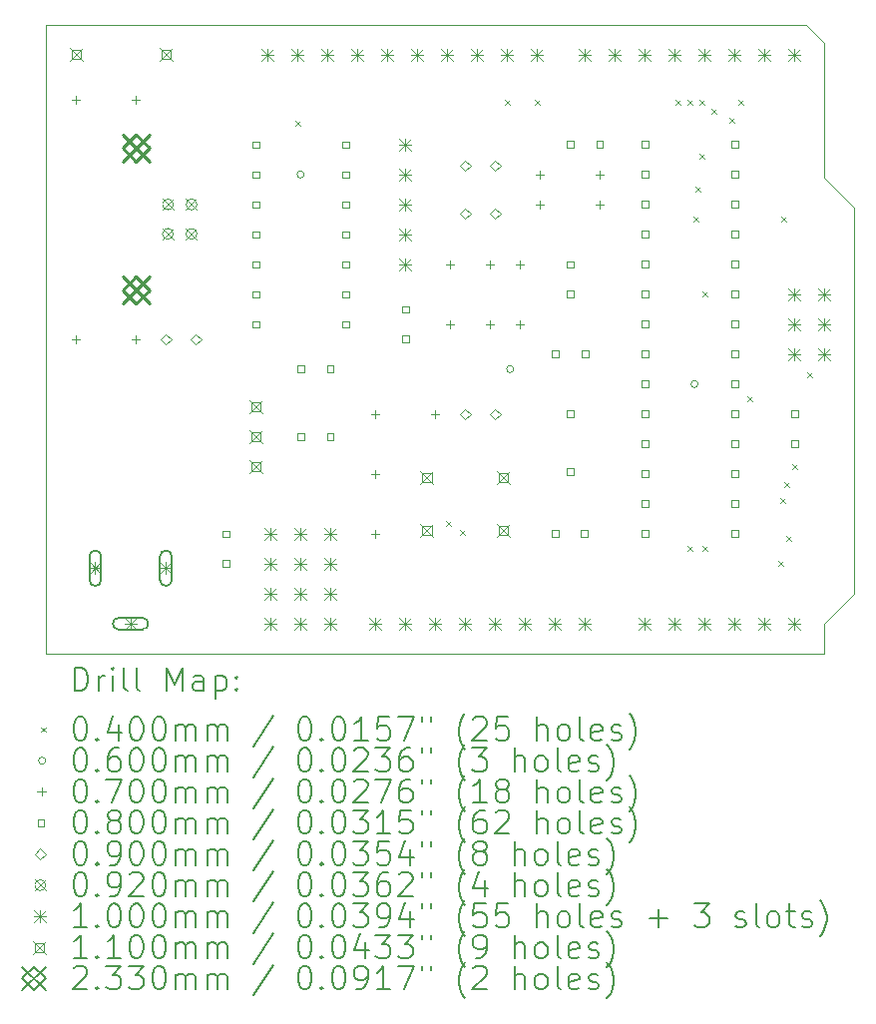
<source format=gbr>
%TF.GenerationSoftware,KiCad,Pcbnew,7.0.2-0*%
%TF.CreationDate,2023-07-25T13:39:22-07:00*%
%TF.ProjectId,DIPduino,44495064-7569-46e6-9f2e-6b696361645f,rev?*%
%TF.SameCoordinates,Original*%
%TF.FileFunction,Drillmap*%
%TF.FilePolarity,Positive*%
%FSLAX45Y45*%
G04 Gerber Fmt 4.5, Leading zero omitted, Abs format (unit mm)*
G04 Created by KiCad (PCBNEW 7.0.2-0) date 2023-07-25 13:39:22*
%MOMM*%
%LPD*%
G01*
G04 APERTURE LIST*
%ADD10C,0.100000*%
%ADD11C,0.200000*%
%ADD12C,0.040000*%
%ADD13C,0.060000*%
%ADD14C,0.070000*%
%ADD15C,0.080000*%
%ADD16C,0.090000*%
%ADD17C,0.092000*%
%ADD18C,0.110000*%
%ADD19C,0.233000*%
G04 APERTURE END LIST*
D10*
X14224000Y-3200400D02*
X14224000Y-4343400D01*
X14478000Y-4597400D01*
X14478000Y-7874000D01*
X14224000Y-8128000D01*
X14224000Y-8382000D01*
X7620000Y-8382000D01*
X7620000Y-3048000D01*
X14071600Y-3048000D01*
X14224000Y-3200400D01*
D11*
D12*
X9733600Y-3866200D02*
X9773600Y-3906200D01*
X9773600Y-3866200D02*
X9733600Y-3906200D01*
X11016300Y-7257100D02*
X11056300Y-7297100D01*
X11056300Y-7257100D02*
X11016300Y-7297100D01*
X11130600Y-7333300D02*
X11170600Y-7373300D01*
X11170600Y-7333300D02*
X11130600Y-7373300D01*
X11511600Y-3688400D02*
X11551600Y-3728400D01*
X11551600Y-3688400D02*
X11511600Y-3728400D01*
X11765600Y-3688400D02*
X11805600Y-3728400D01*
X11805600Y-3688400D02*
X11765600Y-3728400D01*
X12959400Y-3688400D02*
X12999400Y-3728400D01*
X12999400Y-3688400D02*
X12959400Y-3728400D01*
X13061000Y-3688400D02*
X13101000Y-3728400D01*
X13101000Y-3688400D02*
X13061000Y-3728400D01*
X13061000Y-7473000D02*
X13101000Y-7513000D01*
X13101000Y-7473000D02*
X13061000Y-7513000D01*
X13111800Y-4679000D02*
X13151800Y-4719000D01*
X13151800Y-4679000D02*
X13111800Y-4719000D01*
X13129950Y-4425000D02*
X13169950Y-4465000D01*
X13169950Y-4425000D02*
X13129950Y-4465000D01*
X13162600Y-3688400D02*
X13202600Y-3728400D01*
X13202600Y-3688400D02*
X13162600Y-3728400D01*
X13162600Y-4145600D02*
X13202600Y-4185600D01*
X13202600Y-4145600D02*
X13162600Y-4185600D01*
X13188000Y-5314000D02*
X13228000Y-5354000D01*
X13228000Y-5314000D02*
X13188000Y-5354000D01*
X13188000Y-7473000D02*
X13228000Y-7513000D01*
X13228000Y-7473000D02*
X13188000Y-7513000D01*
X13264200Y-3764600D02*
X13304200Y-3804600D01*
X13304200Y-3764600D02*
X13264200Y-3804600D01*
X13416600Y-3840800D02*
X13456600Y-3880800D01*
X13456600Y-3840800D02*
X13416600Y-3880800D01*
X13492800Y-3688400D02*
X13532800Y-3728400D01*
X13532800Y-3688400D02*
X13492800Y-3728400D01*
X13569000Y-6203000D02*
X13609000Y-6243000D01*
X13609000Y-6203000D02*
X13569000Y-6243000D01*
X13835700Y-7600000D02*
X13875700Y-7640000D01*
X13875700Y-7600000D02*
X13835700Y-7640000D01*
X13848400Y-7066600D02*
X13888400Y-7106600D01*
X13888400Y-7066600D02*
X13848400Y-7106600D01*
X13861100Y-4679000D02*
X13901100Y-4719000D01*
X13901100Y-4679000D02*
X13861100Y-4719000D01*
X13886500Y-6926900D02*
X13926500Y-6966900D01*
X13926500Y-6926900D02*
X13886500Y-6966900D01*
X13899200Y-7384100D02*
X13939200Y-7424100D01*
X13939200Y-7384100D02*
X13899200Y-7424100D01*
X13950000Y-6774500D02*
X13990000Y-6814500D01*
X13990000Y-6774500D02*
X13950000Y-6814500D01*
X14077000Y-5999800D02*
X14117000Y-6039800D01*
X14117000Y-5999800D02*
X14077000Y-6039800D01*
D13*
X9809000Y-4318000D02*
G75*
G03*
X9809000Y-4318000I-30000J0D01*
G01*
X11587000Y-5969000D02*
G75*
G03*
X11587000Y-5969000I-30000J0D01*
G01*
X13150950Y-6096000D02*
G75*
G03*
X13150950Y-6096000I-30000J0D01*
G01*
D14*
X7874000Y-3648000D02*
X7874000Y-3718000D01*
X7839000Y-3683000D02*
X7909000Y-3683000D01*
X7874000Y-5680000D02*
X7874000Y-5750000D01*
X7839000Y-5715000D02*
X7909000Y-5715000D01*
X8382000Y-3648000D02*
X8382000Y-3718000D01*
X8347000Y-3683000D02*
X8417000Y-3683000D01*
X8382000Y-5680000D02*
X8382000Y-5750000D01*
X8347000Y-5715000D02*
X8417000Y-5715000D01*
X10414000Y-6315000D02*
X10414000Y-6385000D01*
X10379000Y-6350000D02*
X10449000Y-6350000D01*
X10414000Y-6823000D02*
X10414000Y-6893000D01*
X10379000Y-6858000D02*
X10449000Y-6858000D01*
X10414000Y-7331000D02*
X10414000Y-7401000D01*
X10379000Y-7366000D02*
X10449000Y-7366000D01*
X10922000Y-6315000D02*
X10922000Y-6385000D01*
X10887000Y-6350000D02*
X10957000Y-6350000D01*
X11049000Y-5045000D02*
X11049000Y-5115000D01*
X11014000Y-5080000D02*
X11084000Y-5080000D01*
X11049000Y-5553000D02*
X11049000Y-5623000D01*
X11014000Y-5588000D02*
X11084000Y-5588000D01*
X11386000Y-5045000D02*
X11386000Y-5115000D01*
X11351000Y-5080000D02*
X11421000Y-5080000D01*
X11386000Y-5553000D02*
X11386000Y-5623000D01*
X11351000Y-5588000D02*
X11421000Y-5588000D01*
X11640000Y-5045000D02*
X11640000Y-5115000D01*
X11605000Y-5080000D02*
X11675000Y-5080000D01*
X11640000Y-5553000D02*
X11640000Y-5623000D01*
X11605000Y-5588000D02*
X11675000Y-5588000D01*
X11811000Y-4283000D02*
X11811000Y-4353000D01*
X11776000Y-4318000D02*
X11846000Y-4318000D01*
X11811000Y-4537000D02*
X11811000Y-4607000D01*
X11776000Y-4572000D02*
X11846000Y-4572000D01*
X12319000Y-4283000D02*
X12319000Y-4353000D01*
X12284000Y-4318000D02*
X12354000Y-4318000D01*
X12319000Y-4537000D02*
X12319000Y-4607000D01*
X12284000Y-4572000D02*
X12354000Y-4572000D01*
D15*
X9172285Y-7396284D02*
X9172285Y-7339715D01*
X9115716Y-7339715D01*
X9115716Y-7396284D01*
X9172285Y-7396284D01*
X9172285Y-7646284D02*
X9172285Y-7589715D01*
X9115716Y-7589715D01*
X9115716Y-7646284D01*
X9172285Y-7646284D01*
X9426285Y-4092784D02*
X9426285Y-4036215D01*
X9369716Y-4036215D01*
X9369716Y-4092784D01*
X9426285Y-4092784D01*
X9426285Y-4346785D02*
X9426285Y-4290216D01*
X9369716Y-4290216D01*
X9369716Y-4346785D01*
X9426285Y-4346785D01*
X9426285Y-4600785D02*
X9426285Y-4544216D01*
X9369716Y-4544216D01*
X9369716Y-4600785D01*
X9426285Y-4600785D01*
X9426285Y-4854785D02*
X9426285Y-4798216D01*
X9369716Y-4798216D01*
X9369716Y-4854785D01*
X9426285Y-4854785D01*
X9426285Y-5108785D02*
X9426285Y-5052216D01*
X9369716Y-5052216D01*
X9369716Y-5108785D01*
X9426285Y-5108785D01*
X9426285Y-5362785D02*
X9426285Y-5306216D01*
X9369716Y-5306216D01*
X9369716Y-5362785D01*
X9426285Y-5362785D01*
X9426285Y-5616784D02*
X9426285Y-5560216D01*
X9369716Y-5560216D01*
X9369716Y-5616784D01*
X9426285Y-5616784D01*
X9809285Y-5997284D02*
X9809285Y-5940715D01*
X9752716Y-5940715D01*
X9752716Y-5997284D01*
X9809285Y-5997284D01*
X9809285Y-6568784D02*
X9809285Y-6512215D01*
X9752716Y-6512215D01*
X9752716Y-6568784D01*
X9809285Y-6568784D01*
X10059285Y-5997284D02*
X10059285Y-5940715D01*
X10002716Y-5940715D01*
X10002716Y-5997284D01*
X10059285Y-5997284D01*
X10059285Y-6568784D02*
X10059285Y-6512215D01*
X10002716Y-6512215D01*
X10002716Y-6568784D01*
X10059285Y-6568784D01*
X10188285Y-4092784D02*
X10188285Y-4036215D01*
X10131716Y-4036215D01*
X10131716Y-4092784D01*
X10188285Y-4092784D01*
X10188285Y-4346785D02*
X10188285Y-4290216D01*
X10131716Y-4290216D01*
X10131716Y-4346785D01*
X10188285Y-4346785D01*
X10188285Y-4600785D02*
X10188285Y-4544216D01*
X10131716Y-4544216D01*
X10131716Y-4600785D01*
X10188285Y-4600785D01*
X10188285Y-4854785D02*
X10188285Y-4798216D01*
X10131716Y-4798216D01*
X10131716Y-4854785D01*
X10188285Y-4854785D01*
X10188285Y-5108785D02*
X10188285Y-5052216D01*
X10131716Y-5052216D01*
X10131716Y-5108785D01*
X10188285Y-5108785D01*
X10188285Y-5362785D02*
X10188285Y-5306216D01*
X10131716Y-5306216D01*
X10131716Y-5362785D01*
X10188285Y-5362785D01*
X10188285Y-5616784D02*
X10188285Y-5560216D01*
X10131716Y-5560216D01*
X10131716Y-5616784D01*
X10188285Y-5616784D01*
X10696285Y-5491285D02*
X10696285Y-5434716D01*
X10639716Y-5434716D01*
X10639716Y-5491285D01*
X10696285Y-5491285D01*
X10696285Y-5741284D02*
X10696285Y-5684715D01*
X10639716Y-5684715D01*
X10639716Y-5741284D01*
X10696285Y-5741284D01*
X11966284Y-7394284D02*
X11966284Y-7337715D01*
X11909715Y-7337715D01*
X11909715Y-7394284D01*
X11966284Y-7394284D01*
X11970284Y-5870284D02*
X11970284Y-5813715D01*
X11913715Y-5813715D01*
X11913715Y-5870284D01*
X11970284Y-5870284D01*
X12093284Y-5110285D02*
X12093284Y-5053716D01*
X12036715Y-5053716D01*
X12036715Y-5110285D01*
X12093284Y-5110285D01*
X12093284Y-5360285D02*
X12093284Y-5303716D01*
X12036715Y-5303716D01*
X12036715Y-5360285D01*
X12093284Y-5360285D01*
X12093284Y-6378284D02*
X12093284Y-6321715D01*
X12036715Y-6321715D01*
X12036715Y-6378284D01*
X12093284Y-6378284D01*
X12093284Y-6866284D02*
X12093284Y-6809715D01*
X12036715Y-6809715D01*
X12036715Y-6866284D01*
X12093284Y-6866284D01*
X12095284Y-4092284D02*
X12095284Y-4035715D01*
X12038715Y-4035715D01*
X12038715Y-4092284D01*
X12095284Y-4092284D01*
X12216284Y-7394284D02*
X12216284Y-7337715D01*
X12159715Y-7337715D01*
X12159715Y-7394284D01*
X12216284Y-7394284D01*
X12220284Y-5870284D02*
X12220284Y-5813715D01*
X12163715Y-5813715D01*
X12163715Y-5870284D01*
X12220284Y-5870284D01*
X12345284Y-4092284D02*
X12345284Y-4035715D01*
X12288715Y-4035715D01*
X12288715Y-4092284D01*
X12345284Y-4092284D01*
X12728284Y-4092284D02*
X12728284Y-4035715D01*
X12671715Y-4035715D01*
X12671715Y-4092284D01*
X12728284Y-4092284D01*
X12728284Y-4346285D02*
X12728284Y-4289716D01*
X12671715Y-4289716D01*
X12671715Y-4346285D01*
X12728284Y-4346285D01*
X12728284Y-4600285D02*
X12728284Y-4543716D01*
X12671715Y-4543716D01*
X12671715Y-4600285D01*
X12728284Y-4600285D01*
X12728284Y-4854285D02*
X12728284Y-4797716D01*
X12671715Y-4797716D01*
X12671715Y-4854285D01*
X12728284Y-4854285D01*
X12728284Y-5108285D02*
X12728284Y-5051716D01*
X12671715Y-5051716D01*
X12671715Y-5108285D01*
X12728284Y-5108285D01*
X12728284Y-5362285D02*
X12728284Y-5305716D01*
X12671715Y-5305716D01*
X12671715Y-5362285D01*
X12728284Y-5362285D01*
X12728284Y-5616284D02*
X12728284Y-5559716D01*
X12671715Y-5559716D01*
X12671715Y-5616284D01*
X12728284Y-5616284D01*
X12728284Y-5870284D02*
X12728284Y-5813715D01*
X12671715Y-5813715D01*
X12671715Y-5870284D01*
X12728284Y-5870284D01*
X12728284Y-6124284D02*
X12728284Y-6067715D01*
X12671715Y-6067715D01*
X12671715Y-6124284D01*
X12728284Y-6124284D01*
X12728284Y-6378284D02*
X12728284Y-6321715D01*
X12671715Y-6321715D01*
X12671715Y-6378284D01*
X12728284Y-6378284D01*
X12728284Y-6632284D02*
X12728284Y-6575715D01*
X12671715Y-6575715D01*
X12671715Y-6632284D01*
X12728284Y-6632284D01*
X12728284Y-6886284D02*
X12728284Y-6829715D01*
X12671715Y-6829715D01*
X12671715Y-6886284D01*
X12728284Y-6886284D01*
X12728284Y-7140284D02*
X12728284Y-7083715D01*
X12671715Y-7083715D01*
X12671715Y-7140284D01*
X12728284Y-7140284D01*
X12728284Y-7394284D02*
X12728284Y-7337715D01*
X12671715Y-7337715D01*
X12671715Y-7394284D01*
X12728284Y-7394284D01*
X13490284Y-4092284D02*
X13490284Y-4035715D01*
X13433715Y-4035715D01*
X13433715Y-4092284D01*
X13490284Y-4092284D01*
X13490284Y-4346285D02*
X13490284Y-4289716D01*
X13433715Y-4289716D01*
X13433715Y-4346285D01*
X13490284Y-4346285D01*
X13490284Y-4600285D02*
X13490284Y-4543716D01*
X13433715Y-4543716D01*
X13433715Y-4600285D01*
X13490284Y-4600285D01*
X13490284Y-4854285D02*
X13490284Y-4797716D01*
X13433715Y-4797716D01*
X13433715Y-4854285D01*
X13490284Y-4854285D01*
X13490284Y-5108285D02*
X13490284Y-5051716D01*
X13433715Y-5051716D01*
X13433715Y-5108285D01*
X13490284Y-5108285D01*
X13490284Y-5362285D02*
X13490284Y-5305716D01*
X13433715Y-5305716D01*
X13433715Y-5362285D01*
X13490284Y-5362285D01*
X13490284Y-5616284D02*
X13490284Y-5559716D01*
X13433715Y-5559716D01*
X13433715Y-5616284D01*
X13490284Y-5616284D01*
X13490284Y-5870284D02*
X13490284Y-5813715D01*
X13433715Y-5813715D01*
X13433715Y-5870284D01*
X13490284Y-5870284D01*
X13490284Y-6124284D02*
X13490284Y-6067715D01*
X13433715Y-6067715D01*
X13433715Y-6124284D01*
X13490284Y-6124284D01*
X13490284Y-6378284D02*
X13490284Y-6321715D01*
X13433715Y-6321715D01*
X13433715Y-6378284D01*
X13490284Y-6378284D01*
X13490284Y-6632284D02*
X13490284Y-6575715D01*
X13433715Y-6575715D01*
X13433715Y-6632284D01*
X13490284Y-6632284D01*
X13490284Y-6886284D02*
X13490284Y-6829715D01*
X13433715Y-6829715D01*
X13433715Y-6886284D01*
X13490284Y-6886284D01*
X13490284Y-7140284D02*
X13490284Y-7083715D01*
X13433715Y-7083715D01*
X13433715Y-7140284D01*
X13490284Y-7140284D01*
X13490284Y-7394284D02*
X13490284Y-7337715D01*
X13433715Y-7337715D01*
X13433715Y-7394284D01*
X13490284Y-7394284D01*
X13998284Y-6378284D02*
X13998284Y-6321715D01*
X13941715Y-6321715D01*
X13941715Y-6378284D01*
X13998284Y-6378284D01*
X13998284Y-6628284D02*
X13998284Y-6571715D01*
X13941715Y-6571715D01*
X13941715Y-6628284D01*
X13998284Y-6628284D01*
D16*
X8636000Y-5760000D02*
X8681000Y-5715000D01*
X8636000Y-5670000D01*
X8591000Y-5715000D01*
X8636000Y-5760000D01*
X8890000Y-5760000D02*
X8935000Y-5715000D01*
X8890000Y-5670000D01*
X8845000Y-5715000D01*
X8890000Y-5760000D01*
X11176000Y-4693200D02*
X11221000Y-4648200D01*
X11176000Y-4603200D01*
X11131000Y-4648200D01*
X11176000Y-4693200D01*
X11176000Y-6395000D02*
X11221000Y-6350000D01*
X11176000Y-6305000D01*
X11131000Y-6350000D01*
X11176000Y-6395000D01*
X11176500Y-4286800D02*
X11221500Y-4241800D01*
X11176500Y-4196800D01*
X11131500Y-4241800D01*
X11176500Y-4286800D01*
X11430000Y-4693200D02*
X11475000Y-4648200D01*
X11430000Y-4603200D01*
X11385000Y-4648200D01*
X11430000Y-4693200D01*
X11430000Y-6395000D02*
X11475000Y-6350000D01*
X11430000Y-6305000D01*
X11385000Y-6350000D01*
X11430000Y-6395000D01*
X11430500Y-4286800D02*
X11475500Y-4241800D01*
X11430500Y-4196800D01*
X11385500Y-4241800D01*
X11430500Y-4286800D01*
D17*
X8607000Y-4526000D02*
X8699000Y-4618000D01*
X8699000Y-4526000D02*
X8607000Y-4618000D01*
X8699000Y-4572000D02*
G75*
G03*
X8699000Y-4572000I-46000J0D01*
G01*
X8607000Y-4776000D02*
X8699000Y-4868000D01*
X8699000Y-4776000D02*
X8607000Y-4868000D01*
X8699000Y-4822000D02*
G75*
G03*
X8699000Y-4822000I-46000J0D01*
G01*
X8807000Y-4526000D02*
X8899000Y-4618000D01*
X8899000Y-4526000D02*
X8807000Y-4618000D01*
X8899000Y-4572000D02*
G75*
G03*
X8899000Y-4572000I-46000J0D01*
G01*
X8807000Y-4776000D02*
X8899000Y-4868000D01*
X8899000Y-4776000D02*
X8807000Y-4868000D01*
X8899000Y-4822000D02*
G75*
G03*
X8899000Y-4822000I-46000J0D01*
G01*
D10*
X7986000Y-7608000D02*
X8086000Y-7708000D01*
X8086000Y-7608000D02*
X7986000Y-7708000D01*
X8036000Y-7608000D02*
X8036000Y-7708000D01*
X7986000Y-7658000D02*
X8086000Y-7658000D01*
D11*
X7986000Y-7558000D02*
X7986000Y-7758000D01*
X7986000Y-7758000D02*
G75*
G03*
X8086000Y-7758000I50000J0D01*
G01*
X8086000Y-7758000D02*
X8086000Y-7558000D01*
X8086000Y-7558000D02*
G75*
G03*
X7986000Y-7558000I-50000J0D01*
G01*
D10*
X8286000Y-8078000D02*
X8386000Y-8178000D01*
X8386000Y-8078000D02*
X8286000Y-8178000D01*
X8336000Y-8078000D02*
X8336000Y-8178000D01*
X8286000Y-8128000D02*
X8386000Y-8128000D01*
D11*
X8236000Y-8178000D02*
X8436000Y-8178000D01*
X8436000Y-8178000D02*
G75*
G03*
X8436000Y-8078000I0J50000D01*
G01*
X8436000Y-8078000D02*
X8236000Y-8078000D01*
X8236000Y-8078000D02*
G75*
G03*
X8236000Y-8178000I0J-50000D01*
G01*
D10*
X8586000Y-7608000D02*
X8686000Y-7708000D01*
X8686000Y-7608000D02*
X8586000Y-7708000D01*
X8636000Y-7608000D02*
X8636000Y-7708000D01*
X8586000Y-7658000D02*
X8686000Y-7658000D01*
D11*
X8586000Y-7558000D02*
X8586000Y-7758000D01*
X8586000Y-7758000D02*
G75*
G03*
X8686000Y-7758000I50000J0D01*
G01*
X8686000Y-7758000D02*
X8686000Y-7558000D01*
X8686000Y-7558000D02*
G75*
G03*
X8586000Y-7558000I-50000J0D01*
G01*
D10*
X9449600Y-3252000D02*
X9549600Y-3352000D01*
X9549600Y-3252000D02*
X9449600Y-3352000D01*
X9499600Y-3252000D02*
X9499600Y-3352000D01*
X9449600Y-3302000D02*
X9549600Y-3302000D01*
X9475000Y-7316000D02*
X9575000Y-7416000D01*
X9575000Y-7316000D02*
X9475000Y-7416000D01*
X9525000Y-7316000D02*
X9525000Y-7416000D01*
X9475000Y-7366000D02*
X9575000Y-7366000D01*
X9475000Y-7570000D02*
X9575000Y-7670000D01*
X9575000Y-7570000D02*
X9475000Y-7670000D01*
X9525000Y-7570000D02*
X9525000Y-7670000D01*
X9475000Y-7620000D02*
X9575000Y-7620000D01*
X9475000Y-7824000D02*
X9575000Y-7924000D01*
X9575000Y-7824000D02*
X9475000Y-7924000D01*
X9525000Y-7824000D02*
X9525000Y-7924000D01*
X9475000Y-7874000D02*
X9575000Y-7874000D01*
X9475000Y-8078000D02*
X9575000Y-8178000D01*
X9575000Y-8078000D02*
X9475000Y-8178000D01*
X9525000Y-8078000D02*
X9525000Y-8178000D01*
X9475000Y-8128000D02*
X9575000Y-8128000D01*
X9703600Y-3252000D02*
X9803600Y-3352000D01*
X9803600Y-3252000D02*
X9703600Y-3352000D01*
X9753600Y-3252000D02*
X9753600Y-3352000D01*
X9703600Y-3302000D02*
X9803600Y-3302000D01*
X9729000Y-7316000D02*
X9829000Y-7416000D01*
X9829000Y-7316000D02*
X9729000Y-7416000D01*
X9779000Y-7316000D02*
X9779000Y-7416000D01*
X9729000Y-7366000D02*
X9829000Y-7366000D01*
X9729000Y-7570000D02*
X9829000Y-7670000D01*
X9829000Y-7570000D02*
X9729000Y-7670000D01*
X9779000Y-7570000D02*
X9779000Y-7670000D01*
X9729000Y-7620000D02*
X9829000Y-7620000D01*
X9729000Y-7824000D02*
X9829000Y-7924000D01*
X9829000Y-7824000D02*
X9729000Y-7924000D01*
X9779000Y-7824000D02*
X9779000Y-7924000D01*
X9729000Y-7874000D02*
X9829000Y-7874000D01*
X9729000Y-8078000D02*
X9829000Y-8178000D01*
X9829000Y-8078000D02*
X9729000Y-8178000D01*
X9779000Y-8078000D02*
X9779000Y-8178000D01*
X9729000Y-8128000D02*
X9829000Y-8128000D01*
X9957600Y-3252000D02*
X10057600Y-3352000D01*
X10057600Y-3252000D02*
X9957600Y-3352000D01*
X10007600Y-3252000D02*
X10007600Y-3352000D01*
X9957600Y-3302000D02*
X10057600Y-3302000D01*
X9983000Y-7316000D02*
X10083000Y-7416000D01*
X10083000Y-7316000D02*
X9983000Y-7416000D01*
X10033000Y-7316000D02*
X10033000Y-7416000D01*
X9983000Y-7366000D02*
X10083000Y-7366000D01*
X9983000Y-7570000D02*
X10083000Y-7670000D01*
X10083000Y-7570000D02*
X9983000Y-7670000D01*
X10033000Y-7570000D02*
X10033000Y-7670000D01*
X9983000Y-7620000D02*
X10083000Y-7620000D01*
X9983000Y-7824000D02*
X10083000Y-7924000D01*
X10083000Y-7824000D02*
X9983000Y-7924000D01*
X10033000Y-7824000D02*
X10033000Y-7924000D01*
X9983000Y-7874000D02*
X10083000Y-7874000D01*
X9983000Y-8078000D02*
X10083000Y-8178000D01*
X10083000Y-8078000D02*
X9983000Y-8178000D01*
X10033000Y-8078000D02*
X10033000Y-8178000D01*
X9983000Y-8128000D02*
X10083000Y-8128000D01*
X10211600Y-3252000D02*
X10311600Y-3352000D01*
X10311600Y-3252000D02*
X10211600Y-3352000D01*
X10261600Y-3252000D02*
X10261600Y-3352000D01*
X10211600Y-3302000D02*
X10311600Y-3302000D01*
X10364000Y-8078000D02*
X10464000Y-8178000D01*
X10464000Y-8078000D02*
X10364000Y-8178000D01*
X10414000Y-8078000D02*
X10414000Y-8178000D01*
X10364000Y-8128000D02*
X10464000Y-8128000D01*
X10465600Y-3252000D02*
X10565600Y-3352000D01*
X10565600Y-3252000D02*
X10465600Y-3352000D01*
X10515600Y-3252000D02*
X10515600Y-3352000D01*
X10465600Y-3302000D02*
X10565600Y-3302000D01*
X10618000Y-4014000D02*
X10718000Y-4114000D01*
X10718000Y-4014000D02*
X10618000Y-4114000D01*
X10668000Y-4014000D02*
X10668000Y-4114000D01*
X10618000Y-4064000D02*
X10718000Y-4064000D01*
X10618000Y-4268000D02*
X10718000Y-4368000D01*
X10718000Y-4268000D02*
X10618000Y-4368000D01*
X10668000Y-4268000D02*
X10668000Y-4368000D01*
X10618000Y-4318000D02*
X10718000Y-4318000D01*
X10618000Y-4522000D02*
X10718000Y-4622000D01*
X10718000Y-4522000D02*
X10618000Y-4622000D01*
X10668000Y-4522000D02*
X10668000Y-4622000D01*
X10618000Y-4572000D02*
X10718000Y-4572000D01*
X10618000Y-4776000D02*
X10718000Y-4876000D01*
X10718000Y-4776000D02*
X10618000Y-4876000D01*
X10668000Y-4776000D02*
X10668000Y-4876000D01*
X10618000Y-4826000D02*
X10718000Y-4826000D01*
X10618000Y-5030000D02*
X10718000Y-5130000D01*
X10718000Y-5030000D02*
X10618000Y-5130000D01*
X10668000Y-5030000D02*
X10668000Y-5130000D01*
X10618000Y-5080000D02*
X10718000Y-5080000D01*
X10618000Y-8078000D02*
X10718000Y-8178000D01*
X10718000Y-8078000D02*
X10618000Y-8178000D01*
X10668000Y-8078000D02*
X10668000Y-8178000D01*
X10618000Y-8128000D02*
X10718000Y-8128000D01*
X10719600Y-3252000D02*
X10819600Y-3352000D01*
X10819600Y-3252000D02*
X10719600Y-3352000D01*
X10769600Y-3252000D02*
X10769600Y-3352000D01*
X10719600Y-3302000D02*
X10819600Y-3302000D01*
X10872000Y-8078000D02*
X10972000Y-8178000D01*
X10972000Y-8078000D02*
X10872000Y-8178000D01*
X10922000Y-8078000D02*
X10922000Y-8178000D01*
X10872000Y-8128000D02*
X10972000Y-8128000D01*
X10973600Y-3252000D02*
X11073600Y-3352000D01*
X11073600Y-3252000D02*
X10973600Y-3352000D01*
X11023600Y-3252000D02*
X11023600Y-3352000D01*
X10973600Y-3302000D02*
X11073600Y-3302000D01*
X11126000Y-8078000D02*
X11226000Y-8178000D01*
X11226000Y-8078000D02*
X11126000Y-8178000D01*
X11176000Y-8078000D02*
X11176000Y-8178000D01*
X11126000Y-8128000D02*
X11226000Y-8128000D01*
X11227600Y-3252000D02*
X11327600Y-3352000D01*
X11327600Y-3252000D02*
X11227600Y-3352000D01*
X11277600Y-3252000D02*
X11277600Y-3352000D01*
X11227600Y-3302000D02*
X11327600Y-3302000D01*
X11380000Y-8078000D02*
X11480000Y-8178000D01*
X11480000Y-8078000D02*
X11380000Y-8178000D01*
X11430000Y-8078000D02*
X11430000Y-8178000D01*
X11380000Y-8128000D02*
X11480000Y-8128000D01*
X11481600Y-3252000D02*
X11581600Y-3352000D01*
X11581600Y-3252000D02*
X11481600Y-3352000D01*
X11531600Y-3252000D02*
X11531600Y-3352000D01*
X11481600Y-3302000D02*
X11581600Y-3302000D01*
X11634000Y-8078000D02*
X11734000Y-8178000D01*
X11734000Y-8078000D02*
X11634000Y-8178000D01*
X11684000Y-8078000D02*
X11684000Y-8178000D01*
X11634000Y-8128000D02*
X11734000Y-8128000D01*
X11735600Y-3252000D02*
X11835600Y-3352000D01*
X11835600Y-3252000D02*
X11735600Y-3352000D01*
X11785600Y-3252000D02*
X11785600Y-3352000D01*
X11735600Y-3302000D02*
X11835600Y-3302000D01*
X11888000Y-8078000D02*
X11988000Y-8178000D01*
X11988000Y-8078000D02*
X11888000Y-8178000D01*
X11938000Y-8078000D02*
X11938000Y-8178000D01*
X11888000Y-8128000D02*
X11988000Y-8128000D01*
X12142000Y-3252000D02*
X12242000Y-3352000D01*
X12242000Y-3252000D02*
X12142000Y-3352000D01*
X12192000Y-3252000D02*
X12192000Y-3352000D01*
X12142000Y-3302000D02*
X12242000Y-3302000D01*
X12142000Y-8078000D02*
X12242000Y-8178000D01*
X12242000Y-8078000D02*
X12142000Y-8178000D01*
X12192000Y-8078000D02*
X12192000Y-8178000D01*
X12142000Y-8128000D02*
X12242000Y-8128000D01*
X12396000Y-3252000D02*
X12496000Y-3352000D01*
X12496000Y-3252000D02*
X12396000Y-3352000D01*
X12446000Y-3252000D02*
X12446000Y-3352000D01*
X12396000Y-3302000D02*
X12496000Y-3302000D01*
X12650000Y-3252000D02*
X12750000Y-3352000D01*
X12750000Y-3252000D02*
X12650000Y-3352000D01*
X12700000Y-3252000D02*
X12700000Y-3352000D01*
X12650000Y-3302000D02*
X12750000Y-3302000D01*
X12650000Y-8078000D02*
X12750000Y-8178000D01*
X12750000Y-8078000D02*
X12650000Y-8178000D01*
X12700000Y-8078000D02*
X12700000Y-8178000D01*
X12650000Y-8128000D02*
X12750000Y-8128000D01*
X12904000Y-3252000D02*
X13004000Y-3352000D01*
X13004000Y-3252000D02*
X12904000Y-3352000D01*
X12954000Y-3252000D02*
X12954000Y-3352000D01*
X12904000Y-3302000D02*
X13004000Y-3302000D01*
X12904000Y-8078000D02*
X13004000Y-8178000D01*
X13004000Y-8078000D02*
X12904000Y-8178000D01*
X12954000Y-8078000D02*
X12954000Y-8178000D01*
X12904000Y-8128000D02*
X13004000Y-8128000D01*
X13158000Y-3252000D02*
X13258000Y-3352000D01*
X13258000Y-3252000D02*
X13158000Y-3352000D01*
X13208000Y-3252000D02*
X13208000Y-3352000D01*
X13158000Y-3302000D02*
X13258000Y-3302000D01*
X13158000Y-8078000D02*
X13258000Y-8178000D01*
X13258000Y-8078000D02*
X13158000Y-8178000D01*
X13208000Y-8078000D02*
X13208000Y-8178000D01*
X13158000Y-8128000D02*
X13258000Y-8128000D01*
X13412000Y-3252000D02*
X13512000Y-3352000D01*
X13512000Y-3252000D02*
X13412000Y-3352000D01*
X13462000Y-3252000D02*
X13462000Y-3352000D01*
X13412000Y-3302000D02*
X13512000Y-3302000D01*
X13412000Y-8078000D02*
X13512000Y-8178000D01*
X13512000Y-8078000D02*
X13412000Y-8178000D01*
X13462000Y-8078000D02*
X13462000Y-8178000D01*
X13412000Y-8128000D02*
X13512000Y-8128000D01*
X13666000Y-3252000D02*
X13766000Y-3352000D01*
X13766000Y-3252000D02*
X13666000Y-3352000D01*
X13716000Y-3252000D02*
X13716000Y-3352000D01*
X13666000Y-3302000D02*
X13766000Y-3302000D01*
X13666000Y-8078000D02*
X13766000Y-8178000D01*
X13766000Y-8078000D02*
X13666000Y-8178000D01*
X13716000Y-8078000D02*
X13716000Y-8178000D01*
X13666000Y-8128000D02*
X13766000Y-8128000D01*
X13920000Y-3252000D02*
X14020000Y-3352000D01*
X14020000Y-3252000D02*
X13920000Y-3352000D01*
X13970000Y-3252000D02*
X13970000Y-3352000D01*
X13920000Y-3302000D02*
X14020000Y-3302000D01*
X13920000Y-5284000D02*
X14020000Y-5384000D01*
X14020000Y-5284000D02*
X13920000Y-5384000D01*
X13970000Y-5284000D02*
X13970000Y-5384000D01*
X13920000Y-5334000D02*
X14020000Y-5334000D01*
X13920000Y-5538000D02*
X14020000Y-5638000D01*
X14020000Y-5538000D02*
X13920000Y-5638000D01*
X13970000Y-5538000D02*
X13970000Y-5638000D01*
X13920000Y-5588000D02*
X14020000Y-5588000D01*
X13920000Y-5792000D02*
X14020000Y-5892000D01*
X14020000Y-5792000D02*
X13920000Y-5892000D01*
X13970000Y-5792000D02*
X13970000Y-5892000D01*
X13920000Y-5842000D02*
X14020000Y-5842000D01*
X13920000Y-8078000D02*
X14020000Y-8178000D01*
X14020000Y-8078000D02*
X13920000Y-8178000D01*
X13970000Y-8078000D02*
X13970000Y-8178000D01*
X13920000Y-8128000D02*
X14020000Y-8128000D01*
X14174000Y-5284000D02*
X14274000Y-5384000D01*
X14274000Y-5284000D02*
X14174000Y-5384000D01*
X14224000Y-5284000D02*
X14224000Y-5384000D01*
X14174000Y-5334000D02*
X14274000Y-5334000D01*
X14174000Y-5538000D02*
X14274000Y-5638000D01*
X14274000Y-5538000D02*
X14174000Y-5638000D01*
X14224000Y-5538000D02*
X14224000Y-5638000D01*
X14174000Y-5588000D02*
X14274000Y-5588000D01*
X14174000Y-5792000D02*
X14274000Y-5892000D01*
X14274000Y-5792000D02*
X14174000Y-5892000D01*
X14224000Y-5792000D02*
X14224000Y-5892000D01*
X14174000Y-5842000D02*
X14274000Y-5842000D01*
D18*
X7819000Y-3247000D02*
X7929000Y-3357000D01*
X7929000Y-3247000D02*
X7819000Y-3357000D01*
X7912891Y-3340891D02*
X7912891Y-3263109D01*
X7835109Y-3263109D01*
X7835109Y-3340891D01*
X7912891Y-3340891D01*
X8581000Y-3247000D02*
X8691000Y-3357000D01*
X8691000Y-3247000D02*
X8581000Y-3357000D01*
X8674891Y-3340891D02*
X8674891Y-3263109D01*
X8597109Y-3263109D01*
X8597109Y-3340891D01*
X8674891Y-3340891D01*
X9343000Y-6231500D02*
X9453000Y-6341500D01*
X9453000Y-6231500D02*
X9343000Y-6341500D01*
X9436891Y-6325391D02*
X9436891Y-6247609D01*
X9359109Y-6247609D01*
X9359109Y-6325391D01*
X9436891Y-6325391D01*
X9343000Y-6485500D02*
X9453000Y-6595500D01*
X9453000Y-6485500D02*
X9343000Y-6595500D01*
X9436891Y-6579391D02*
X9436891Y-6501609D01*
X9359109Y-6501609D01*
X9359109Y-6579391D01*
X9436891Y-6579391D01*
X9343000Y-6739500D02*
X9453000Y-6849500D01*
X9453000Y-6739500D02*
X9343000Y-6849500D01*
X9436891Y-6833391D02*
X9436891Y-6755609D01*
X9359109Y-6755609D01*
X9359109Y-6833391D01*
X9436891Y-6833391D01*
X10796000Y-6832000D02*
X10906000Y-6942000D01*
X10906000Y-6832000D02*
X10796000Y-6942000D01*
X10889891Y-6925891D02*
X10889891Y-6848109D01*
X10812109Y-6848109D01*
X10812109Y-6925891D01*
X10889891Y-6925891D01*
X10796000Y-7282000D02*
X10906000Y-7392000D01*
X10906000Y-7282000D02*
X10796000Y-7392000D01*
X10889891Y-7375891D02*
X10889891Y-7298109D01*
X10812109Y-7298109D01*
X10812109Y-7375891D01*
X10889891Y-7375891D01*
X11446000Y-6832000D02*
X11556000Y-6942000D01*
X11556000Y-6832000D02*
X11446000Y-6942000D01*
X11539891Y-6925891D02*
X11539891Y-6848109D01*
X11462109Y-6848109D01*
X11462109Y-6925891D01*
X11539891Y-6925891D01*
X11446000Y-7282000D02*
X11556000Y-7392000D01*
X11556000Y-7282000D02*
X11446000Y-7392000D01*
X11539891Y-7375891D02*
X11539891Y-7298109D01*
X11462109Y-7298109D01*
X11462109Y-7375891D01*
X11539891Y-7375891D01*
D19*
X8265500Y-3978500D02*
X8498500Y-4211500D01*
X8498500Y-3978500D02*
X8265500Y-4211500D01*
X8382000Y-4211500D02*
X8498500Y-4095000D01*
X8382000Y-3978500D01*
X8265500Y-4095000D01*
X8382000Y-4211500D01*
X8265500Y-5182500D02*
X8498500Y-5415500D01*
X8498500Y-5182500D02*
X8265500Y-5415500D01*
X8382000Y-5415500D02*
X8498500Y-5299000D01*
X8382000Y-5182500D01*
X8265500Y-5299000D01*
X8382000Y-5415500D01*
D11*
X7862619Y-8699524D02*
X7862619Y-8499524D01*
X7862619Y-8499524D02*
X7910238Y-8499524D01*
X7910238Y-8499524D02*
X7938809Y-8509048D01*
X7938809Y-8509048D02*
X7957857Y-8528095D01*
X7957857Y-8528095D02*
X7967381Y-8547143D01*
X7967381Y-8547143D02*
X7976905Y-8585238D01*
X7976905Y-8585238D02*
X7976905Y-8613810D01*
X7976905Y-8613810D02*
X7967381Y-8651905D01*
X7967381Y-8651905D02*
X7957857Y-8670952D01*
X7957857Y-8670952D02*
X7938809Y-8690000D01*
X7938809Y-8690000D02*
X7910238Y-8699524D01*
X7910238Y-8699524D02*
X7862619Y-8699524D01*
X8062619Y-8699524D02*
X8062619Y-8566190D01*
X8062619Y-8604286D02*
X8072143Y-8585238D01*
X8072143Y-8585238D02*
X8081667Y-8575714D01*
X8081667Y-8575714D02*
X8100714Y-8566190D01*
X8100714Y-8566190D02*
X8119762Y-8566190D01*
X8186428Y-8699524D02*
X8186428Y-8566190D01*
X8186428Y-8499524D02*
X8176905Y-8509048D01*
X8176905Y-8509048D02*
X8186428Y-8518571D01*
X8186428Y-8518571D02*
X8195952Y-8509048D01*
X8195952Y-8509048D02*
X8186428Y-8499524D01*
X8186428Y-8499524D02*
X8186428Y-8518571D01*
X8310238Y-8699524D02*
X8291190Y-8690000D01*
X8291190Y-8690000D02*
X8281667Y-8670952D01*
X8281667Y-8670952D02*
X8281667Y-8499524D01*
X8415000Y-8699524D02*
X8395952Y-8690000D01*
X8395952Y-8690000D02*
X8386428Y-8670952D01*
X8386428Y-8670952D02*
X8386428Y-8499524D01*
X8643571Y-8699524D02*
X8643571Y-8499524D01*
X8643571Y-8499524D02*
X8710238Y-8642381D01*
X8710238Y-8642381D02*
X8776905Y-8499524D01*
X8776905Y-8499524D02*
X8776905Y-8699524D01*
X8957857Y-8699524D02*
X8957857Y-8594762D01*
X8957857Y-8594762D02*
X8948333Y-8575714D01*
X8948333Y-8575714D02*
X8929286Y-8566190D01*
X8929286Y-8566190D02*
X8891190Y-8566190D01*
X8891190Y-8566190D02*
X8872143Y-8575714D01*
X8957857Y-8690000D02*
X8938810Y-8699524D01*
X8938810Y-8699524D02*
X8891190Y-8699524D01*
X8891190Y-8699524D02*
X8872143Y-8690000D01*
X8872143Y-8690000D02*
X8862619Y-8670952D01*
X8862619Y-8670952D02*
X8862619Y-8651905D01*
X8862619Y-8651905D02*
X8872143Y-8632857D01*
X8872143Y-8632857D02*
X8891190Y-8623333D01*
X8891190Y-8623333D02*
X8938810Y-8623333D01*
X8938810Y-8623333D02*
X8957857Y-8613810D01*
X9053095Y-8566190D02*
X9053095Y-8766190D01*
X9053095Y-8575714D02*
X9072143Y-8566190D01*
X9072143Y-8566190D02*
X9110238Y-8566190D01*
X9110238Y-8566190D02*
X9129286Y-8575714D01*
X9129286Y-8575714D02*
X9138810Y-8585238D01*
X9138810Y-8585238D02*
X9148333Y-8604286D01*
X9148333Y-8604286D02*
X9148333Y-8661429D01*
X9148333Y-8661429D02*
X9138810Y-8680476D01*
X9138810Y-8680476D02*
X9129286Y-8690000D01*
X9129286Y-8690000D02*
X9110238Y-8699524D01*
X9110238Y-8699524D02*
X9072143Y-8699524D01*
X9072143Y-8699524D02*
X9053095Y-8690000D01*
X9234048Y-8680476D02*
X9243571Y-8690000D01*
X9243571Y-8690000D02*
X9234048Y-8699524D01*
X9234048Y-8699524D02*
X9224524Y-8690000D01*
X9224524Y-8690000D02*
X9234048Y-8680476D01*
X9234048Y-8680476D02*
X9234048Y-8699524D01*
X9234048Y-8575714D02*
X9243571Y-8585238D01*
X9243571Y-8585238D02*
X9234048Y-8594762D01*
X9234048Y-8594762D02*
X9224524Y-8585238D01*
X9224524Y-8585238D02*
X9234048Y-8575714D01*
X9234048Y-8575714D02*
X9234048Y-8594762D01*
D12*
X7575000Y-9007000D02*
X7615000Y-9047000D01*
X7615000Y-9007000D02*
X7575000Y-9047000D01*
D11*
X7900714Y-8919524D02*
X7919762Y-8919524D01*
X7919762Y-8919524D02*
X7938809Y-8929048D01*
X7938809Y-8929048D02*
X7948333Y-8938571D01*
X7948333Y-8938571D02*
X7957857Y-8957619D01*
X7957857Y-8957619D02*
X7967381Y-8995714D01*
X7967381Y-8995714D02*
X7967381Y-9043333D01*
X7967381Y-9043333D02*
X7957857Y-9081429D01*
X7957857Y-9081429D02*
X7948333Y-9100476D01*
X7948333Y-9100476D02*
X7938809Y-9110000D01*
X7938809Y-9110000D02*
X7919762Y-9119524D01*
X7919762Y-9119524D02*
X7900714Y-9119524D01*
X7900714Y-9119524D02*
X7881667Y-9110000D01*
X7881667Y-9110000D02*
X7872143Y-9100476D01*
X7872143Y-9100476D02*
X7862619Y-9081429D01*
X7862619Y-9081429D02*
X7853095Y-9043333D01*
X7853095Y-9043333D02*
X7853095Y-8995714D01*
X7853095Y-8995714D02*
X7862619Y-8957619D01*
X7862619Y-8957619D02*
X7872143Y-8938571D01*
X7872143Y-8938571D02*
X7881667Y-8929048D01*
X7881667Y-8929048D02*
X7900714Y-8919524D01*
X8053095Y-9100476D02*
X8062619Y-9110000D01*
X8062619Y-9110000D02*
X8053095Y-9119524D01*
X8053095Y-9119524D02*
X8043571Y-9110000D01*
X8043571Y-9110000D02*
X8053095Y-9100476D01*
X8053095Y-9100476D02*
X8053095Y-9119524D01*
X8234048Y-8986190D02*
X8234048Y-9119524D01*
X8186428Y-8910000D02*
X8138809Y-9052857D01*
X8138809Y-9052857D02*
X8262619Y-9052857D01*
X8376905Y-8919524D02*
X8395952Y-8919524D01*
X8395952Y-8919524D02*
X8415000Y-8929048D01*
X8415000Y-8929048D02*
X8424524Y-8938571D01*
X8424524Y-8938571D02*
X8434048Y-8957619D01*
X8434048Y-8957619D02*
X8443571Y-8995714D01*
X8443571Y-8995714D02*
X8443571Y-9043333D01*
X8443571Y-9043333D02*
X8434048Y-9081429D01*
X8434048Y-9081429D02*
X8424524Y-9100476D01*
X8424524Y-9100476D02*
X8415000Y-9110000D01*
X8415000Y-9110000D02*
X8395952Y-9119524D01*
X8395952Y-9119524D02*
X8376905Y-9119524D01*
X8376905Y-9119524D02*
X8357857Y-9110000D01*
X8357857Y-9110000D02*
X8348333Y-9100476D01*
X8348333Y-9100476D02*
X8338809Y-9081429D01*
X8338809Y-9081429D02*
X8329286Y-9043333D01*
X8329286Y-9043333D02*
X8329286Y-8995714D01*
X8329286Y-8995714D02*
X8338809Y-8957619D01*
X8338809Y-8957619D02*
X8348333Y-8938571D01*
X8348333Y-8938571D02*
X8357857Y-8929048D01*
X8357857Y-8929048D02*
X8376905Y-8919524D01*
X8567381Y-8919524D02*
X8586429Y-8919524D01*
X8586429Y-8919524D02*
X8605476Y-8929048D01*
X8605476Y-8929048D02*
X8615000Y-8938571D01*
X8615000Y-8938571D02*
X8624524Y-8957619D01*
X8624524Y-8957619D02*
X8634048Y-8995714D01*
X8634048Y-8995714D02*
X8634048Y-9043333D01*
X8634048Y-9043333D02*
X8624524Y-9081429D01*
X8624524Y-9081429D02*
X8615000Y-9100476D01*
X8615000Y-9100476D02*
X8605476Y-9110000D01*
X8605476Y-9110000D02*
X8586429Y-9119524D01*
X8586429Y-9119524D02*
X8567381Y-9119524D01*
X8567381Y-9119524D02*
X8548333Y-9110000D01*
X8548333Y-9110000D02*
X8538810Y-9100476D01*
X8538810Y-9100476D02*
X8529286Y-9081429D01*
X8529286Y-9081429D02*
X8519762Y-9043333D01*
X8519762Y-9043333D02*
X8519762Y-8995714D01*
X8519762Y-8995714D02*
X8529286Y-8957619D01*
X8529286Y-8957619D02*
X8538810Y-8938571D01*
X8538810Y-8938571D02*
X8548333Y-8929048D01*
X8548333Y-8929048D02*
X8567381Y-8919524D01*
X8719762Y-9119524D02*
X8719762Y-8986190D01*
X8719762Y-9005238D02*
X8729286Y-8995714D01*
X8729286Y-8995714D02*
X8748333Y-8986190D01*
X8748333Y-8986190D02*
X8776905Y-8986190D01*
X8776905Y-8986190D02*
X8795952Y-8995714D01*
X8795952Y-8995714D02*
X8805476Y-9014762D01*
X8805476Y-9014762D02*
X8805476Y-9119524D01*
X8805476Y-9014762D02*
X8815000Y-8995714D01*
X8815000Y-8995714D02*
X8834048Y-8986190D01*
X8834048Y-8986190D02*
X8862619Y-8986190D01*
X8862619Y-8986190D02*
X8881667Y-8995714D01*
X8881667Y-8995714D02*
X8891191Y-9014762D01*
X8891191Y-9014762D02*
X8891191Y-9119524D01*
X8986429Y-9119524D02*
X8986429Y-8986190D01*
X8986429Y-9005238D02*
X8995952Y-8995714D01*
X8995952Y-8995714D02*
X9015000Y-8986190D01*
X9015000Y-8986190D02*
X9043572Y-8986190D01*
X9043572Y-8986190D02*
X9062619Y-8995714D01*
X9062619Y-8995714D02*
X9072143Y-9014762D01*
X9072143Y-9014762D02*
X9072143Y-9119524D01*
X9072143Y-9014762D02*
X9081667Y-8995714D01*
X9081667Y-8995714D02*
X9100714Y-8986190D01*
X9100714Y-8986190D02*
X9129286Y-8986190D01*
X9129286Y-8986190D02*
X9148333Y-8995714D01*
X9148333Y-8995714D02*
X9157857Y-9014762D01*
X9157857Y-9014762D02*
X9157857Y-9119524D01*
X9548333Y-8910000D02*
X9376905Y-9167143D01*
X9805476Y-8919524D02*
X9824524Y-8919524D01*
X9824524Y-8919524D02*
X9843572Y-8929048D01*
X9843572Y-8929048D02*
X9853095Y-8938571D01*
X9853095Y-8938571D02*
X9862619Y-8957619D01*
X9862619Y-8957619D02*
X9872143Y-8995714D01*
X9872143Y-8995714D02*
X9872143Y-9043333D01*
X9872143Y-9043333D02*
X9862619Y-9081429D01*
X9862619Y-9081429D02*
X9853095Y-9100476D01*
X9853095Y-9100476D02*
X9843572Y-9110000D01*
X9843572Y-9110000D02*
X9824524Y-9119524D01*
X9824524Y-9119524D02*
X9805476Y-9119524D01*
X9805476Y-9119524D02*
X9786429Y-9110000D01*
X9786429Y-9110000D02*
X9776905Y-9100476D01*
X9776905Y-9100476D02*
X9767381Y-9081429D01*
X9767381Y-9081429D02*
X9757857Y-9043333D01*
X9757857Y-9043333D02*
X9757857Y-8995714D01*
X9757857Y-8995714D02*
X9767381Y-8957619D01*
X9767381Y-8957619D02*
X9776905Y-8938571D01*
X9776905Y-8938571D02*
X9786429Y-8929048D01*
X9786429Y-8929048D02*
X9805476Y-8919524D01*
X9957857Y-9100476D02*
X9967381Y-9110000D01*
X9967381Y-9110000D02*
X9957857Y-9119524D01*
X9957857Y-9119524D02*
X9948334Y-9110000D01*
X9948334Y-9110000D02*
X9957857Y-9100476D01*
X9957857Y-9100476D02*
X9957857Y-9119524D01*
X10091191Y-8919524D02*
X10110238Y-8919524D01*
X10110238Y-8919524D02*
X10129286Y-8929048D01*
X10129286Y-8929048D02*
X10138810Y-8938571D01*
X10138810Y-8938571D02*
X10148334Y-8957619D01*
X10148334Y-8957619D02*
X10157857Y-8995714D01*
X10157857Y-8995714D02*
X10157857Y-9043333D01*
X10157857Y-9043333D02*
X10148334Y-9081429D01*
X10148334Y-9081429D02*
X10138810Y-9100476D01*
X10138810Y-9100476D02*
X10129286Y-9110000D01*
X10129286Y-9110000D02*
X10110238Y-9119524D01*
X10110238Y-9119524D02*
X10091191Y-9119524D01*
X10091191Y-9119524D02*
X10072143Y-9110000D01*
X10072143Y-9110000D02*
X10062619Y-9100476D01*
X10062619Y-9100476D02*
X10053095Y-9081429D01*
X10053095Y-9081429D02*
X10043572Y-9043333D01*
X10043572Y-9043333D02*
X10043572Y-8995714D01*
X10043572Y-8995714D02*
X10053095Y-8957619D01*
X10053095Y-8957619D02*
X10062619Y-8938571D01*
X10062619Y-8938571D02*
X10072143Y-8929048D01*
X10072143Y-8929048D02*
X10091191Y-8919524D01*
X10348334Y-9119524D02*
X10234048Y-9119524D01*
X10291191Y-9119524D02*
X10291191Y-8919524D01*
X10291191Y-8919524D02*
X10272143Y-8948095D01*
X10272143Y-8948095D02*
X10253095Y-8967143D01*
X10253095Y-8967143D02*
X10234048Y-8976667D01*
X10529286Y-8919524D02*
X10434048Y-8919524D01*
X10434048Y-8919524D02*
X10424524Y-9014762D01*
X10424524Y-9014762D02*
X10434048Y-9005238D01*
X10434048Y-9005238D02*
X10453095Y-8995714D01*
X10453095Y-8995714D02*
X10500715Y-8995714D01*
X10500715Y-8995714D02*
X10519762Y-9005238D01*
X10519762Y-9005238D02*
X10529286Y-9014762D01*
X10529286Y-9014762D02*
X10538810Y-9033810D01*
X10538810Y-9033810D02*
X10538810Y-9081429D01*
X10538810Y-9081429D02*
X10529286Y-9100476D01*
X10529286Y-9100476D02*
X10519762Y-9110000D01*
X10519762Y-9110000D02*
X10500715Y-9119524D01*
X10500715Y-9119524D02*
X10453095Y-9119524D01*
X10453095Y-9119524D02*
X10434048Y-9110000D01*
X10434048Y-9110000D02*
X10424524Y-9100476D01*
X10605476Y-8919524D02*
X10738810Y-8919524D01*
X10738810Y-8919524D02*
X10653095Y-9119524D01*
X10805476Y-8919524D02*
X10805476Y-8957619D01*
X10881667Y-8919524D02*
X10881667Y-8957619D01*
X11176905Y-9195714D02*
X11167381Y-9186190D01*
X11167381Y-9186190D02*
X11148334Y-9157619D01*
X11148334Y-9157619D02*
X11138810Y-9138571D01*
X11138810Y-9138571D02*
X11129286Y-9110000D01*
X11129286Y-9110000D02*
X11119762Y-9062381D01*
X11119762Y-9062381D02*
X11119762Y-9024286D01*
X11119762Y-9024286D02*
X11129286Y-8976667D01*
X11129286Y-8976667D02*
X11138810Y-8948095D01*
X11138810Y-8948095D02*
X11148334Y-8929048D01*
X11148334Y-8929048D02*
X11167381Y-8900476D01*
X11167381Y-8900476D02*
X11176905Y-8890952D01*
X11243572Y-8938571D02*
X11253095Y-8929048D01*
X11253095Y-8929048D02*
X11272143Y-8919524D01*
X11272143Y-8919524D02*
X11319762Y-8919524D01*
X11319762Y-8919524D02*
X11338810Y-8929048D01*
X11338810Y-8929048D02*
X11348334Y-8938571D01*
X11348334Y-8938571D02*
X11357857Y-8957619D01*
X11357857Y-8957619D02*
X11357857Y-8976667D01*
X11357857Y-8976667D02*
X11348334Y-9005238D01*
X11348334Y-9005238D02*
X11234048Y-9119524D01*
X11234048Y-9119524D02*
X11357857Y-9119524D01*
X11538810Y-8919524D02*
X11443572Y-8919524D01*
X11443572Y-8919524D02*
X11434048Y-9014762D01*
X11434048Y-9014762D02*
X11443572Y-9005238D01*
X11443572Y-9005238D02*
X11462619Y-8995714D01*
X11462619Y-8995714D02*
X11510238Y-8995714D01*
X11510238Y-8995714D02*
X11529286Y-9005238D01*
X11529286Y-9005238D02*
X11538810Y-9014762D01*
X11538810Y-9014762D02*
X11548334Y-9033810D01*
X11548334Y-9033810D02*
X11548334Y-9081429D01*
X11548334Y-9081429D02*
X11538810Y-9100476D01*
X11538810Y-9100476D02*
X11529286Y-9110000D01*
X11529286Y-9110000D02*
X11510238Y-9119524D01*
X11510238Y-9119524D02*
X11462619Y-9119524D01*
X11462619Y-9119524D02*
X11443572Y-9110000D01*
X11443572Y-9110000D02*
X11434048Y-9100476D01*
X11786429Y-9119524D02*
X11786429Y-8919524D01*
X11872143Y-9119524D02*
X11872143Y-9014762D01*
X11872143Y-9014762D02*
X11862619Y-8995714D01*
X11862619Y-8995714D02*
X11843572Y-8986190D01*
X11843572Y-8986190D02*
X11815000Y-8986190D01*
X11815000Y-8986190D02*
X11795953Y-8995714D01*
X11795953Y-8995714D02*
X11786429Y-9005238D01*
X11995953Y-9119524D02*
X11976905Y-9110000D01*
X11976905Y-9110000D02*
X11967381Y-9100476D01*
X11967381Y-9100476D02*
X11957857Y-9081429D01*
X11957857Y-9081429D02*
X11957857Y-9024286D01*
X11957857Y-9024286D02*
X11967381Y-9005238D01*
X11967381Y-9005238D02*
X11976905Y-8995714D01*
X11976905Y-8995714D02*
X11995953Y-8986190D01*
X11995953Y-8986190D02*
X12024524Y-8986190D01*
X12024524Y-8986190D02*
X12043572Y-8995714D01*
X12043572Y-8995714D02*
X12053096Y-9005238D01*
X12053096Y-9005238D02*
X12062619Y-9024286D01*
X12062619Y-9024286D02*
X12062619Y-9081429D01*
X12062619Y-9081429D02*
X12053096Y-9100476D01*
X12053096Y-9100476D02*
X12043572Y-9110000D01*
X12043572Y-9110000D02*
X12024524Y-9119524D01*
X12024524Y-9119524D02*
X11995953Y-9119524D01*
X12176905Y-9119524D02*
X12157857Y-9110000D01*
X12157857Y-9110000D02*
X12148334Y-9090952D01*
X12148334Y-9090952D02*
X12148334Y-8919524D01*
X12329286Y-9110000D02*
X12310238Y-9119524D01*
X12310238Y-9119524D02*
X12272143Y-9119524D01*
X12272143Y-9119524D02*
X12253096Y-9110000D01*
X12253096Y-9110000D02*
X12243572Y-9090952D01*
X12243572Y-9090952D02*
X12243572Y-9014762D01*
X12243572Y-9014762D02*
X12253096Y-8995714D01*
X12253096Y-8995714D02*
X12272143Y-8986190D01*
X12272143Y-8986190D02*
X12310238Y-8986190D01*
X12310238Y-8986190D02*
X12329286Y-8995714D01*
X12329286Y-8995714D02*
X12338810Y-9014762D01*
X12338810Y-9014762D02*
X12338810Y-9033810D01*
X12338810Y-9033810D02*
X12243572Y-9052857D01*
X12415000Y-9110000D02*
X12434048Y-9119524D01*
X12434048Y-9119524D02*
X12472143Y-9119524D01*
X12472143Y-9119524D02*
X12491191Y-9110000D01*
X12491191Y-9110000D02*
X12500715Y-9090952D01*
X12500715Y-9090952D02*
X12500715Y-9081429D01*
X12500715Y-9081429D02*
X12491191Y-9062381D01*
X12491191Y-9062381D02*
X12472143Y-9052857D01*
X12472143Y-9052857D02*
X12443572Y-9052857D01*
X12443572Y-9052857D02*
X12424524Y-9043333D01*
X12424524Y-9043333D02*
X12415000Y-9024286D01*
X12415000Y-9024286D02*
X12415000Y-9014762D01*
X12415000Y-9014762D02*
X12424524Y-8995714D01*
X12424524Y-8995714D02*
X12443572Y-8986190D01*
X12443572Y-8986190D02*
X12472143Y-8986190D01*
X12472143Y-8986190D02*
X12491191Y-8995714D01*
X12567381Y-9195714D02*
X12576905Y-9186190D01*
X12576905Y-9186190D02*
X12595953Y-9157619D01*
X12595953Y-9157619D02*
X12605477Y-9138571D01*
X12605477Y-9138571D02*
X12615000Y-9110000D01*
X12615000Y-9110000D02*
X12624524Y-9062381D01*
X12624524Y-9062381D02*
X12624524Y-9024286D01*
X12624524Y-9024286D02*
X12615000Y-8976667D01*
X12615000Y-8976667D02*
X12605477Y-8948095D01*
X12605477Y-8948095D02*
X12595953Y-8929048D01*
X12595953Y-8929048D02*
X12576905Y-8900476D01*
X12576905Y-8900476D02*
X12567381Y-8890952D01*
D13*
X7615000Y-9291000D02*
G75*
G03*
X7615000Y-9291000I-30000J0D01*
G01*
D11*
X7900714Y-9183524D02*
X7919762Y-9183524D01*
X7919762Y-9183524D02*
X7938809Y-9193048D01*
X7938809Y-9193048D02*
X7948333Y-9202571D01*
X7948333Y-9202571D02*
X7957857Y-9221619D01*
X7957857Y-9221619D02*
X7967381Y-9259714D01*
X7967381Y-9259714D02*
X7967381Y-9307333D01*
X7967381Y-9307333D02*
X7957857Y-9345429D01*
X7957857Y-9345429D02*
X7948333Y-9364476D01*
X7948333Y-9364476D02*
X7938809Y-9374000D01*
X7938809Y-9374000D02*
X7919762Y-9383524D01*
X7919762Y-9383524D02*
X7900714Y-9383524D01*
X7900714Y-9383524D02*
X7881667Y-9374000D01*
X7881667Y-9374000D02*
X7872143Y-9364476D01*
X7872143Y-9364476D02*
X7862619Y-9345429D01*
X7862619Y-9345429D02*
X7853095Y-9307333D01*
X7853095Y-9307333D02*
X7853095Y-9259714D01*
X7853095Y-9259714D02*
X7862619Y-9221619D01*
X7862619Y-9221619D02*
X7872143Y-9202571D01*
X7872143Y-9202571D02*
X7881667Y-9193048D01*
X7881667Y-9193048D02*
X7900714Y-9183524D01*
X8053095Y-9364476D02*
X8062619Y-9374000D01*
X8062619Y-9374000D02*
X8053095Y-9383524D01*
X8053095Y-9383524D02*
X8043571Y-9374000D01*
X8043571Y-9374000D02*
X8053095Y-9364476D01*
X8053095Y-9364476D02*
X8053095Y-9383524D01*
X8234048Y-9183524D02*
X8195952Y-9183524D01*
X8195952Y-9183524D02*
X8176905Y-9193048D01*
X8176905Y-9193048D02*
X8167381Y-9202571D01*
X8167381Y-9202571D02*
X8148333Y-9231143D01*
X8148333Y-9231143D02*
X8138809Y-9269238D01*
X8138809Y-9269238D02*
X8138809Y-9345429D01*
X8138809Y-9345429D02*
X8148333Y-9364476D01*
X8148333Y-9364476D02*
X8157857Y-9374000D01*
X8157857Y-9374000D02*
X8176905Y-9383524D01*
X8176905Y-9383524D02*
X8215000Y-9383524D01*
X8215000Y-9383524D02*
X8234048Y-9374000D01*
X8234048Y-9374000D02*
X8243571Y-9364476D01*
X8243571Y-9364476D02*
X8253095Y-9345429D01*
X8253095Y-9345429D02*
X8253095Y-9297810D01*
X8253095Y-9297810D02*
X8243571Y-9278762D01*
X8243571Y-9278762D02*
X8234048Y-9269238D01*
X8234048Y-9269238D02*
X8215000Y-9259714D01*
X8215000Y-9259714D02*
X8176905Y-9259714D01*
X8176905Y-9259714D02*
X8157857Y-9269238D01*
X8157857Y-9269238D02*
X8148333Y-9278762D01*
X8148333Y-9278762D02*
X8138809Y-9297810D01*
X8376905Y-9183524D02*
X8395952Y-9183524D01*
X8395952Y-9183524D02*
X8415000Y-9193048D01*
X8415000Y-9193048D02*
X8424524Y-9202571D01*
X8424524Y-9202571D02*
X8434048Y-9221619D01*
X8434048Y-9221619D02*
X8443571Y-9259714D01*
X8443571Y-9259714D02*
X8443571Y-9307333D01*
X8443571Y-9307333D02*
X8434048Y-9345429D01*
X8434048Y-9345429D02*
X8424524Y-9364476D01*
X8424524Y-9364476D02*
X8415000Y-9374000D01*
X8415000Y-9374000D02*
X8395952Y-9383524D01*
X8395952Y-9383524D02*
X8376905Y-9383524D01*
X8376905Y-9383524D02*
X8357857Y-9374000D01*
X8357857Y-9374000D02*
X8348333Y-9364476D01*
X8348333Y-9364476D02*
X8338809Y-9345429D01*
X8338809Y-9345429D02*
X8329286Y-9307333D01*
X8329286Y-9307333D02*
X8329286Y-9259714D01*
X8329286Y-9259714D02*
X8338809Y-9221619D01*
X8338809Y-9221619D02*
X8348333Y-9202571D01*
X8348333Y-9202571D02*
X8357857Y-9193048D01*
X8357857Y-9193048D02*
X8376905Y-9183524D01*
X8567381Y-9183524D02*
X8586429Y-9183524D01*
X8586429Y-9183524D02*
X8605476Y-9193048D01*
X8605476Y-9193048D02*
X8615000Y-9202571D01*
X8615000Y-9202571D02*
X8624524Y-9221619D01*
X8624524Y-9221619D02*
X8634048Y-9259714D01*
X8634048Y-9259714D02*
X8634048Y-9307333D01*
X8634048Y-9307333D02*
X8624524Y-9345429D01*
X8624524Y-9345429D02*
X8615000Y-9364476D01*
X8615000Y-9364476D02*
X8605476Y-9374000D01*
X8605476Y-9374000D02*
X8586429Y-9383524D01*
X8586429Y-9383524D02*
X8567381Y-9383524D01*
X8567381Y-9383524D02*
X8548333Y-9374000D01*
X8548333Y-9374000D02*
X8538810Y-9364476D01*
X8538810Y-9364476D02*
X8529286Y-9345429D01*
X8529286Y-9345429D02*
X8519762Y-9307333D01*
X8519762Y-9307333D02*
X8519762Y-9259714D01*
X8519762Y-9259714D02*
X8529286Y-9221619D01*
X8529286Y-9221619D02*
X8538810Y-9202571D01*
X8538810Y-9202571D02*
X8548333Y-9193048D01*
X8548333Y-9193048D02*
X8567381Y-9183524D01*
X8719762Y-9383524D02*
X8719762Y-9250190D01*
X8719762Y-9269238D02*
X8729286Y-9259714D01*
X8729286Y-9259714D02*
X8748333Y-9250190D01*
X8748333Y-9250190D02*
X8776905Y-9250190D01*
X8776905Y-9250190D02*
X8795952Y-9259714D01*
X8795952Y-9259714D02*
X8805476Y-9278762D01*
X8805476Y-9278762D02*
X8805476Y-9383524D01*
X8805476Y-9278762D02*
X8815000Y-9259714D01*
X8815000Y-9259714D02*
X8834048Y-9250190D01*
X8834048Y-9250190D02*
X8862619Y-9250190D01*
X8862619Y-9250190D02*
X8881667Y-9259714D01*
X8881667Y-9259714D02*
X8891191Y-9278762D01*
X8891191Y-9278762D02*
X8891191Y-9383524D01*
X8986429Y-9383524D02*
X8986429Y-9250190D01*
X8986429Y-9269238D02*
X8995952Y-9259714D01*
X8995952Y-9259714D02*
X9015000Y-9250190D01*
X9015000Y-9250190D02*
X9043572Y-9250190D01*
X9043572Y-9250190D02*
X9062619Y-9259714D01*
X9062619Y-9259714D02*
X9072143Y-9278762D01*
X9072143Y-9278762D02*
X9072143Y-9383524D01*
X9072143Y-9278762D02*
X9081667Y-9259714D01*
X9081667Y-9259714D02*
X9100714Y-9250190D01*
X9100714Y-9250190D02*
X9129286Y-9250190D01*
X9129286Y-9250190D02*
X9148333Y-9259714D01*
X9148333Y-9259714D02*
X9157857Y-9278762D01*
X9157857Y-9278762D02*
X9157857Y-9383524D01*
X9548333Y-9174000D02*
X9376905Y-9431143D01*
X9805476Y-9183524D02*
X9824524Y-9183524D01*
X9824524Y-9183524D02*
X9843572Y-9193048D01*
X9843572Y-9193048D02*
X9853095Y-9202571D01*
X9853095Y-9202571D02*
X9862619Y-9221619D01*
X9862619Y-9221619D02*
X9872143Y-9259714D01*
X9872143Y-9259714D02*
X9872143Y-9307333D01*
X9872143Y-9307333D02*
X9862619Y-9345429D01*
X9862619Y-9345429D02*
X9853095Y-9364476D01*
X9853095Y-9364476D02*
X9843572Y-9374000D01*
X9843572Y-9374000D02*
X9824524Y-9383524D01*
X9824524Y-9383524D02*
X9805476Y-9383524D01*
X9805476Y-9383524D02*
X9786429Y-9374000D01*
X9786429Y-9374000D02*
X9776905Y-9364476D01*
X9776905Y-9364476D02*
X9767381Y-9345429D01*
X9767381Y-9345429D02*
X9757857Y-9307333D01*
X9757857Y-9307333D02*
X9757857Y-9259714D01*
X9757857Y-9259714D02*
X9767381Y-9221619D01*
X9767381Y-9221619D02*
X9776905Y-9202571D01*
X9776905Y-9202571D02*
X9786429Y-9193048D01*
X9786429Y-9193048D02*
X9805476Y-9183524D01*
X9957857Y-9364476D02*
X9967381Y-9374000D01*
X9967381Y-9374000D02*
X9957857Y-9383524D01*
X9957857Y-9383524D02*
X9948334Y-9374000D01*
X9948334Y-9374000D02*
X9957857Y-9364476D01*
X9957857Y-9364476D02*
X9957857Y-9383524D01*
X10091191Y-9183524D02*
X10110238Y-9183524D01*
X10110238Y-9183524D02*
X10129286Y-9193048D01*
X10129286Y-9193048D02*
X10138810Y-9202571D01*
X10138810Y-9202571D02*
X10148334Y-9221619D01*
X10148334Y-9221619D02*
X10157857Y-9259714D01*
X10157857Y-9259714D02*
X10157857Y-9307333D01*
X10157857Y-9307333D02*
X10148334Y-9345429D01*
X10148334Y-9345429D02*
X10138810Y-9364476D01*
X10138810Y-9364476D02*
X10129286Y-9374000D01*
X10129286Y-9374000D02*
X10110238Y-9383524D01*
X10110238Y-9383524D02*
X10091191Y-9383524D01*
X10091191Y-9383524D02*
X10072143Y-9374000D01*
X10072143Y-9374000D02*
X10062619Y-9364476D01*
X10062619Y-9364476D02*
X10053095Y-9345429D01*
X10053095Y-9345429D02*
X10043572Y-9307333D01*
X10043572Y-9307333D02*
X10043572Y-9259714D01*
X10043572Y-9259714D02*
X10053095Y-9221619D01*
X10053095Y-9221619D02*
X10062619Y-9202571D01*
X10062619Y-9202571D02*
X10072143Y-9193048D01*
X10072143Y-9193048D02*
X10091191Y-9183524D01*
X10234048Y-9202571D02*
X10243572Y-9193048D01*
X10243572Y-9193048D02*
X10262619Y-9183524D01*
X10262619Y-9183524D02*
X10310238Y-9183524D01*
X10310238Y-9183524D02*
X10329286Y-9193048D01*
X10329286Y-9193048D02*
X10338810Y-9202571D01*
X10338810Y-9202571D02*
X10348334Y-9221619D01*
X10348334Y-9221619D02*
X10348334Y-9240667D01*
X10348334Y-9240667D02*
X10338810Y-9269238D01*
X10338810Y-9269238D02*
X10224524Y-9383524D01*
X10224524Y-9383524D02*
X10348334Y-9383524D01*
X10415000Y-9183524D02*
X10538810Y-9183524D01*
X10538810Y-9183524D02*
X10472143Y-9259714D01*
X10472143Y-9259714D02*
X10500715Y-9259714D01*
X10500715Y-9259714D02*
X10519762Y-9269238D01*
X10519762Y-9269238D02*
X10529286Y-9278762D01*
X10529286Y-9278762D02*
X10538810Y-9297810D01*
X10538810Y-9297810D02*
X10538810Y-9345429D01*
X10538810Y-9345429D02*
X10529286Y-9364476D01*
X10529286Y-9364476D02*
X10519762Y-9374000D01*
X10519762Y-9374000D02*
X10500715Y-9383524D01*
X10500715Y-9383524D02*
X10443572Y-9383524D01*
X10443572Y-9383524D02*
X10424524Y-9374000D01*
X10424524Y-9374000D02*
X10415000Y-9364476D01*
X10710238Y-9183524D02*
X10672143Y-9183524D01*
X10672143Y-9183524D02*
X10653095Y-9193048D01*
X10653095Y-9193048D02*
X10643572Y-9202571D01*
X10643572Y-9202571D02*
X10624524Y-9231143D01*
X10624524Y-9231143D02*
X10615000Y-9269238D01*
X10615000Y-9269238D02*
X10615000Y-9345429D01*
X10615000Y-9345429D02*
X10624524Y-9364476D01*
X10624524Y-9364476D02*
X10634048Y-9374000D01*
X10634048Y-9374000D02*
X10653095Y-9383524D01*
X10653095Y-9383524D02*
X10691191Y-9383524D01*
X10691191Y-9383524D02*
X10710238Y-9374000D01*
X10710238Y-9374000D02*
X10719762Y-9364476D01*
X10719762Y-9364476D02*
X10729286Y-9345429D01*
X10729286Y-9345429D02*
X10729286Y-9297810D01*
X10729286Y-9297810D02*
X10719762Y-9278762D01*
X10719762Y-9278762D02*
X10710238Y-9269238D01*
X10710238Y-9269238D02*
X10691191Y-9259714D01*
X10691191Y-9259714D02*
X10653095Y-9259714D01*
X10653095Y-9259714D02*
X10634048Y-9269238D01*
X10634048Y-9269238D02*
X10624524Y-9278762D01*
X10624524Y-9278762D02*
X10615000Y-9297810D01*
X10805476Y-9183524D02*
X10805476Y-9221619D01*
X10881667Y-9183524D02*
X10881667Y-9221619D01*
X11176905Y-9459714D02*
X11167381Y-9450190D01*
X11167381Y-9450190D02*
X11148334Y-9421619D01*
X11148334Y-9421619D02*
X11138810Y-9402571D01*
X11138810Y-9402571D02*
X11129286Y-9374000D01*
X11129286Y-9374000D02*
X11119762Y-9326381D01*
X11119762Y-9326381D02*
X11119762Y-9288286D01*
X11119762Y-9288286D02*
X11129286Y-9240667D01*
X11129286Y-9240667D02*
X11138810Y-9212095D01*
X11138810Y-9212095D02*
X11148334Y-9193048D01*
X11148334Y-9193048D02*
X11167381Y-9164476D01*
X11167381Y-9164476D02*
X11176905Y-9154952D01*
X11234048Y-9183524D02*
X11357857Y-9183524D01*
X11357857Y-9183524D02*
X11291191Y-9259714D01*
X11291191Y-9259714D02*
X11319762Y-9259714D01*
X11319762Y-9259714D02*
X11338810Y-9269238D01*
X11338810Y-9269238D02*
X11348334Y-9278762D01*
X11348334Y-9278762D02*
X11357857Y-9297810D01*
X11357857Y-9297810D02*
X11357857Y-9345429D01*
X11357857Y-9345429D02*
X11348334Y-9364476D01*
X11348334Y-9364476D02*
X11338810Y-9374000D01*
X11338810Y-9374000D02*
X11319762Y-9383524D01*
X11319762Y-9383524D02*
X11262619Y-9383524D01*
X11262619Y-9383524D02*
X11243572Y-9374000D01*
X11243572Y-9374000D02*
X11234048Y-9364476D01*
X11595953Y-9383524D02*
X11595953Y-9183524D01*
X11681667Y-9383524D02*
X11681667Y-9278762D01*
X11681667Y-9278762D02*
X11672143Y-9259714D01*
X11672143Y-9259714D02*
X11653096Y-9250190D01*
X11653096Y-9250190D02*
X11624524Y-9250190D01*
X11624524Y-9250190D02*
X11605476Y-9259714D01*
X11605476Y-9259714D02*
X11595953Y-9269238D01*
X11805476Y-9383524D02*
X11786429Y-9374000D01*
X11786429Y-9374000D02*
X11776905Y-9364476D01*
X11776905Y-9364476D02*
X11767381Y-9345429D01*
X11767381Y-9345429D02*
X11767381Y-9288286D01*
X11767381Y-9288286D02*
X11776905Y-9269238D01*
X11776905Y-9269238D02*
X11786429Y-9259714D01*
X11786429Y-9259714D02*
X11805476Y-9250190D01*
X11805476Y-9250190D02*
X11834048Y-9250190D01*
X11834048Y-9250190D02*
X11853096Y-9259714D01*
X11853096Y-9259714D02*
X11862619Y-9269238D01*
X11862619Y-9269238D02*
X11872143Y-9288286D01*
X11872143Y-9288286D02*
X11872143Y-9345429D01*
X11872143Y-9345429D02*
X11862619Y-9364476D01*
X11862619Y-9364476D02*
X11853096Y-9374000D01*
X11853096Y-9374000D02*
X11834048Y-9383524D01*
X11834048Y-9383524D02*
X11805476Y-9383524D01*
X11986429Y-9383524D02*
X11967381Y-9374000D01*
X11967381Y-9374000D02*
X11957857Y-9354952D01*
X11957857Y-9354952D02*
X11957857Y-9183524D01*
X12138810Y-9374000D02*
X12119762Y-9383524D01*
X12119762Y-9383524D02*
X12081667Y-9383524D01*
X12081667Y-9383524D02*
X12062619Y-9374000D01*
X12062619Y-9374000D02*
X12053096Y-9354952D01*
X12053096Y-9354952D02*
X12053096Y-9278762D01*
X12053096Y-9278762D02*
X12062619Y-9259714D01*
X12062619Y-9259714D02*
X12081667Y-9250190D01*
X12081667Y-9250190D02*
X12119762Y-9250190D01*
X12119762Y-9250190D02*
X12138810Y-9259714D01*
X12138810Y-9259714D02*
X12148334Y-9278762D01*
X12148334Y-9278762D02*
X12148334Y-9297810D01*
X12148334Y-9297810D02*
X12053096Y-9316857D01*
X12224524Y-9374000D02*
X12243572Y-9383524D01*
X12243572Y-9383524D02*
X12281667Y-9383524D01*
X12281667Y-9383524D02*
X12300715Y-9374000D01*
X12300715Y-9374000D02*
X12310238Y-9354952D01*
X12310238Y-9354952D02*
X12310238Y-9345429D01*
X12310238Y-9345429D02*
X12300715Y-9326381D01*
X12300715Y-9326381D02*
X12281667Y-9316857D01*
X12281667Y-9316857D02*
X12253096Y-9316857D01*
X12253096Y-9316857D02*
X12234048Y-9307333D01*
X12234048Y-9307333D02*
X12224524Y-9288286D01*
X12224524Y-9288286D02*
X12224524Y-9278762D01*
X12224524Y-9278762D02*
X12234048Y-9259714D01*
X12234048Y-9259714D02*
X12253096Y-9250190D01*
X12253096Y-9250190D02*
X12281667Y-9250190D01*
X12281667Y-9250190D02*
X12300715Y-9259714D01*
X12376905Y-9459714D02*
X12386429Y-9450190D01*
X12386429Y-9450190D02*
X12405477Y-9421619D01*
X12405477Y-9421619D02*
X12415000Y-9402571D01*
X12415000Y-9402571D02*
X12424524Y-9374000D01*
X12424524Y-9374000D02*
X12434048Y-9326381D01*
X12434048Y-9326381D02*
X12434048Y-9288286D01*
X12434048Y-9288286D02*
X12424524Y-9240667D01*
X12424524Y-9240667D02*
X12415000Y-9212095D01*
X12415000Y-9212095D02*
X12405477Y-9193048D01*
X12405477Y-9193048D02*
X12386429Y-9164476D01*
X12386429Y-9164476D02*
X12376905Y-9154952D01*
D14*
X7580000Y-9520000D02*
X7580000Y-9590000D01*
X7545000Y-9555000D02*
X7615000Y-9555000D01*
D11*
X7900714Y-9447524D02*
X7919762Y-9447524D01*
X7919762Y-9447524D02*
X7938809Y-9457048D01*
X7938809Y-9457048D02*
X7948333Y-9466571D01*
X7948333Y-9466571D02*
X7957857Y-9485619D01*
X7957857Y-9485619D02*
X7967381Y-9523714D01*
X7967381Y-9523714D02*
X7967381Y-9571333D01*
X7967381Y-9571333D02*
X7957857Y-9609429D01*
X7957857Y-9609429D02*
X7948333Y-9628476D01*
X7948333Y-9628476D02*
X7938809Y-9638000D01*
X7938809Y-9638000D02*
X7919762Y-9647524D01*
X7919762Y-9647524D02*
X7900714Y-9647524D01*
X7900714Y-9647524D02*
X7881667Y-9638000D01*
X7881667Y-9638000D02*
X7872143Y-9628476D01*
X7872143Y-9628476D02*
X7862619Y-9609429D01*
X7862619Y-9609429D02*
X7853095Y-9571333D01*
X7853095Y-9571333D02*
X7853095Y-9523714D01*
X7853095Y-9523714D02*
X7862619Y-9485619D01*
X7862619Y-9485619D02*
X7872143Y-9466571D01*
X7872143Y-9466571D02*
X7881667Y-9457048D01*
X7881667Y-9457048D02*
X7900714Y-9447524D01*
X8053095Y-9628476D02*
X8062619Y-9638000D01*
X8062619Y-9638000D02*
X8053095Y-9647524D01*
X8053095Y-9647524D02*
X8043571Y-9638000D01*
X8043571Y-9638000D02*
X8053095Y-9628476D01*
X8053095Y-9628476D02*
X8053095Y-9647524D01*
X8129286Y-9447524D02*
X8262619Y-9447524D01*
X8262619Y-9447524D02*
X8176905Y-9647524D01*
X8376905Y-9447524D02*
X8395952Y-9447524D01*
X8395952Y-9447524D02*
X8415000Y-9457048D01*
X8415000Y-9457048D02*
X8424524Y-9466571D01*
X8424524Y-9466571D02*
X8434048Y-9485619D01*
X8434048Y-9485619D02*
X8443571Y-9523714D01*
X8443571Y-9523714D02*
X8443571Y-9571333D01*
X8443571Y-9571333D02*
X8434048Y-9609429D01*
X8434048Y-9609429D02*
X8424524Y-9628476D01*
X8424524Y-9628476D02*
X8415000Y-9638000D01*
X8415000Y-9638000D02*
X8395952Y-9647524D01*
X8395952Y-9647524D02*
X8376905Y-9647524D01*
X8376905Y-9647524D02*
X8357857Y-9638000D01*
X8357857Y-9638000D02*
X8348333Y-9628476D01*
X8348333Y-9628476D02*
X8338809Y-9609429D01*
X8338809Y-9609429D02*
X8329286Y-9571333D01*
X8329286Y-9571333D02*
X8329286Y-9523714D01*
X8329286Y-9523714D02*
X8338809Y-9485619D01*
X8338809Y-9485619D02*
X8348333Y-9466571D01*
X8348333Y-9466571D02*
X8357857Y-9457048D01*
X8357857Y-9457048D02*
X8376905Y-9447524D01*
X8567381Y-9447524D02*
X8586429Y-9447524D01*
X8586429Y-9447524D02*
X8605476Y-9457048D01*
X8605476Y-9457048D02*
X8615000Y-9466571D01*
X8615000Y-9466571D02*
X8624524Y-9485619D01*
X8624524Y-9485619D02*
X8634048Y-9523714D01*
X8634048Y-9523714D02*
X8634048Y-9571333D01*
X8634048Y-9571333D02*
X8624524Y-9609429D01*
X8624524Y-9609429D02*
X8615000Y-9628476D01*
X8615000Y-9628476D02*
X8605476Y-9638000D01*
X8605476Y-9638000D02*
X8586429Y-9647524D01*
X8586429Y-9647524D02*
X8567381Y-9647524D01*
X8567381Y-9647524D02*
X8548333Y-9638000D01*
X8548333Y-9638000D02*
X8538810Y-9628476D01*
X8538810Y-9628476D02*
X8529286Y-9609429D01*
X8529286Y-9609429D02*
X8519762Y-9571333D01*
X8519762Y-9571333D02*
X8519762Y-9523714D01*
X8519762Y-9523714D02*
X8529286Y-9485619D01*
X8529286Y-9485619D02*
X8538810Y-9466571D01*
X8538810Y-9466571D02*
X8548333Y-9457048D01*
X8548333Y-9457048D02*
X8567381Y-9447524D01*
X8719762Y-9647524D02*
X8719762Y-9514190D01*
X8719762Y-9533238D02*
X8729286Y-9523714D01*
X8729286Y-9523714D02*
X8748333Y-9514190D01*
X8748333Y-9514190D02*
X8776905Y-9514190D01*
X8776905Y-9514190D02*
X8795952Y-9523714D01*
X8795952Y-9523714D02*
X8805476Y-9542762D01*
X8805476Y-9542762D02*
X8805476Y-9647524D01*
X8805476Y-9542762D02*
X8815000Y-9523714D01*
X8815000Y-9523714D02*
X8834048Y-9514190D01*
X8834048Y-9514190D02*
X8862619Y-9514190D01*
X8862619Y-9514190D02*
X8881667Y-9523714D01*
X8881667Y-9523714D02*
X8891191Y-9542762D01*
X8891191Y-9542762D02*
X8891191Y-9647524D01*
X8986429Y-9647524D02*
X8986429Y-9514190D01*
X8986429Y-9533238D02*
X8995952Y-9523714D01*
X8995952Y-9523714D02*
X9015000Y-9514190D01*
X9015000Y-9514190D02*
X9043572Y-9514190D01*
X9043572Y-9514190D02*
X9062619Y-9523714D01*
X9062619Y-9523714D02*
X9072143Y-9542762D01*
X9072143Y-9542762D02*
X9072143Y-9647524D01*
X9072143Y-9542762D02*
X9081667Y-9523714D01*
X9081667Y-9523714D02*
X9100714Y-9514190D01*
X9100714Y-9514190D02*
X9129286Y-9514190D01*
X9129286Y-9514190D02*
X9148333Y-9523714D01*
X9148333Y-9523714D02*
X9157857Y-9542762D01*
X9157857Y-9542762D02*
X9157857Y-9647524D01*
X9548333Y-9438000D02*
X9376905Y-9695143D01*
X9805476Y-9447524D02*
X9824524Y-9447524D01*
X9824524Y-9447524D02*
X9843572Y-9457048D01*
X9843572Y-9457048D02*
X9853095Y-9466571D01*
X9853095Y-9466571D02*
X9862619Y-9485619D01*
X9862619Y-9485619D02*
X9872143Y-9523714D01*
X9872143Y-9523714D02*
X9872143Y-9571333D01*
X9872143Y-9571333D02*
X9862619Y-9609429D01*
X9862619Y-9609429D02*
X9853095Y-9628476D01*
X9853095Y-9628476D02*
X9843572Y-9638000D01*
X9843572Y-9638000D02*
X9824524Y-9647524D01*
X9824524Y-9647524D02*
X9805476Y-9647524D01*
X9805476Y-9647524D02*
X9786429Y-9638000D01*
X9786429Y-9638000D02*
X9776905Y-9628476D01*
X9776905Y-9628476D02*
X9767381Y-9609429D01*
X9767381Y-9609429D02*
X9757857Y-9571333D01*
X9757857Y-9571333D02*
X9757857Y-9523714D01*
X9757857Y-9523714D02*
X9767381Y-9485619D01*
X9767381Y-9485619D02*
X9776905Y-9466571D01*
X9776905Y-9466571D02*
X9786429Y-9457048D01*
X9786429Y-9457048D02*
X9805476Y-9447524D01*
X9957857Y-9628476D02*
X9967381Y-9638000D01*
X9967381Y-9638000D02*
X9957857Y-9647524D01*
X9957857Y-9647524D02*
X9948334Y-9638000D01*
X9948334Y-9638000D02*
X9957857Y-9628476D01*
X9957857Y-9628476D02*
X9957857Y-9647524D01*
X10091191Y-9447524D02*
X10110238Y-9447524D01*
X10110238Y-9447524D02*
X10129286Y-9457048D01*
X10129286Y-9457048D02*
X10138810Y-9466571D01*
X10138810Y-9466571D02*
X10148334Y-9485619D01*
X10148334Y-9485619D02*
X10157857Y-9523714D01*
X10157857Y-9523714D02*
X10157857Y-9571333D01*
X10157857Y-9571333D02*
X10148334Y-9609429D01*
X10148334Y-9609429D02*
X10138810Y-9628476D01*
X10138810Y-9628476D02*
X10129286Y-9638000D01*
X10129286Y-9638000D02*
X10110238Y-9647524D01*
X10110238Y-9647524D02*
X10091191Y-9647524D01*
X10091191Y-9647524D02*
X10072143Y-9638000D01*
X10072143Y-9638000D02*
X10062619Y-9628476D01*
X10062619Y-9628476D02*
X10053095Y-9609429D01*
X10053095Y-9609429D02*
X10043572Y-9571333D01*
X10043572Y-9571333D02*
X10043572Y-9523714D01*
X10043572Y-9523714D02*
X10053095Y-9485619D01*
X10053095Y-9485619D02*
X10062619Y-9466571D01*
X10062619Y-9466571D02*
X10072143Y-9457048D01*
X10072143Y-9457048D02*
X10091191Y-9447524D01*
X10234048Y-9466571D02*
X10243572Y-9457048D01*
X10243572Y-9457048D02*
X10262619Y-9447524D01*
X10262619Y-9447524D02*
X10310238Y-9447524D01*
X10310238Y-9447524D02*
X10329286Y-9457048D01*
X10329286Y-9457048D02*
X10338810Y-9466571D01*
X10338810Y-9466571D02*
X10348334Y-9485619D01*
X10348334Y-9485619D02*
X10348334Y-9504667D01*
X10348334Y-9504667D02*
X10338810Y-9533238D01*
X10338810Y-9533238D02*
X10224524Y-9647524D01*
X10224524Y-9647524D02*
X10348334Y-9647524D01*
X10415000Y-9447524D02*
X10548334Y-9447524D01*
X10548334Y-9447524D02*
X10462619Y-9647524D01*
X10710238Y-9447524D02*
X10672143Y-9447524D01*
X10672143Y-9447524D02*
X10653095Y-9457048D01*
X10653095Y-9457048D02*
X10643572Y-9466571D01*
X10643572Y-9466571D02*
X10624524Y-9495143D01*
X10624524Y-9495143D02*
X10615000Y-9533238D01*
X10615000Y-9533238D02*
X10615000Y-9609429D01*
X10615000Y-9609429D02*
X10624524Y-9628476D01*
X10624524Y-9628476D02*
X10634048Y-9638000D01*
X10634048Y-9638000D02*
X10653095Y-9647524D01*
X10653095Y-9647524D02*
X10691191Y-9647524D01*
X10691191Y-9647524D02*
X10710238Y-9638000D01*
X10710238Y-9638000D02*
X10719762Y-9628476D01*
X10719762Y-9628476D02*
X10729286Y-9609429D01*
X10729286Y-9609429D02*
X10729286Y-9561810D01*
X10729286Y-9561810D02*
X10719762Y-9542762D01*
X10719762Y-9542762D02*
X10710238Y-9533238D01*
X10710238Y-9533238D02*
X10691191Y-9523714D01*
X10691191Y-9523714D02*
X10653095Y-9523714D01*
X10653095Y-9523714D02*
X10634048Y-9533238D01*
X10634048Y-9533238D02*
X10624524Y-9542762D01*
X10624524Y-9542762D02*
X10615000Y-9561810D01*
X10805476Y-9447524D02*
X10805476Y-9485619D01*
X10881667Y-9447524D02*
X10881667Y-9485619D01*
X11176905Y-9723714D02*
X11167381Y-9714190D01*
X11167381Y-9714190D02*
X11148334Y-9685619D01*
X11148334Y-9685619D02*
X11138810Y-9666571D01*
X11138810Y-9666571D02*
X11129286Y-9638000D01*
X11129286Y-9638000D02*
X11119762Y-9590381D01*
X11119762Y-9590381D02*
X11119762Y-9552286D01*
X11119762Y-9552286D02*
X11129286Y-9504667D01*
X11129286Y-9504667D02*
X11138810Y-9476095D01*
X11138810Y-9476095D02*
X11148334Y-9457048D01*
X11148334Y-9457048D02*
X11167381Y-9428476D01*
X11167381Y-9428476D02*
X11176905Y-9418952D01*
X11357857Y-9647524D02*
X11243572Y-9647524D01*
X11300714Y-9647524D02*
X11300714Y-9447524D01*
X11300714Y-9447524D02*
X11281667Y-9476095D01*
X11281667Y-9476095D02*
X11262619Y-9495143D01*
X11262619Y-9495143D02*
X11243572Y-9504667D01*
X11472143Y-9533238D02*
X11453095Y-9523714D01*
X11453095Y-9523714D02*
X11443572Y-9514190D01*
X11443572Y-9514190D02*
X11434048Y-9495143D01*
X11434048Y-9495143D02*
X11434048Y-9485619D01*
X11434048Y-9485619D02*
X11443572Y-9466571D01*
X11443572Y-9466571D02*
X11453095Y-9457048D01*
X11453095Y-9457048D02*
X11472143Y-9447524D01*
X11472143Y-9447524D02*
X11510238Y-9447524D01*
X11510238Y-9447524D02*
X11529286Y-9457048D01*
X11529286Y-9457048D02*
X11538810Y-9466571D01*
X11538810Y-9466571D02*
X11548334Y-9485619D01*
X11548334Y-9485619D02*
X11548334Y-9495143D01*
X11548334Y-9495143D02*
X11538810Y-9514190D01*
X11538810Y-9514190D02*
X11529286Y-9523714D01*
X11529286Y-9523714D02*
X11510238Y-9533238D01*
X11510238Y-9533238D02*
X11472143Y-9533238D01*
X11472143Y-9533238D02*
X11453095Y-9542762D01*
X11453095Y-9542762D02*
X11443572Y-9552286D01*
X11443572Y-9552286D02*
X11434048Y-9571333D01*
X11434048Y-9571333D02*
X11434048Y-9609429D01*
X11434048Y-9609429D02*
X11443572Y-9628476D01*
X11443572Y-9628476D02*
X11453095Y-9638000D01*
X11453095Y-9638000D02*
X11472143Y-9647524D01*
X11472143Y-9647524D02*
X11510238Y-9647524D01*
X11510238Y-9647524D02*
X11529286Y-9638000D01*
X11529286Y-9638000D02*
X11538810Y-9628476D01*
X11538810Y-9628476D02*
X11548334Y-9609429D01*
X11548334Y-9609429D02*
X11548334Y-9571333D01*
X11548334Y-9571333D02*
X11538810Y-9552286D01*
X11538810Y-9552286D02*
X11529286Y-9542762D01*
X11529286Y-9542762D02*
X11510238Y-9533238D01*
X11786429Y-9647524D02*
X11786429Y-9447524D01*
X11872143Y-9647524D02*
X11872143Y-9542762D01*
X11872143Y-9542762D02*
X11862619Y-9523714D01*
X11862619Y-9523714D02*
X11843572Y-9514190D01*
X11843572Y-9514190D02*
X11815000Y-9514190D01*
X11815000Y-9514190D02*
X11795953Y-9523714D01*
X11795953Y-9523714D02*
X11786429Y-9533238D01*
X11995953Y-9647524D02*
X11976905Y-9638000D01*
X11976905Y-9638000D02*
X11967381Y-9628476D01*
X11967381Y-9628476D02*
X11957857Y-9609429D01*
X11957857Y-9609429D02*
X11957857Y-9552286D01*
X11957857Y-9552286D02*
X11967381Y-9533238D01*
X11967381Y-9533238D02*
X11976905Y-9523714D01*
X11976905Y-9523714D02*
X11995953Y-9514190D01*
X11995953Y-9514190D02*
X12024524Y-9514190D01*
X12024524Y-9514190D02*
X12043572Y-9523714D01*
X12043572Y-9523714D02*
X12053096Y-9533238D01*
X12053096Y-9533238D02*
X12062619Y-9552286D01*
X12062619Y-9552286D02*
X12062619Y-9609429D01*
X12062619Y-9609429D02*
X12053096Y-9628476D01*
X12053096Y-9628476D02*
X12043572Y-9638000D01*
X12043572Y-9638000D02*
X12024524Y-9647524D01*
X12024524Y-9647524D02*
X11995953Y-9647524D01*
X12176905Y-9647524D02*
X12157857Y-9638000D01*
X12157857Y-9638000D02*
X12148334Y-9618952D01*
X12148334Y-9618952D02*
X12148334Y-9447524D01*
X12329286Y-9638000D02*
X12310238Y-9647524D01*
X12310238Y-9647524D02*
X12272143Y-9647524D01*
X12272143Y-9647524D02*
X12253096Y-9638000D01*
X12253096Y-9638000D02*
X12243572Y-9618952D01*
X12243572Y-9618952D02*
X12243572Y-9542762D01*
X12243572Y-9542762D02*
X12253096Y-9523714D01*
X12253096Y-9523714D02*
X12272143Y-9514190D01*
X12272143Y-9514190D02*
X12310238Y-9514190D01*
X12310238Y-9514190D02*
X12329286Y-9523714D01*
X12329286Y-9523714D02*
X12338810Y-9542762D01*
X12338810Y-9542762D02*
X12338810Y-9561810D01*
X12338810Y-9561810D02*
X12243572Y-9580857D01*
X12415000Y-9638000D02*
X12434048Y-9647524D01*
X12434048Y-9647524D02*
X12472143Y-9647524D01*
X12472143Y-9647524D02*
X12491191Y-9638000D01*
X12491191Y-9638000D02*
X12500715Y-9618952D01*
X12500715Y-9618952D02*
X12500715Y-9609429D01*
X12500715Y-9609429D02*
X12491191Y-9590381D01*
X12491191Y-9590381D02*
X12472143Y-9580857D01*
X12472143Y-9580857D02*
X12443572Y-9580857D01*
X12443572Y-9580857D02*
X12424524Y-9571333D01*
X12424524Y-9571333D02*
X12415000Y-9552286D01*
X12415000Y-9552286D02*
X12415000Y-9542762D01*
X12415000Y-9542762D02*
X12424524Y-9523714D01*
X12424524Y-9523714D02*
X12443572Y-9514190D01*
X12443572Y-9514190D02*
X12472143Y-9514190D01*
X12472143Y-9514190D02*
X12491191Y-9523714D01*
X12567381Y-9723714D02*
X12576905Y-9714190D01*
X12576905Y-9714190D02*
X12595953Y-9685619D01*
X12595953Y-9685619D02*
X12605477Y-9666571D01*
X12605477Y-9666571D02*
X12615000Y-9638000D01*
X12615000Y-9638000D02*
X12624524Y-9590381D01*
X12624524Y-9590381D02*
X12624524Y-9552286D01*
X12624524Y-9552286D02*
X12615000Y-9504667D01*
X12615000Y-9504667D02*
X12605477Y-9476095D01*
X12605477Y-9476095D02*
X12595953Y-9457048D01*
X12595953Y-9457048D02*
X12576905Y-9428476D01*
X12576905Y-9428476D02*
X12567381Y-9418952D01*
D15*
X7603284Y-9847285D02*
X7603284Y-9790716D01*
X7546715Y-9790716D01*
X7546715Y-9847285D01*
X7603284Y-9847285D01*
D11*
X7900714Y-9711524D02*
X7919762Y-9711524D01*
X7919762Y-9711524D02*
X7938809Y-9721048D01*
X7938809Y-9721048D02*
X7948333Y-9730571D01*
X7948333Y-9730571D02*
X7957857Y-9749619D01*
X7957857Y-9749619D02*
X7967381Y-9787714D01*
X7967381Y-9787714D02*
X7967381Y-9835333D01*
X7967381Y-9835333D02*
X7957857Y-9873429D01*
X7957857Y-9873429D02*
X7948333Y-9892476D01*
X7948333Y-9892476D02*
X7938809Y-9902000D01*
X7938809Y-9902000D02*
X7919762Y-9911524D01*
X7919762Y-9911524D02*
X7900714Y-9911524D01*
X7900714Y-9911524D02*
X7881667Y-9902000D01*
X7881667Y-9902000D02*
X7872143Y-9892476D01*
X7872143Y-9892476D02*
X7862619Y-9873429D01*
X7862619Y-9873429D02*
X7853095Y-9835333D01*
X7853095Y-9835333D02*
X7853095Y-9787714D01*
X7853095Y-9787714D02*
X7862619Y-9749619D01*
X7862619Y-9749619D02*
X7872143Y-9730571D01*
X7872143Y-9730571D02*
X7881667Y-9721048D01*
X7881667Y-9721048D02*
X7900714Y-9711524D01*
X8053095Y-9892476D02*
X8062619Y-9902000D01*
X8062619Y-9902000D02*
X8053095Y-9911524D01*
X8053095Y-9911524D02*
X8043571Y-9902000D01*
X8043571Y-9902000D02*
X8053095Y-9892476D01*
X8053095Y-9892476D02*
X8053095Y-9911524D01*
X8176905Y-9797238D02*
X8157857Y-9787714D01*
X8157857Y-9787714D02*
X8148333Y-9778190D01*
X8148333Y-9778190D02*
X8138809Y-9759143D01*
X8138809Y-9759143D02*
X8138809Y-9749619D01*
X8138809Y-9749619D02*
X8148333Y-9730571D01*
X8148333Y-9730571D02*
X8157857Y-9721048D01*
X8157857Y-9721048D02*
X8176905Y-9711524D01*
X8176905Y-9711524D02*
X8215000Y-9711524D01*
X8215000Y-9711524D02*
X8234048Y-9721048D01*
X8234048Y-9721048D02*
X8243571Y-9730571D01*
X8243571Y-9730571D02*
X8253095Y-9749619D01*
X8253095Y-9749619D02*
X8253095Y-9759143D01*
X8253095Y-9759143D02*
X8243571Y-9778190D01*
X8243571Y-9778190D02*
X8234048Y-9787714D01*
X8234048Y-9787714D02*
X8215000Y-9797238D01*
X8215000Y-9797238D02*
X8176905Y-9797238D01*
X8176905Y-9797238D02*
X8157857Y-9806762D01*
X8157857Y-9806762D02*
X8148333Y-9816286D01*
X8148333Y-9816286D02*
X8138809Y-9835333D01*
X8138809Y-9835333D02*
X8138809Y-9873429D01*
X8138809Y-9873429D02*
X8148333Y-9892476D01*
X8148333Y-9892476D02*
X8157857Y-9902000D01*
X8157857Y-9902000D02*
X8176905Y-9911524D01*
X8176905Y-9911524D02*
X8215000Y-9911524D01*
X8215000Y-9911524D02*
X8234048Y-9902000D01*
X8234048Y-9902000D02*
X8243571Y-9892476D01*
X8243571Y-9892476D02*
X8253095Y-9873429D01*
X8253095Y-9873429D02*
X8253095Y-9835333D01*
X8253095Y-9835333D02*
X8243571Y-9816286D01*
X8243571Y-9816286D02*
X8234048Y-9806762D01*
X8234048Y-9806762D02*
X8215000Y-9797238D01*
X8376905Y-9711524D02*
X8395952Y-9711524D01*
X8395952Y-9711524D02*
X8415000Y-9721048D01*
X8415000Y-9721048D02*
X8424524Y-9730571D01*
X8424524Y-9730571D02*
X8434048Y-9749619D01*
X8434048Y-9749619D02*
X8443571Y-9787714D01*
X8443571Y-9787714D02*
X8443571Y-9835333D01*
X8443571Y-9835333D02*
X8434048Y-9873429D01*
X8434048Y-9873429D02*
X8424524Y-9892476D01*
X8424524Y-9892476D02*
X8415000Y-9902000D01*
X8415000Y-9902000D02*
X8395952Y-9911524D01*
X8395952Y-9911524D02*
X8376905Y-9911524D01*
X8376905Y-9911524D02*
X8357857Y-9902000D01*
X8357857Y-9902000D02*
X8348333Y-9892476D01*
X8348333Y-9892476D02*
X8338809Y-9873429D01*
X8338809Y-9873429D02*
X8329286Y-9835333D01*
X8329286Y-9835333D02*
X8329286Y-9787714D01*
X8329286Y-9787714D02*
X8338809Y-9749619D01*
X8338809Y-9749619D02*
X8348333Y-9730571D01*
X8348333Y-9730571D02*
X8357857Y-9721048D01*
X8357857Y-9721048D02*
X8376905Y-9711524D01*
X8567381Y-9711524D02*
X8586429Y-9711524D01*
X8586429Y-9711524D02*
X8605476Y-9721048D01*
X8605476Y-9721048D02*
X8615000Y-9730571D01*
X8615000Y-9730571D02*
X8624524Y-9749619D01*
X8624524Y-9749619D02*
X8634048Y-9787714D01*
X8634048Y-9787714D02*
X8634048Y-9835333D01*
X8634048Y-9835333D02*
X8624524Y-9873429D01*
X8624524Y-9873429D02*
X8615000Y-9892476D01*
X8615000Y-9892476D02*
X8605476Y-9902000D01*
X8605476Y-9902000D02*
X8586429Y-9911524D01*
X8586429Y-9911524D02*
X8567381Y-9911524D01*
X8567381Y-9911524D02*
X8548333Y-9902000D01*
X8548333Y-9902000D02*
X8538810Y-9892476D01*
X8538810Y-9892476D02*
X8529286Y-9873429D01*
X8529286Y-9873429D02*
X8519762Y-9835333D01*
X8519762Y-9835333D02*
X8519762Y-9787714D01*
X8519762Y-9787714D02*
X8529286Y-9749619D01*
X8529286Y-9749619D02*
X8538810Y-9730571D01*
X8538810Y-9730571D02*
X8548333Y-9721048D01*
X8548333Y-9721048D02*
X8567381Y-9711524D01*
X8719762Y-9911524D02*
X8719762Y-9778190D01*
X8719762Y-9797238D02*
X8729286Y-9787714D01*
X8729286Y-9787714D02*
X8748333Y-9778190D01*
X8748333Y-9778190D02*
X8776905Y-9778190D01*
X8776905Y-9778190D02*
X8795952Y-9787714D01*
X8795952Y-9787714D02*
X8805476Y-9806762D01*
X8805476Y-9806762D02*
X8805476Y-9911524D01*
X8805476Y-9806762D02*
X8815000Y-9787714D01*
X8815000Y-9787714D02*
X8834048Y-9778190D01*
X8834048Y-9778190D02*
X8862619Y-9778190D01*
X8862619Y-9778190D02*
X8881667Y-9787714D01*
X8881667Y-9787714D02*
X8891191Y-9806762D01*
X8891191Y-9806762D02*
X8891191Y-9911524D01*
X8986429Y-9911524D02*
X8986429Y-9778190D01*
X8986429Y-9797238D02*
X8995952Y-9787714D01*
X8995952Y-9787714D02*
X9015000Y-9778190D01*
X9015000Y-9778190D02*
X9043572Y-9778190D01*
X9043572Y-9778190D02*
X9062619Y-9787714D01*
X9062619Y-9787714D02*
X9072143Y-9806762D01*
X9072143Y-9806762D02*
X9072143Y-9911524D01*
X9072143Y-9806762D02*
X9081667Y-9787714D01*
X9081667Y-9787714D02*
X9100714Y-9778190D01*
X9100714Y-9778190D02*
X9129286Y-9778190D01*
X9129286Y-9778190D02*
X9148333Y-9787714D01*
X9148333Y-9787714D02*
X9157857Y-9806762D01*
X9157857Y-9806762D02*
X9157857Y-9911524D01*
X9548333Y-9702000D02*
X9376905Y-9959143D01*
X9805476Y-9711524D02*
X9824524Y-9711524D01*
X9824524Y-9711524D02*
X9843572Y-9721048D01*
X9843572Y-9721048D02*
X9853095Y-9730571D01*
X9853095Y-9730571D02*
X9862619Y-9749619D01*
X9862619Y-9749619D02*
X9872143Y-9787714D01*
X9872143Y-9787714D02*
X9872143Y-9835333D01*
X9872143Y-9835333D02*
X9862619Y-9873429D01*
X9862619Y-9873429D02*
X9853095Y-9892476D01*
X9853095Y-9892476D02*
X9843572Y-9902000D01*
X9843572Y-9902000D02*
X9824524Y-9911524D01*
X9824524Y-9911524D02*
X9805476Y-9911524D01*
X9805476Y-9911524D02*
X9786429Y-9902000D01*
X9786429Y-9902000D02*
X9776905Y-9892476D01*
X9776905Y-9892476D02*
X9767381Y-9873429D01*
X9767381Y-9873429D02*
X9757857Y-9835333D01*
X9757857Y-9835333D02*
X9757857Y-9787714D01*
X9757857Y-9787714D02*
X9767381Y-9749619D01*
X9767381Y-9749619D02*
X9776905Y-9730571D01*
X9776905Y-9730571D02*
X9786429Y-9721048D01*
X9786429Y-9721048D02*
X9805476Y-9711524D01*
X9957857Y-9892476D02*
X9967381Y-9902000D01*
X9967381Y-9902000D02*
X9957857Y-9911524D01*
X9957857Y-9911524D02*
X9948334Y-9902000D01*
X9948334Y-9902000D02*
X9957857Y-9892476D01*
X9957857Y-9892476D02*
X9957857Y-9911524D01*
X10091191Y-9711524D02*
X10110238Y-9711524D01*
X10110238Y-9711524D02*
X10129286Y-9721048D01*
X10129286Y-9721048D02*
X10138810Y-9730571D01*
X10138810Y-9730571D02*
X10148334Y-9749619D01*
X10148334Y-9749619D02*
X10157857Y-9787714D01*
X10157857Y-9787714D02*
X10157857Y-9835333D01*
X10157857Y-9835333D02*
X10148334Y-9873429D01*
X10148334Y-9873429D02*
X10138810Y-9892476D01*
X10138810Y-9892476D02*
X10129286Y-9902000D01*
X10129286Y-9902000D02*
X10110238Y-9911524D01*
X10110238Y-9911524D02*
X10091191Y-9911524D01*
X10091191Y-9911524D02*
X10072143Y-9902000D01*
X10072143Y-9902000D02*
X10062619Y-9892476D01*
X10062619Y-9892476D02*
X10053095Y-9873429D01*
X10053095Y-9873429D02*
X10043572Y-9835333D01*
X10043572Y-9835333D02*
X10043572Y-9787714D01*
X10043572Y-9787714D02*
X10053095Y-9749619D01*
X10053095Y-9749619D02*
X10062619Y-9730571D01*
X10062619Y-9730571D02*
X10072143Y-9721048D01*
X10072143Y-9721048D02*
X10091191Y-9711524D01*
X10224524Y-9711524D02*
X10348334Y-9711524D01*
X10348334Y-9711524D02*
X10281667Y-9787714D01*
X10281667Y-9787714D02*
X10310238Y-9787714D01*
X10310238Y-9787714D02*
X10329286Y-9797238D01*
X10329286Y-9797238D02*
X10338810Y-9806762D01*
X10338810Y-9806762D02*
X10348334Y-9825810D01*
X10348334Y-9825810D02*
X10348334Y-9873429D01*
X10348334Y-9873429D02*
X10338810Y-9892476D01*
X10338810Y-9892476D02*
X10329286Y-9902000D01*
X10329286Y-9902000D02*
X10310238Y-9911524D01*
X10310238Y-9911524D02*
X10253095Y-9911524D01*
X10253095Y-9911524D02*
X10234048Y-9902000D01*
X10234048Y-9902000D02*
X10224524Y-9892476D01*
X10538810Y-9911524D02*
X10424524Y-9911524D01*
X10481667Y-9911524D02*
X10481667Y-9711524D01*
X10481667Y-9711524D02*
X10462619Y-9740095D01*
X10462619Y-9740095D02*
X10443572Y-9759143D01*
X10443572Y-9759143D02*
X10424524Y-9768667D01*
X10719762Y-9711524D02*
X10624524Y-9711524D01*
X10624524Y-9711524D02*
X10615000Y-9806762D01*
X10615000Y-9806762D02*
X10624524Y-9797238D01*
X10624524Y-9797238D02*
X10643572Y-9787714D01*
X10643572Y-9787714D02*
X10691191Y-9787714D01*
X10691191Y-9787714D02*
X10710238Y-9797238D01*
X10710238Y-9797238D02*
X10719762Y-9806762D01*
X10719762Y-9806762D02*
X10729286Y-9825810D01*
X10729286Y-9825810D02*
X10729286Y-9873429D01*
X10729286Y-9873429D02*
X10719762Y-9892476D01*
X10719762Y-9892476D02*
X10710238Y-9902000D01*
X10710238Y-9902000D02*
X10691191Y-9911524D01*
X10691191Y-9911524D02*
X10643572Y-9911524D01*
X10643572Y-9911524D02*
X10624524Y-9902000D01*
X10624524Y-9902000D02*
X10615000Y-9892476D01*
X10805476Y-9711524D02*
X10805476Y-9749619D01*
X10881667Y-9711524D02*
X10881667Y-9749619D01*
X11176905Y-9987714D02*
X11167381Y-9978190D01*
X11167381Y-9978190D02*
X11148334Y-9949619D01*
X11148334Y-9949619D02*
X11138810Y-9930571D01*
X11138810Y-9930571D02*
X11129286Y-9902000D01*
X11129286Y-9902000D02*
X11119762Y-9854381D01*
X11119762Y-9854381D02*
X11119762Y-9816286D01*
X11119762Y-9816286D02*
X11129286Y-9768667D01*
X11129286Y-9768667D02*
X11138810Y-9740095D01*
X11138810Y-9740095D02*
X11148334Y-9721048D01*
X11148334Y-9721048D02*
X11167381Y-9692476D01*
X11167381Y-9692476D02*
X11176905Y-9682952D01*
X11338810Y-9711524D02*
X11300714Y-9711524D01*
X11300714Y-9711524D02*
X11281667Y-9721048D01*
X11281667Y-9721048D02*
X11272143Y-9730571D01*
X11272143Y-9730571D02*
X11253095Y-9759143D01*
X11253095Y-9759143D02*
X11243572Y-9797238D01*
X11243572Y-9797238D02*
X11243572Y-9873429D01*
X11243572Y-9873429D02*
X11253095Y-9892476D01*
X11253095Y-9892476D02*
X11262619Y-9902000D01*
X11262619Y-9902000D02*
X11281667Y-9911524D01*
X11281667Y-9911524D02*
X11319762Y-9911524D01*
X11319762Y-9911524D02*
X11338810Y-9902000D01*
X11338810Y-9902000D02*
X11348334Y-9892476D01*
X11348334Y-9892476D02*
X11357857Y-9873429D01*
X11357857Y-9873429D02*
X11357857Y-9825810D01*
X11357857Y-9825810D02*
X11348334Y-9806762D01*
X11348334Y-9806762D02*
X11338810Y-9797238D01*
X11338810Y-9797238D02*
X11319762Y-9787714D01*
X11319762Y-9787714D02*
X11281667Y-9787714D01*
X11281667Y-9787714D02*
X11262619Y-9797238D01*
X11262619Y-9797238D02*
X11253095Y-9806762D01*
X11253095Y-9806762D02*
X11243572Y-9825810D01*
X11434048Y-9730571D02*
X11443572Y-9721048D01*
X11443572Y-9721048D02*
X11462619Y-9711524D01*
X11462619Y-9711524D02*
X11510238Y-9711524D01*
X11510238Y-9711524D02*
X11529286Y-9721048D01*
X11529286Y-9721048D02*
X11538810Y-9730571D01*
X11538810Y-9730571D02*
X11548334Y-9749619D01*
X11548334Y-9749619D02*
X11548334Y-9768667D01*
X11548334Y-9768667D02*
X11538810Y-9797238D01*
X11538810Y-9797238D02*
X11424524Y-9911524D01*
X11424524Y-9911524D02*
X11548334Y-9911524D01*
X11786429Y-9911524D02*
X11786429Y-9711524D01*
X11872143Y-9911524D02*
X11872143Y-9806762D01*
X11872143Y-9806762D02*
X11862619Y-9787714D01*
X11862619Y-9787714D02*
X11843572Y-9778190D01*
X11843572Y-9778190D02*
X11815000Y-9778190D01*
X11815000Y-9778190D02*
X11795953Y-9787714D01*
X11795953Y-9787714D02*
X11786429Y-9797238D01*
X11995953Y-9911524D02*
X11976905Y-9902000D01*
X11976905Y-9902000D02*
X11967381Y-9892476D01*
X11967381Y-9892476D02*
X11957857Y-9873429D01*
X11957857Y-9873429D02*
X11957857Y-9816286D01*
X11957857Y-9816286D02*
X11967381Y-9797238D01*
X11967381Y-9797238D02*
X11976905Y-9787714D01*
X11976905Y-9787714D02*
X11995953Y-9778190D01*
X11995953Y-9778190D02*
X12024524Y-9778190D01*
X12024524Y-9778190D02*
X12043572Y-9787714D01*
X12043572Y-9787714D02*
X12053096Y-9797238D01*
X12053096Y-9797238D02*
X12062619Y-9816286D01*
X12062619Y-9816286D02*
X12062619Y-9873429D01*
X12062619Y-9873429D02*
X12053096Y-9892476D01*
X12053096Y-9892476D02*
X12043572Y-9902000D01*
X12043572Y-9902000D02*
X12024524Y-9911524D01*
X12024524Y-9911524D02*
X11995953Y-9911524D01*
X12176905Y-9911524D02*
X12157857Y-9902000D01*
X12157857Y-9902000D02*
X12148334Y-9882952D01*
X12148334Y-9882952D02*
X12148334Y-9711524D01*
X12329286Y-9902000D02*
X12310238Y-9911524D01*
X12310238Y-9911524D02*
X12272143Y-9911524D01*
X12272143Y-9911524D02*
X12253096Y-9902000D01*
X12253096Y-9902000D02*
X12243572Y-9882952D01*
X12243572Y-9882952D02*
X12243572Y-9806762D01*
X12243572Y-9806762D02*
X12253096Y-9787714D01*
X12253096Y-9787714D02*
X12272143Y-9778190D01*
X12272143Y-9778190D02*
X12310238Y-9778190D01*
X12310238Y-9778190D02*
X12329286Y-9787714D01*
X12329286Y-9787714D02*
X12338810Y-9806762D01*
X12338810Y-9806762D02*
X12338810Y-9825810D01*
X12338810Y-9825810D02*
X12243572Y-9844857D01*
X12415000Y-9902000D02*
X12434048Y-9911524D01*
X12434048Y-9911524D02*
X12472143Y-9911524D01*
X12472143Y-9911524D02*
X12491191Y-9902000D01*
X12491191Y-9902000D02*
X12500715Y-9882952D01*
X12500715Y-9882952D02*
X12500715Y-9873429D01*
X12500715Y-9873429D02*
X12491191Y-9854381D01*
X12491191Y-9854381D02*
X12472143Y-9844857D01*
X12472143Y-9844857D02*
X12443572Y-9844857D01*
X12443572Y-9844857D02*
X12424524Y-9835333D01*
X12424524Y-9835333D02*
X12415000Y-9816286D01*
X12415000Y-9816286D02*
X12415000Y-9806762D01*
X12415000Y-9806762D02*
X12424524Y-9787714D01*
X12424524Y-9787714D02*
X12443572Y-9778190D01*
X12443572Y-9778190D02*
X12472143Y-9778190D01*
X12472143Y-9778190D02*
X12491191Y-9787714D01*
X12567381Y-9987714D02*
X12576905Y-9978190D01*
X12576905Y-9978190D02*
X12595953Y-9949619D01*
X12595953Y-9949619D02*
X12605477Y-9930571D01*
X12605477Y-9930571D02*
X12615000Y-9902000D01*
X12615000Y-9902000D02*
X12624524Y-9854381D01*
X12624524Y-9854381D02*
X12624524Y-9816286D01*
X12624524Y-9816286D02*
X12615000Y-9768667D01*
X12615000Y-9768667D02*
X12605477Y-9740095D01*
X12605477Y-9740095D02*
X12595953Y-9721048D01*
X12595953Y-9721048D02*
X12576905Y-9692476D01*
X12576905Y-9692476D02*
X12567381Y-9682952D01*
D16*
X7570000Y-10128000D02*
X7615000Y-10083000D01*
X7570000Y-10038000D01*
X7525000Y-10083000D01*
X7570000Y-10128000D01*
D11*
X7900714Y-9975524D02*
X7919762Y-9975524D01*
X7919762Y-9975524D02*
X7938809Y-9985048D01*
X7938809Y-9985048D02*
X7948333Y-9994571D01*
X7948333Y-9994571D02*
X7957857Y-10013619D01*
X7957857Y-10013619D02*
X7967381Y-10051714D01*
X7967381Y-10051714D02*
X7967381Y-10099333D01*
X7967381Y-10099333D02*
X7957857Y-10137429D01*
X7957857Y-10137429D02*
X7948333Y-10156476D01*
X7948333Y-10156476D02*
X7938809Y-10166000D01*
X7938809Y-10166000D02*
X7919762Y-10175524D01*
X7919762Y-10175524D02*
X7900714Y-10175524D01*
X7900714Y-10175524D02*
X7881667Y-10166000D01*
X7881667Y-10166000D02*
X7872143Y-10156476D01*
X7872143Y-10156476D02*
X7862619Y-10137429D01*
X7862619Y-10137429D02*
X7853095Y-10099333D01*
X7853095Y-10099333D02*
X7853095Y-10051714D01*
X7853095Y-10051714D02*
X7862619Y-10013619D01*
X7862619Y-10013619D02*
X7872143Y-9994571D01*
X7872143Y-9994571D02*
X7881667Y-9985048D01*
X7881667Y-9985048D02*
X7900714Y-9975524D01*
X8053095Y-10156476D02*
X8062619Y-10166000D01*
X8062619Y-10166000D02*
X8053095Y-10175524D01*
X8053095Y-10175524D02*
X8043571Y-10166000D01*
X8043571Y-10166000D02*
X8053095Y-10156476D01*
X8053095Y-10156476D02*
X8053095Y-10175524D01*
X8157857Y-10175524D02*
X8195952Y-10175524D01*
X8195952Y-10175524D02*
X8215000Y-10166000D01*
X8215000Y-10166000D02*
X8224524Y-10156476D01*
X8224524Y-10156476D02*
X8243571Y-10127905D01*
X8243571Y-10127905D02*
X8253095Y-10089810D01*
X8253095Y-10089810D02*
X8253095Y-10013619D01*
X8253095Y-10013619D02*
X8243571Y-9994571D01*
X8243571Y-9994571D02*
X8234048Y-9985048D01*
X8234048Y-9985048D02*
X8215000Y-9975524D01*
X8215000Y-9975524D02*
X8176905Y-9975524D01*
X8176905Y-9975524D02*
X8157857Y-9985048D01*
X8157857Y-9985048D02*
X8148333Y-9994571D01*
X8148333Y-9994571D02*
X8138809Y-10013619D01*
X8138809Y-10013619D02*
X8138809Y-10061238D01*
X8138809Y-10061238D02*
X8148333Y-10080286D01*
X8148333Y-10080286D02*
X8157857Y-10089810D01*
X8157857Y-10089810D02*
X8176905Y-10099333D01*
X8176905Y-10099333D02*
X8215000Y-10099333D01*
X8215000Y-10099333D02*
X8234048Y-10089810D01*
X8234048Y-10089810D02*
X8243571Y-10080286D01*
X8243571Y-10080286D02*
X8253095Y-10061238D01*
X8376905Y-9975524D02*
X8395952Y-9975524D01*
X8395952Y-9975524D02*
X8415000Y-9985048D01*
X8415000Y-9985048D02*
X8424524Y-9994571D01*
X8424524Y-9994571D02*
X8434048Y-10013619D01*
X8434048Y-10013619D02*
X8443571Y-10051714D01*
X8443571Y-10051714D02*
X8443571Y-10099333D01*
X8443571Y-10099333D02*
X8434048Y-10137429D01*
X8434048Y-10137429D02*
X8424524Y-10156476D01*
X8424524Y-10156476D02*
X8415000Y-10166000D01*
X8415000Y-10166000D02*
X8395952Y-10175524D01*
X8395952Y-10175524D02*
X8376905Y-10175524D01*
X8376905Y-10175524D02*
X8357857Y-10166000D01*
X8357857Y-10166000D02*
X8348333Y-10156476D01*
X8348333Y-10156476D02*
X8338809Y-10137429D01*
X8338809Y-10137429D02*
X8329286Y-10099333D01*
X8329286Y-10099333D02*
X8329286Y-10051714D01*
X8329286Y-10051714D02*
X8338809Y-10013619D01*
X8338809Y-10013619D02*
X8348333Y-9994571D01*
X8348333Y-9994571D02*
X8357857Y-9985048D01*
X8357857Y-9985048D02*
X8376905Y-9975524D01*
X8567381Y-9975524D02*
X8586429Y-9975524D01*
X8586429Y-9975524D02*
X8605476Y-9985048D01*
X8605476Y-9985048D02*
X8615000Y-9994571D01*
X8615000Y-9994571D02*
X8624524Y-10013619D01*
X8624524Y-10013619D02*
X8634048Y-10051714D01*
X8634048Y-10051714D02*
X8634048Y-10099333D01*
X8634048Y-10099333D02*
X8624524Y-10137429D01*
X8624524Y-10137429D02*
X8615000Y-10156476D01*
X8615000Y-10156476D02*
X8605476Y-10166000D01*
X8605476Y-10166000D02*
X8586429Y-10175524D01*
X8586429Y-10175524D02*
X8567381Y-10175524D01*
X8567381Y-10175524D02*
X8548333Y-10166000D01*
X8548333Y-10166000D02*
X8538810Y-10156476D01*
X8538810Y-10156476D02*
X8529286Y-10137429D01*
X8529286Y-10137429D02*
X8519762Y-10099333D01*
X8519762Y-10099333D02*
X8519762Y-10051714D01*
X8519762Y-10051714D02*
X8529286Y-10013619D01*
X8529286Y-10013619D02*
X8538810Y-9994571D01*
X8538810Y-9994571D02*
X8548333Y-9985048D01*
X8548333Y-9985048D02*
X8567381Y-9975524D01*
X8719762Y-10175524D02*
X8719762Y-10042190D01*
X8719762Y-10061238D02*
X8729286Y-10051714D01*
X8729286Y-10051714D02*
X8748333Y-10042190D01*
X8748333Y-10042190D02*
X8776905Y-10042190D01*
X8776905Y-10042190D02*
X8795952Y-10051714D01*
X8795952Y-10051714D02*
X8805476Y-10070762D01*
X8805476Y-10070762D02*
X8805476Y-10175524D01*
X8805476Y-10070762D02*
X8815000Y-10051714D01*
X8815000Y-10051714D02*
X8834048Y-10042190D01*
X8834048Y-10042190D02*
X8862619Y-10042190D01*
X8862619Y-10042190D02*
X8881667Y-10051714D01*
X8881667Y-10051714D02*
X8891191Y-10070762D01*
X8891191Y-10070762D02*
X8891191Y-10175524D01*
X8986429Y-10175524D02*
X8986429Y-10042190D01*
X8986429Y-10061238D02*
X8995952Y-10051714D01*
X8995952Y-10051714D02*
X9015000Y-10042190D01*
X9015000Y-10042190D02*
X9043572Y-10042190D01*
X9043572Y-10042190D02*
X9062619Y-10051714D01*
X9062619Y-10051714D02*
X9072143Y-10070762D01*
X9072143Y-10070762D02*
X9072143Y-10175524D01*
X9072143Y-10070762D02*
X9081667Y-10051714D01*
X9081667Y-10051714D02*
X9100714Y-10042190D01*
X9100714Y-10042190D02*
X9129286Y-10042190D01*
X9129286Y-10042190D02*
X9148333Y-10051714D01*
X9148333Y-10051714D02*
X9157857Y-10070762D01*
X9157857Y-10070762D02*
X9157857Y-10175524D01*
X9548333Y-9966000D02*
X9376905Y-10223143D01*
X9805476Y-9975524D02*
X9824524Y-9975524D01*
X9824524Y-9975524D02*
X9843572Y-9985048D01*
X9843572Y-9985048D02*
X9853095Y-9994571D01*
X9853095Y-9994571D02*
X9862619Y-10013619D01*
X9862619Y-10013619D02*
X9872143Y-10051714D01*
X9872143Y-10051714D02*
X9872143Y-10099333D01*
X9872143Y-10099333D02*
X9862619Y-10137429D01*
X9862619Y-10137429D02*
X9853095Y-10156476D01*
X9853095Y-10156476D02*
X9843572Y-10166000D01*
X9843572Y-10166000D02*
X9824524Y-10175524D01*
X9824524Y-10175524D02*
X9805476Y-10175524D01*
X9805476Y-10175524D02*
X9786429Y-10166000D01*
X9786429Y-10166000D02*
X9776905Y-10156476D01*
X9776905Y-10156476D02*
X9767381Y-10137429D01*
X9767381Y-10137429D02*
X9757857Y-10099333D01*
X9757857Y-10099333D02*
X9757857Y-10051714D01*
X9757857Y-10051714D02*
X9767381Y-10013619D01*
X9767381Y-10013619D02*
X9776905Y-9994571D01*
X9776905Y-9994571D02*
X9786429Y-9985048D01*
X9786429Y-9985048D02*
X9805476Y-9975524D01*
X9957857Y-10156476D02*
X9967381Y-10166000D01*
X9967381Y-10166000D02*
X9957857Y-10175524D01*
X9957857Y-10175524D02*
X9948334Y-10166000D01*
X9948334Y-10166000D02*
X9957857Y-10156476D01*
X9957857Y-10156476D02*
X9957857Y-10175524D01*
X10091191Y-9975524D02*
X10110238Y-9975524D01*
X10110238Y-9975524D02*
X10129286Y-9985048D01*
X10129286Y-9985048D02*
X10138810Y-9994571D01*
X10138810Y-9994571D02*
X10148334Y-10013619D01*
X10148334Y-10013619D02*
X10157857Y-10051714D01*
X10157857Y-10051714D02*
X10157857Y-10099333D01*
X10157857Y-10099333D02*
X10148334Y-10137429D01*
X10148334Y-10137429D02*
X10138810Y-10156476D01*
X10138810Y-10156476D02*
X10129286Y-10166000D01*
X10129286Y-10166000D02*
X10110238Y-10175524D01*
X10110238Y-10175524D02*
X10091191Y-10175524D01*
X10091191Y-10175524D02*
X10072143Y-10166000D01*
X10072143Y-10166000D02*
X10062619Y-10156476D01*
X10062619Y-10156476D02*
X10053095Y-10137429D01*
X10053095Y-10137429D02*
X10043572Y-10099333D01*
X10043572Y-10099333D02*
X10043572Y-10051714D01*
X10043572Y-10051714D02*
X10053095Y-10013619D01*
X10053095Y-10013619D02*
X10062619Y-9994571D01*
X10062619Y-9994571D02*
X10072143Y-9985048D01*
X10072143Y-9985048D02*
X10091191Y-9975524D01*
X10224524Y-9975524D02*
X10348334Y-9975524D01*
X10348334Y-9975524D02*
X10281667Y-10051714D01*
X10281667Y-10051714D02*
X10310238Y-10051714D01*
X10310238Y-10051714D02*
X10329286Y-10061238D01*
X10329286Y-10061238D02*
X10338810Y-10070762D01*
X10338810Y-10070762D02*
X10348334Y-10089810D01*
X10348334Y-10089810D02*
X10348334Y-10137429D01*
X10348334Y-10137429D02*
X10338810Y-10156476D01*
X10338810Y-10156476D02*
X10329286Y-10166000D01*
X10329286Y-10166000D02*
X10310238Y-10175524D01*
X10310238Y-10175524D02*
X10253095Y-10175524D01*
X10253095Y-10175524D02*
X10234048Y-10166000D01*
X10234048Y-10166000D02*
X10224524Y-10156476D01*
X10529286Y-9975524D02*
X10434048Y-9975524D01*
X10434048Y-9975524D02*
X10424524Y-10070762D01*
X10424524Y-10070762D02*
X10434048Y-10061238D01*
X10434048Y-10061238D02*
X10453095Y-10051714D01*
X10453095Y-10051714D02*
X10500715Y-10051714D01*
X10500715Y-10051714D02*
X10519762Y-10061238D01*
X10519762Y-10061238D02*
X10529286Y-10070762D01*
X10529286Y-10070762D02*
X10538810Y-10089810D01*
X10538810Y-10089810D02*
X10538810Y-10137429D01*
X10538810Y-10137429D02*
X10529286Y-10156476D01*
X10529286Y-10156476D02*
X10519762Y-10166000D01*
X10519762Y-10166000D02*
X10500715Y-10175524D01*
X10500715Y-10175524D02*
X10453095Y-10175524D01*
X10453095Y-10175524D02*
X10434048Y-10166000D01*
X10434048Y-10166000D02*
X10424524Y-10156476D01*
X10710238Y-10042190D02*
X10710238Y-10175524D01*
X10662619Y-9966000D02*
X10615000Y-10108857D01*
X10615000Y-10108857D02*
X10738810Y-10108857D01*
X10805476Y-9975524D02*
X10805476Y-10013619D01*
X10881667Y-9975524D02*
X10881667Y-10013619D01*
X11176905Y-10251714D02*
X11167381Y-10242190D01*
X11167381Y-10242190D02*
X11148334Y-10213619D01*
X11148334Y-10213619D02*
X11138810Y-10194571D01*
X11138810Y-10194571D02*
X11129286Y-10166000D01*
X11129286Y-10166000D02*
X11119762Y-10118381D01*
X11119762Y-10118381D02*
X11119762Y-10080286D01*
X11119762Y-10080286D02*
X11129286Y-10032667D01*
X11129286Y-10032667D02*
X11138810Y-10004095D01*
X11138810Y-10004095D02*
X11148334Y-9985048D01*
X11148334Y-9985048D02*
X11167381Y-9956476D01*
X11167381Y-9956476D02*
X11176905Y-9946952D01*
X11281667Y-10061238D02*
X11262619Y-10051714D01*
X11262619Y-10051714D02*
X11253095Y-10042190D01*
X11253095Y-10042190D02*
X11243572Y-10023143D01*
X11243572Y-10023143D02*
X11243572Y-10013619D01*
X11243572Y-10013619D02*
X11253095Y-9994571D01*
X11253095Y-9994571D02*
X11262619Y-9985048D01*
X11262619Y-9985048D02*
X11281667Y-9975524D01*
X11281667Y-9975524D02*
X11319762Y-9975524D01*
X11319762Y-9975524D02*
X11338810Y-9985048D01*
X11338810Y-9985048D02*
X11348334Y-9994571D01*
X11348334Y-9994571D02*
X11357857Y-10013619D01*
X11357857Y-10013619D02*
X11357857Y-10023143D01*
X11357857Y-10023143D02*
X11348334Y-10042190D01*
X11348334Y-10042190D02*
X11338810Y-10051714D01*
X11338810Y-10051714D02*
X11319762Y-10061238D01*
X11319762Y-10061238D02*
X11281667Y-10061238D01*
X11281667Y-10061238D02*
X11262619Y-10070762D01*
X11262619Y-10070762D02*
X11253095Y-10080286D01*
X11253095Y-10080286D02*
X11243572Y-10099333D01*
X11243572Y-10099333D02*
X11243572Y-10137429D01*
X11243572Y-10137429D02*
X11253095Y-10156476D01*
X11253095Y-10156476D02*
X11262619Y-10166000D01*
X11262619Y-10166000D02*
X11281667Y-10175524D01*
X11281667Y-10175524D02*
X11319762Y-10175524D01*
X11319762Y-10175524D02*
X11338810Y-10166000D01*
X11338810Y-10166000D02*
X11348334Y-10156476D01*
X11348334Y-10156476D02*
X11357857Y-10137429D01*
X11357857Y-10137429D02*
X11357857Y-10099333D01*
X11357857Y-10099333D02*
X11348334Y-10080286D01*
X11348334Y-10080286D02*
X11338810Y-10070762D01*
X11338810Y-10070762D02*
X11319762Y-10061238D01*
X11595953Y-10175524D02*
X11595953Y-9975524D01*
X11681667Y-10175524D02*
X11681667Y-10070762D01*
X11681667Y-10070762D02*
X11672143Y-10051714D01*
X11672143Y-10051714D02*
X11653096Y-10042190D01*
X11653096Y-10042190D02*
X11624524Y-10042190D01*
X11624524Y-10042190D02*
X11605476Y-10051714D01*
X11605476Y-10051714D02*
X11595953Y-10061238D01*
X11805476Y-10175524D02*
X11786429Y-10166000D01*
X11786429Y-10166000D02*
X11776905Y-10156476D01*
X11776905Y-10156476D02*
X11767381Y-10137429D01*
X11767381Y-10137429D02*
X11767381Y-10080286D01*
X11767381Y-10080286D02*
X11776905Y-10061238D01*
X11776905Y-10061238D02*
X11786429Y-10051714D01*
X11786429Y-10051714D02*
X11805476Y-10042190D01*
X11805476Y-10042190D02*
X11834048Y-10042190D01*
X11834048Y-10042190D02*
X11853096Y-10051714D01*
X11853096Y-10051714D02*
X11862619Y-10061238D01*
X11862619Y-10061238D02*
X11872143Y-10080286D01*
X11872143Y-10080286D02*
X11872143Y-10137429D01*
X11872143Y-10137429D02*
X11862619Y-10156476D01*
X11862619Y-10156476D02*
X11853096Y-10166000D01*
X11853096Y-10166000D02*
X11834048Y-10175524D01*
X11834048Y-10175524D02*
X11805476Y-10175524D01*
X11986429Y-10175524D02*
X11967381Y-10166000D01*
X11967381Y-10166000D02*
X11957857Y-10146952D01*
X11957857Y-10146952D02*
X11957857Y-9975524D01*
X12138810Y-10166000D02*
X12119762Y-10175524D01*
X12119762Y-10175524D02*
X12081667Y-10175524D01*
X12081667Y-10175524D02*
X12062619Y-10166000D01*
X12062619Y-10166000D02*
X12053096Y-10146952D01*
X12053096Y-10146952D02*
X12053096Y-10070762D01*
X12053096Y-10070762D02*
X12062619Y-10051714D01*
X12062619Y-10051714D02*
X12081667Y-10042190D01*
X12081667Y-10042190D02*
X12119762Y-10042190D01*
X12119762Y-10042190D02*
X12138810Y-10051714D01*
X12138810Y-10051714D02*
X12148334Y-10070762D01*
X12148334Y-10070762D02*
X12148334Y-10089810D01*
X12148334Y-10089810D02*
X12053096Y-10108857D01*
X12224524Y-10166000D02*
X12243572Y-10175524D01*
X12243572Y-10175524D02*
X12281667Y-10175524D01*
X12281667Y-10175524D02*
X12300715Y-10166000D01*
X12300715Y-10166000D02*
X12310238Y-10146952D01*
X12310238Y-10146952D02*
X12310238Y-10137429D01*
X12310238Y-10137429D02*
X12300715Y-10118381D01*
X12300715Y-10118381D02*
X12281667Y-10108857D01*
X12281667Y-10108857D02*
X12253096Y-10108857D01*
X12253096Y-10108857D02*
X12234048Y-10099333D01*
X12234048Y-10099333D02*
X12224524Y-10080286D01*
X12224524Y-10080286D02*
X12224524Y-10070762D01*
X12224524Y-10070762D02*
X12234048Y-10051714D01*
X12234048Y-10051714D02*
X12253096Y-10042190D01*
X12253096Y-10042190D02*
X12281667Y-10042190D01*
X12281667Y-10042190D02*
X12300715Y-10051714D01*
X12376905Y-10251714D02*
X12386429Y-10242190D01*
X12386429Y-10242190D02*
X12405477Y-10213619D01*
X12405477Y-10213619D02*
X12415000Y-10194571D01*
X12415000Y-10194571D02*
X12424524Y-10166000D01*
X12424524Y-10166000D02*
X12434048Y-10118381D01*
X12434048Y-10118381D02*
X12434048Y-10080286D01*
X12434048Y-10080286D02*
X12424524Y-10032667D01*
X12424524Y-10032667D02*
X12415000Y-10004095D01*
X12415000Y-10004095D02*
X12405477Y-9985048D01*
X12405477Y-9985048D02*
X12386429Y-9956476D01*
X12386429Y-9956476D02*
X12376905Y-9946952D01*
D17*
X7523000Y-10301000D02*
X7615000Y-10393000D01*
X7615000Y-10301000D02*
X7523000Y-10393000D01*
X7615000Y-10347000D02*
G75*
G03*
X7615000Y-10347000I-46000J0D01*
G01*
D11*
X7900714Y-10239524D02*
X7919762Y-10239524D01*
X7919762Y-10239524D02*
X7938809Y-10249048D01*
X7938809Y-10249048D02*
X7948333Y-10258571D01*
X7948333Y-10258571D02*
X7957857Y-10277619D01*
X7957857Y-10277619D02*
X7967381Y-10315714D01*
X7967381Y-10315714D02*
X7967381Y-10363333D01*
X7967381Y-10363333D02*
X7957857Y-10401429D01*
X7957857Y-10401429D02*
X7948333Y-10420476D01*
X7948333Y-10420476D02*
X7938809Y-10430000D01*
X7938809Y-10430000D02*
X7919762Y-10439524D01*
X7919762Y-10439524D02*
X7900714Y-10439524D01*
X7900714Y-10439524D02*
X7881667Y-10430000D01*
X7881667Y-10430000D02*
X7872143Y-10420476D01*
X7872143Y-10420476D02*
X7862619Y-10401429D01*
X7862619Y-10401429D02*
X7853095Y-10363333D01*
X7853095Y-10363333D02*
X7853095Y-10315714D01*
X7853095Y-10315714D02*
X7862619Y-10277619D01*
X7862619Y-10277619D02*
X7872143Y-10258571D01*
X7872143Y-10258571D02*
X7881667Y-10249048D01*
X7881667Y-10249048D02*
X7900714Y-10239524D01*
X8053095Y-10420476D02*
X8062619Y-10430000D01*
X8062619Y-10430000D02*
X8053095Y-10439524D01*
X8053095Y-10439524D02*
X8043571Y-10430000D01*
X8043571Y-10430000D02*
X8053095Y-10420476D01*
X8053095Y-10420476D02*
X8053095Y-10439524D01*
X8157857Y-10439524D02*
X8195952Y-10439524D01*
X8195952Y-10439524D02*
X8215000Y-10430000D01*
X8215000Y-10430000D02*
X8224524Y-10420476D01*
X8224524Y-10420476D02*
X8243571Y-10391905D01*
X8243571Y-10391905D02*
X8253095Y-10353810D01*
X8253095Y-10353810D02*
X8253095Y-10277619D01*
X8253095Y-10277619D02*
X8243571Y-10258571D01*
X8243571Y-10258571D02*
X8234048Y-10249048D01*
X8234048Y-10249048D02*
X8215000Y-10239524D01*
X8215000Y-10239524D02*
X8176905Y-10239524D01*
X8176905Y-10239524D02*
X8157857Y-10249048D01*
X8157857Y-10249048D02*
X8148333Y-10258571D01*
X8148333Y-10258571D02*
X8138809Y-10277619D01*
X8138809Y-10277619D02*
X8138809Y-10325238D01*
X8138809Y-10325238D02*
X8148333Y-10344286D01*
X8148333Y-10344286D02*
X8157857Y-10353810D01*
X8157857Y-10353810D02*
X8176905Y-10363333D01*
X8176905Y-10363333D02*
X8215000Y-10363333D01*
X8215000Y-10363333D02*
X8234048Y-10353810D01*
X8234048Y-10353810D02*
X8243571Y-10344286D01*
X8243571Y-10344286D02*
X8253095Y-10325238D01*
X8329286Y-10258571D02*
X8338809Y-10249048D01*
X8338809Y-10249048D02*
X8357857Y-10239524D01*
X8357857Y-10239524D02*
X8405476Y-10239524D01*
X8405476Y-10239524D02*
X8424524Y-10249048D01*
X8424524Y-10249048D02*
X8434048Y-10258571D01*
X8434048Y-10258571D02*
X8443571Y-10277619D01*
X8443571Y-10277619D02*
X8443571Y-10296667D01*
X8443571Y-10296667D02*
X8434048Y-10325238D01*
X8434048Y-10325238D02*
X8319762Y-10439524D01*
X8319762Y-10439524D02*
X8443571Y-10439524D01*
X8567381Y-10239524D02*
X8586429Y-10239524D01*
X8586429Y-10239524D02*
X8605476Y-10249048D01*
X8605476Y-10249048D02*
X8615000Y-10258571D01*
X8615000Y-10258571D02*
X8624524Y-10277619D01*
X8624524Y-10277619D02*
X8634048Y-10315714D01*
X8634048Y-10315714D02*
X8634048Y-10363333D01*
X8634048Y-10363333D02*
X8624524Y-10401429D01*
X8624524Y-10401429D02*
X8615000Y-10420476D01*
X8615000Y-10420476D02*
X8605476Y-10430000D01*
X8605476Y-10430000D02*
X8586429Y-10439524D01*
X8586429Y-10439524D02*
X8567381Y-10439524D01*
X8567381Y-10439524D02*
X8548333Y-10430000D01*
X8548333Y-10430000D02*
X8538810Y-10420476D01*
X8538810Y-10420476D02*
X8529286Y-10401429D01*
X8529286Y-10401429D02*
X8519762Y-10363333D01*
X8519762Y-10363333D02*
X8519762Y-10315714D01*
X8519762Y-10315714D02*
X8529286Y-10277619D01*
X8529286Y-10277619D02*
X8538810Y-10258571D01*
X8538810Y-10258571D02*
X8548333Y-10249048D01*
X8548333Y-10249048D02*
X8567381Y-10239524D01*
X8719762Y-10439524D02*
X8719762Y-10306190D01*
X8719762Y-10325238D02*
X8729286Y-10315714D01*
X8729286Y-10315714D02*
X8748333Y-10306190D01*
X8748333Y-10306190D02*
X8776905Y-10306190D01*
X8776905Y-10306190D02*
X8795952Y-10315714D01*
X8795952Y-10315714D02*
X8805476Y-10334762D01*
X8805476Y-10334762D02*
X8805476Y-10439524D01*
X8805476Y-10334762D02*
X8815000Y-10315714D01*
X8815000Y-10315714D02*
X8834048Y-10306190D01*
X8834048Y-10306190D02*
X8862619Y-10306190D01*
X8862619Y-10306190D02*
X8881667Y-10315714D01*
X8881667Y-10315714D02*
X8891191Y-10334762D01*
X8891191Y-10334762D02*
X8891191Y-10439524D01*
X8986429Y-10439524D02*
X8986429Y-10306190D01*
X8986429Y-10325238D02*
X8995952Y-10315714D01*
X8995952Y-10315714D02*
X9015000Y-10306190D01*
X9015000Y-10306190D02*
X9043572Y-10306190D01*
X9043572Y-10306190D02*
X9062619Y-10315714D01*
X9062619Y-10315714D02*
X9072143Y-10334762D01*
X9072143Y-10334762D02*
X9072143Y-10439524D01*
X9072143Y-10334762D02*
X9081667Y-10315714D01*
X9081667Y-10315714D02*
X9100714Y-10306190D01*
X9100714Y-10306190D02*
X9129286Y-10306190D01*
X9129286Y-10306190D02*
X9148333Y-10315714D01*
X9148333Y-10315714D02*
X9157857Y-10334762D01*
X9157857Y-10334762D02*
X9157857Y-10439524D01*
X9548333Y-10230000D02*
X9376905Y-10487143D01*
X9805476Y-10239524D02*
X9824524Y-10239524D01*
X9824524Y-10239524D02*
X9843572Y-10249048D01*
X9843572Y-10249048D02*
X9853095Y-10258571D01*
X9853095Y-10258571D02*
X9862619Y-10277619D01*
X9862619Y-10277619D02*
X9872143Y-10315714D01*
X9872143Y-10315714D02*
X9872143Y-10363333D01*
X9872143Y-10363333D02*
X9862619Y-10401429D01*
X9862619Y-10401429D02*
X9853095Y-10420476D01*
X9853095Y-10420476D02*
X9843572Y-10430000D01*
X9843572Y-10430000D02*
X9824524Y-10439524D01*
X9824524Y-10439524D02*
X9805476Y-10439524D01*
X9805476Y-10439524D02*
X9786429Y-10430000D01*
X9786429Y-10430000D02*
X9776905Y-10420476D01*
X9776905Y-10420476D02*
X9767381Y-10401429D01*
X9767381Y-10401429D02*
X9757857Y-10363333D01*
X9757857Y-10363333D02*
X9757857Y-10315714D01*
X9757857Y-10315714D02*
X9767381Y-10277619D01*
X9767381Y-10277619D02*
X9776905Y-10258571D01*
X9776905Y-10258571D02*
X9786429Y-10249048D01*
X9786429Y-10249048D02*
X9805476Y-10239524D01*
X9957857Y-10420476D02*
X9967381Y-10430000D01*
X9967381Y-10430000D02*
X9957857Y-10439524D01*
X9957857Y-10439524D02*
X9948334Y-10430000D01*
X9948334Y-10430000D02*
X9957857Y-10420476D01*
X9957857Y-10420476D02*
X9957857Y-10439524D01*
X10091191Y-10239524D02*
X10110238Y-10239524D01*
X10110238Y-10239524D02*
X10129286Y-10249048D01*
X10129286Y-10249048D02*
X10138810Y-10258571D01*
X10138810Y-10258571D02*
X10148334Y-10277619D01*
X10148334Y-10277619D02*
X10157857Y-10315714D01*
X10157857Y-10315714D02*
X10157857Y-10363333D01*
X10157857Y-10363333D02*
X10148334Y-10401429D01*
X10148334Y-10401429D02*
X10138810Y-10420476D01*
X10138810Y-10420476D02*
X10129286Y-10430000D01*
X10129286Y-10430000D02*
X10110238Y-10439524D01*
X10110238Y-10439524D02*
X10091191Y-10439524D01*
X10091191Y-10439524D02*
X10072143Y-10430000D01*
X10072143Y-10430000D02*
X10062619Y-10420476D01*
X10062619Y-10420476D02*
X10053095Y-10401429D01*
X10053095Y-10401429D02*
X10043572Y-10363333D01*
X10043572Y-10363333D02*
X10043572Y-10315714D01*
X10043572Y-10315714D02*
X10053095Y-10277619D01*
X10053095Y-10277619D02*
X10062619Y-10258571D01*
X10062619Y-10258571D02*
X10072143Y-10249048D01*
X10072143Y-10249048D02*
X10091191Y-10239524D01*
X10224524Y-10239524D02*
X10348334Y-10239524D01*
X10348334Y-10239524D02*
X10281667Y-10315714D01*
X10281667Y-10315714D02*
X10310238Y-10315714D01*
X10310238Y-10315714D02*
X10329286Y-10325238D01*
X10329286Y-10325238D02*
X10338810Y-10334762D01*
X10338810Y-10334762D02*
X10348334Y-10353810D01*
X10348334Y-10353810D02*
X10348334Y-10401429D01*
X10348334Y-10401429D02*
X10338810Y-10420476D01*
X10338810Y-10420476D02*
X10329286Y-10430000D01*
X10329286Y-10430000D02*
X10310238Y-10439524D01*
X10310238Y-10439524D02*
X10253095Y-10439524D01*
X10253095Y-10439524D02*
X10234048Y-10430000D01*
X10234048Y-10430000D02*
X10224524Y-10420476D01*
X10519762Y-10239524D02*
X10481667Y-10239524D01*
X10481667Y-10239524D02*
X10462619Y-10249048D01*
X10462619Y-10249048D02*
X10453095Y-10258571D01*
X10453095Y-10258571D02*
X10434048Y-10287143D01*
X10434048Y-10287143D02*
X10424524Y-10325238D01*
X10424524Y-10325238D02*
X10424524Y-10401429D01*
X10424524Y-10401429D02*
X10434048Y-10420476D01*
X10434048Y-10420476D02*
X10443572Y-10430000D01*
X10443572Y-10430000D02*
X10462619Y-10439524D01*
X10462619Y-10439524D02*
X10500715Y-10439524D01*
X10500715Y-10439524D02*
X10519762Y-10430000D01*
X10519762Y-10430000D02*
X10529286Y-10420476D01*
X10529286Y-10420476D02*
X10538810Y-10401429D01*
X10538810Y-10401429D02*
X10538810Y-10353810D01*
X10538810Y-10353810D02*
X10529286Y-10334762D01*
X10529286Y-10334762D02*
X10519762Y-10325238D01*
X10519762Y-10325238D02*
X10500715Y-10315714D01*
X10500715Y-10315714D02*
X10462619Y-10315714D01*
X10462619Y-10315714D02*
X10443572Y-10325238D01*
X10443572Y-10325238D02*
X10434048Y-10334762D01*
X10434048Y-10334762D02*
X10424524Y-10353810D01*
X10615000Y-10258571D02*
X10624524Y-10249048D01*
X10624524Y-10249048D02*
X10643572Y-10239524D01*
X10643572Y-10239524D02*
X10691191Y-10239524D01*
X10691191Y-10239524D02*
X10710238Y-10249048D01*
X10710238Y-10249048D02*
X10719762Y-10258571D01*
X10719762Y-10258571D02*
X10729286Y-10277619D01*
X10729286Y-10277619D02*
X10729286Y-10296667D01*
X10729286Y-10296667D02*
X10719762Y-10325238D01*
X10719762Y-10325238D02*
X10605476Y-10439524D01*
X10605476Y-10439524D02*
X10729286Y-10439524D01*
X10805476Y-10239524D02*
X10805476Y-10277619D01*
X10881667Y-10239524D02*
X10881667Y-10277619D01*
X11176905Y-10515714D02*
X11167381Y-10506190D01*
X11167381Y-10506190D02*
X11148334Y-10477619D01*
X11148334Y-10477619D02*
X11138810Y-10458571D01*
X11138810Y-10458571D02*
X11129286Y-10430000D01*
X11129286Y-10430000D02*
X11119762Y-10382381D01*
X11119762Y-10382381D02*
X11119762Y-10344286D01*
X11119762Y-10344286D02*
X11129286Y-10296667D01*
X11129286Y-10296667D02*
X11138810Y-10268095D01*
X11138810Y-10268095D02*
X11148334Y-10249048D01*
X11148334Y-10249048D02*
X11167381Y-10220476D01*
X11167381Y-10220476D02*
X11176905Y-10210952D01*
X11338810Y-10306190D02*
X11338810Y-10439524D01*
X11291191Y-10230000D02*
X11243572Y-10372857D01*
X11243572Y-10372857D02*
X11367381Y-10372857D01*
X11595953Y-10439524D02*
X11595953Y-10239524D01*
X11681667Y-10439524D02*
X11681667Y-10334762D01*
X11681667Y-10334762D02*
X11672143Y-10315714D01*
X11672143Y-10315714D02*
X11653096Y-10306190D01*
X11653096Y-10306190D02*
X11624524Y-10306190D01*
X11624524Y-10306190D02*
X11605476Y-10315714D01*
X11605476Y-10315714D02*
X11595953Y-10325238D01*
X11805476Y-10439524D02*
X11786429Y-10430000D01*
X11786429Y-10430000D02*
X11776905Y-10420476D01*
X11776905Y-10420476D02*
X11767381Y-10401429D01*
X11767381Y-10401429D02*
X11767381Y-10344286D01*
X11767381Y-10344286D02*
X11776905Y-10325238D01*
X11776905Y-10325238D02*
X11786429Y-10315714D01*
X11786429Y-10315714D02*
X11805476Y-10306190D01*
X11805476Y-10306190D02*
X11834048Y-10306190D01*
X11834048Y-10306190D02*
X11853096Y-10315714D01*
X11853096Y-10315714D02*
X11862619Y-10325238D01*
X11862619Y-10325238D02*
X11872143Y-10344286D01*
X11872143Y-10344286D02*
X11872143Y-10401429D01*
X11872143Y-10401429D02*
X11862619Y-10420476D01*
X11862619Y-10420476D02*
X11853096Y-10430000D01*
X11853096Y-10430000D02*
X11834048Y-10439524D01*
X11834048Y-10439524D02*
X11805476Y-10439524D01*
X11986429Y-10439524D02*
X11967381Y-10430000D01*
X11967381Y-10430000D02*
X11957857Y-10410952D01*
X11957857Y-10410952D02*
X11957857Y-10239524D01*
X12138810Y-10430000D02*
X12119762Y-10439524D01*
X12119762Y-10439524D02*
X12081667Y-10439524D01*
X12081667Y-10439524D02*
X12062619Y-10430000D01*
X12062619Y-10430000D02*
X12053096Y-10410952D01*
X12053096Y-10410952D02*
X12053096Y-10334762D01*
X12053096Y-10334762D02*
X12062619Y-10315714D01*
X12062619Y-10315714D02*
X12081667Y-10306190D01*
X12081667Y-10306190D02*
X12119762Y-10306190D01*
X12119762Y-10306190D02*
X12138810Y-10315714D01*
X12138810Y-10315714D02*
X12148334Y-10334762D01*
X12148334Y-10334762D02*
X12148334Y-10353810D01*
X12148334Y-10353810D02*
X12053096Y-10372857D01*
X12224524Y-10430000D02*
X12243572Y-10439524D01*
X12243572Y-10439524D02*
X12281667Y-10439524D01*
X12281667Y-10439524D02*
X12300715Y-10430000D01*
X12300715Y-10430000D02*
X12310238Y-10410952D01*
X12310238Y-10410952D02*
X12310238Y-10401429D01*
X12310238Y-10401429D02*
X12300715Y-10382381D01*
X12300715Y-10382381D02*
X12281667Y-10372857D01*
X12281667Y-10372857D02*
X12253096Y-10372857D01*
X12253096Y-10372857D02*
X12234048Y-10363333D01*
X12234048Y-10363333D02*
X12224524Y-10344286D01*
X12224524Y-10344286D02*
X12224524Y-10334762D01*
X12224524Y-10334762D02*
X12234048Y-10315714D01*
X12234048Y-10315714D02*
X12253096Y-10306190D01*
X12253096Y-10306190D02*
X12281667Y-10306190D01*
X12281667Y-10306190D02*
X12300715Y-10315714D01*
X12376905Y-10515714D02*
X12386429Y-10506190D01*
X12386429Y-10506190D02*
X12405477Y-10477619D01*
X12405477Y-10477619D02*
X12415000Y-10458571D01*
X12415000Y-10458571D02*
X12424524Y-10430000D01*
X12424524Y-10430000D02*
X12434048Y-10382381D01*
X12434048Y-10382381D02*
X12434048Y-10344286D01*
X12434048Y-10344286D02*
X12424524Y-10296667D01*
X12424524Y-10296667D02*
X12415000Y-10268095D01*
X12415000Y-10268095D02*
X12405477Y-10249048D01*
X12405477Y-10249048D02*
X12386429Y-10220476D01*
X12386429Y-10220476D02*
X12376905Y-10210952D01*
D10*
X7515000Y-10561000D02*
X7615000Y-10661000D01*
X7615000Y-10561000D02*
X7515000Y-10661000D01*
X7565000Y-10561000D02*
X7565000Y-10661000D01*
X7515000Y-10611000D02*
X7615000Y-10611000D01*
D11*
X7967381Y-10703524D02*
X7853095Y-10703524D01*
X7910238Y-10703524D02*
X7910238Y-10503524D01*
X7910238Y-10503524D02*
X7891190Y-10532095D01*
X7891190Y-10532095D02*
X7872143Y-10551143D01*
X7872143Y-10551143D02*
X7853095Y-10560667D01*
X8053095Y-10684476D02*
X8062619Y-10694000D01*
X8062619Y-10694000D02*
X8053095Y-10703524D01*
X8053095Y-10703524D02*
X8043571Y-10694000D01*
X8043571Y-10694000D02*
X8053095Y-10684476D01*
X8053095Y-10684476D02*
X8053095Y-10703524D01*
X8186428Y-10503524D02*
X8205476Y-10503524D01*
X8205476Y-10503524D02*
X8224524Y-10513048D01*
X8224524Y-10513048D02*
X8234048Y-10522571D01*
X8234048Y-10522571D02*
X8243571Y-10541619D01*
X8243571Y-10541619D02*
X8253095Y-10579714D01*
X8253095Y-10579714D02*
X8253095Y-10627333D01*
X8253095Y-10627333D02*
X8243571Y-10665429D01*
X8243571Y-10665429D02*
X8234048Y-10684476D01*
X8234048Y-10684476D02*
X8224524Y-10694000D01*
X8224524Y-10694000D02*
X8205476Y-10703524D01*
X8205476Y-10703524D02*
X8186428Y-10703524D01*
X8186428Y-10703524D02*
X8167381Y-10694000D01*
X8167381Y-10694000D02*
X8157857Y-10684476D01*
X8157857Y-10684476D02*
X8148333Y-10665429D01*
X8148333Y-10665429D02*
X8138809Y-10627333D01*
X8138809Y-10627333D02*
X8138809Y-10579714D01*
X8138809Y-10579714D02*
X8148333Y-10541619D01*
X8148333Y-10541619D02*
X8157857Y-10522571D01*
X8157857Y-10522571D02*
X8167381Y-10513048D01*
X8167381Y-10513048D02*
X8186428Y-10503524D01*
X8376905Y-10503524D02*
X8395952Y-10503524D01*
X8395952Y-10503524D02*
X8415000Y-10513048D01*
X8415000Y-10513048D02*
X8424524Y-10522571D01*
X8424524Y-10522571D02*
X8434048Y-10541619D01*
X8434048Y-10541619D02*
X8443571Y-10579714D01*
X8443571Y-10579714D02*
X8443571Y-10627333D01*
X8443571Y-10627333D02*
X8434048Y-10665429D01*
X8434048Y-10665429D02*
X8424524Y-10684476D01*
X8424524Y-10684476D02*
X8415000Y-10694000D01*
X8415000Y-10694000D02*
X8395952Y-10703524D01*
X8395952Y-10703524D02*
X8376905Y-10703524D01*
X8376905Y-10703524D02*
X8357857Y-10694000D01*
X8357857Y-10694000D02*
X8348333Y-10684476D01*
X8348333Y-10684476D02*
X8338809Y-10665429D01*
X8338809Y-10665429D02*
X8329286Y-10627333D01*
X8329286Y-10627333D02*
X8329286Y-10579714D01*
X8329286Y-10579714D02*
X8338809Y-10541619D01*
X8338809Y-10541619D02*
X8348333Y-10522571D01*
X8348333Y-10522571D02*
X8357857Y-10513048D01*
X8357857Y-10513048D02*
X8376905Y-10503524D01*
X8567381Y-10503524D02*
X8586429Y-10503524D01*
X8586429Y-10503524D02*
X8605476Y-10513048D01*
X8605476Y-10513048D02*
X8615000Y-10522571D01*
X8615000Y-10522571D02*
X8624524Y-10541619D01*
X8624524Y-10541619D02*
X8634048Y-10579714D01*
X8634048Y-10579714D02*
X8634048Y-10627333D01*
X8634048Y-10627333D02*
X8624524Y-10665429D01*
X8624524Y-10665429D02*
X8615000Y-10684476D01*
X8615000Y-10684476D02*
X8605476Y-10694000D01*
X8605476Y-10694000D02*
X8586429Y-10703524D01*
X8586429Y-10703524D02*
X8567381Y-10703524D01*
X8567381Y-10703524D02*
X8548333Y-10694000D01*
X8548333Y-10694000D02*
X8538810Y-10684476D01*
X8538810Y-10684476D02*
X8529286Y-10665429D01*
X8529286Y-10665429D02*
X8519762Y-10627333D01*
X8519762Y-10627333D02*
X8519762Y-10579714D01*
X8519762Y-10579714D02*
X8529286Y-10541619D01*
X8529286Y-10541619D02*
X8538810Y-10522571D01*
X8538810Y-10522571D02*
X8548333Y-10513048D01*
X8548333Y-10513048D02*
X8567381Y-10503524D01*
X8719762Y-10703524D02*
X8719762Y-10570190D01*
X8719762Y-10589238D02*
X8729286Y-10579714D01*
X8729286Y-10579714D02*
X8748333Y-10570190D01*
X8748333Y-10570190D02*
X8776905Y-10570190D01*
X8776905Y-10570190D02*
X8795952Y-10579714D01*
X8795952Y-10579714D02*
X8805476Y-10598762D01*
X8805476Y-10598762D02*
X8805476Y-10703524D01*
X8805476Y-10598762D02*
X8815000Y-10579714D01*
X8815000Y-10579714D02*
X8834048Y-10570190D01*
X8834048Y-10570190D02*
X8862619Y-10570190D01*
X8862619Y-10570190D02*
X8881667Y-10579714D01*
X8881667Y-10579714D02*
X8891191Y-10598762D01*
X8891191Y-10598762D02*
X8891191Y-10703524D01*
X8986429Y-10703524D02*
X8986429Y-10570190D01*
X8986429Y-10589238D02*
X8995952Y-10579714D01*
X8995952Y-10579714D02*
X9015000Y-10570190D01*
X9015000Y-10570190D02*
X9043572Y-10570190D01*
X9043572Y-10570190D02*
X9062619Y-10579714D01*
X9062619Y-10579714D02*
X9072143Y-10598762D01*
X9072143Y-10598762D02*
X9072143Y-10703524D01*
X9072143Y-10598762D02*
X9081667Y-10579714D01*
X9081667Y-10579714D02*
X9100714Y-10570190D01*
X9100714Y-10570190D02*
X9129286Y-10570190D01*
X9129286Y-10570190D02*
X9148333Y-10579714D01*
X9148333Y-10579714D02*
X9157857Y-10598762D01*
X9157857Y-10598762D02*
X9157857Y-10703524D01*
X9548333Y-10494000D02*
X9376905Y-10751143D01*
X9805476Y-10503524D02*
X9824524Y-10503524D01*
X9824524Y-10503524D02*
X9843572Y-10513048D01*
X9843572Y-10513048D02*
X9853095Y-10522571D01*
X9853095Y-10522571D02*
X9862619Y-10541619D01*
X9862619Y-10541619D02*
X9872143Y-10579714D01*
X9872143Y-10579714D02*
X9872143Y-10627333D01*
X9872143Y-10627333D02*
X9862619Y-10665429D01*
X9862619Y-10665429D02*
X9853095Y-10684476D01*
X9853095Y-10684476D02*
X9843572Y-10694000D01*
X9843572Y-10694000D02*
X9824524Y-10703524D01*
X9824524Y-10703524D02*
X9805476Y-10703524D01*
X9805476Y-10703524D02*
X9786429Y-10694000D01*
X9786429Y-10694000D02*
X9776905Y-10684476D01*
X9776905Y-10684476D02*
X9767381Y-10665429D01*
X9767381Y-10665429D02*
X9757857Y-10627333D01*
X9757857Y-10627333D02*
X9757857Y-10579714D01*
X9757857Y-10579714D02*
X9767381Y-10541619D01*
X9767381Y-10541619D02*
X9776905Y-10522571D01*
X9776905Y-10522571D02*
X9786429Y-10513048D01*
X9786429Y-10513048D02*
X9805476Y-10503524D01*
X9957857Y-10684476D02*
X9967381Y-10694000D01*
X9967381Y-10694000D02*
X9957857Y-10703524D01*
X9957857Y-10703524D02*
X9948334Y-10694000D01*
X9948334Y-10694000D02*
X9957857Y-10684476D01*
X9957857Y-10684476D02*
X9957857Y-10703524D01*
X10091191Y-10503524D02*
X10110238Y-10503524D01*
X10110238Y-10503524D02*
X10129286Y-10513048D01*
X10129286Y-10513048D02*
X10138810Y-10522571D01*
X10138810Y-10522571D02*
X10148334Y-10541619D01*
X10148334Y-10541619D02*
X10157857Y-10579714D01*
X10157857Y-10579714D02*
X10157857Y-10627333D01*
X10157857Y-10627333D02*
X10148334Y-10665429D01*
X10148334Y-10665429D02*
X10138810Y-10684476D01*
X10138810Y-10684476D02*
X10129286Y-10694000D01*
X10129286Y-10694000D02*
X10110238Y-10703524D01*
X10110238Y-10703524D02*
X10091191Y-10703524D01*
X10091191Y-10703524D02*
X10072143Y-10694000D01*
X10072143Y-10694000D02*
X10062619Y-10684476D01*
X10062619Y-10684476D02*
X10053095Y-10665429D01*
X10053095Y-10665429D02*
X10043572Y-10627333D01*
X10043572Y-10627333D02*
X10043572Y-10579714D01*
X10043572Y-10579714D02*
X10053095Y-10541619D01*
X10053095Y-10541619D02*
X10062619Y-10522571D01*
X10062619Y-10522571D02*
X10072143Y-10513048D01*
X10072143Y-10513048D02*
X10091191Y-10503524D01*
X10224524Y-10503524D02*
X10348334Y-10503524D01*
X10348334Y-10503524D02*
X10281667Y-10579714D01*
X10281667Y-10579714D02*
X10310238Y-10579714D01*
X10310238Y-10579714D02*
X10329286Y-10589238D01*
X10329286Y-10589238D02*
X10338810Y-10598762D01*
X10338810Y-10598762D02*
X10348334Y-10617810D01*
X10348334Y-10617810D02*
X10348334Y-10665429D01*
X10348334Y-10665429D02*
X10338810Y-10684476D01*
X10338810Y-10684476D02*
X10329286Y-10694000D01*
X10329286Y-10694000D02*
X10310238Y-10703524D01*
X10310238Y-10703524D02*
X10253095Y-10703524D01*
X10253095Y-10703524D02*
X10234048Y-10694000D01*
X10234048Y-10694000D02*
X10224524Y-10684476D01*
X10443572Y-10703524D02*
X10481667Y-10703524D01*
X10481667Y-10703524D02*
X10500715Y-10694000D01*
X10500715Y-10694000D02*
X10510238Y-10684476D01*
X10510238Y-10684476D02*
X10529286Y-10655905D01*
X10529286Y-10655905D02*
X10538810Y-10617810D01*
X10538810Y-10617810D02*
X10538810Y-10541619D01*
X10538810Y-10541619D02*
X10529286Y-10522571D01*
X10529286Y-10522571D02*
X10519762Y-10513048D01*
X10519762Y-10513048D02*
X10500715Y-10503524D01*
X10500715Y-10503524D02*
X10462619Y-10503524D01*
X10462619Y-10503524D02*
X10443572Y-10513048D01*
X10443572Y-10513048D02*
X10434048Y-10522571D01*
X10434048Y-10522571D02*
X10424524Y-10541619D01*
X10424524Y-10541619D02*
X10424524Y-10589238D01*
X10424524Y-10589238D02*
X10434048Y-10608286D01*
X10434048Y-10608286D02*
X10443572Y-10617810D01*
X10443572Y-10617810D02*
X10462619Y-10627333D01*
X10462619Y-10627333D02*
X10500715Y-10627333D01*
X10500715Y-10627333D02*
X10519762Y-10617810D01*
X10519762Y-10617810D02*
X10529286Y-10608286D01*
X10529286Y-10608286D02*
X10538810Y-10589238D01*
X10710238Y-10570190D02*
X10710238Y-10703524D01*
X10662619Y-10494000D02*
X10615000Y-10636857D01*
X10615000Y-10636857D02*
X10738810Y-10636857D01*
X10805476Y-10503524D02*
X10805476Y-10541619D01*
X10881667Y-10503524D02*
X10881667Y-10541619D01*
X11176905Y-10779714D02*
X11167381Y-10770190D01*
X11167381Y-10770190D02*
X11148334Y-10741619D01*
X11148334Y-10741619D02*
X11138810Y-10722571D01*
X11138810Y-10722571D02*
X11129286Y-10694000D01*
X11129286Y-10694000D02*
X11119762Y-10646381D01*
X11119762Y-10646381D02*
X11119762Y-10608286D01*
X11119762Y-10608286D02*
X11129286Y-10560667D01*
X11129286Y-10560667D02*
X11138810Y-10532095D01*
X11138810Y-10532095D02*
X11148334Y-10513048D01*
X11148334Y-10513048D02*
X11167381Y-10484476D01*
X11167381Y-10484476D02*
X11176905Y-10474952D01*
X11348334Y-10503524D02*
X11253095Y-10503524D01*
X11253095Y-10503524D02*
X11243572Y-10598762D01*
X11243572Y-10598762D02*
X11253095Y-10589238D01*
X11253095Y-10589238D02*
X11272143Y-10579714D01*
X11272143Y-10579714D02*
X11319762Y-10579714D01*
X11319762Y-10579714D02*
X11338810Y-10589238D01*
X11338810Y-10589238D02*
X11348334Y-10598762D01*
X11348334Y-10598762D02*
X11357857Y-10617810D01*
X11357857Y-10617810D02*
X11357857Y-10665429D01*
X11357857Y-10665429D02*
X11348334Y-10684476D01*
X11348334Y-10684476D02*
X11338810Y-10694000D01*
X11338810Y-10694000D02*
X11319762Y-10703524D01*
X11319762Y-10703524D02*
X11272143Y-10703524D01*
X11272143Y-10703524D02*
X11253095Y-10694000D01*
X11253095Y-10694000D02*
X11243572Y-10684476D01*
X11538810Y-10503524D02*
X11443572Y-10503524D01*
X11443572Y-10503524D02*
X11434048Y-10598762D01*
X11434048Y-10598762D02*
X11443572Y-10589238D01*
X11443572Y-10589238D02*
X11462619Y-10579714D01*
X11462619Y-10579714D02*
X11510238Y-10579714D01*
X11510238Y-10579714D02*
X11529286Y-10589238D01*
X11529286Y-10589238D02*
X11538810Y-10598762D01*
X11538810Y-10598762D02*
X11548334Y-10617810D01*
X11548334Y-10617810D02*
X11548334Y-10665429D01*
X11548334Y-10665429D02*
X11538810Y-10684476D01*
X11538810Y-10684476D02*
X11529286Y-10694000D01*
X11529286Y-10694000D02*
X11510238Y-10703524D01*
X11510238Y-10703524D02*
X11462619Y-10703524D01*
X11462619Y-10703524D02*
X11443572Y-10694000D01*
X11443572Y-10694000D02*
X11434048Y-10684476D01*
X11786429Y-10703524D02*
X11786429Y-10503524D01*
X11872143Y-10703524D02*
X11872143Y-10598762D01*
X11872143Y-10598762D02*
X11862619Y-10579714D01*
X11862619Y-10579714D02*
X11843572Y-10570190D01*
X11843572Y-10570190D02*
X11815000Y-10570190D01*
X11815000Y-10570190D02*
X11795953Y-10579714D01*
X11795953Y-10579714D02*
X11786429Y-10589238D01*
X11995953Y-10703524D02*
X11976905Y-10694000D01*
X11976905Y-10694000D02*
X11967381Y-10684476D01*
X11967381Y-10684476D02*
X11957857Y-10665429D01*
X11957857Y-10665429D02*
X11957857Y-10608286D01*
X11957857Y-10608286D02*
X11967381Y-10589238D01*
X11967381Y-10589238D02*
X11976905Y-10579714D01*
X11976905Y-10579714D02*
X11995953Y-10570190D01*
X11995953Y-10570190D02*
X12024524Y-10570190D01*
X12024524Y-10570190D02*
X12043572Y-10579714D01*
X12043572Y-10579714D02*
X12053096Y-10589238D01*
X12053096Y-10589238D02*
X12062619Y-10608286D01*
X12062619Y-10608286D02*
X12062619Y-10665429D01*
X12062619Y-10665429D02*
X12053096Y-10684476D01*
X12053096Y-10684476D02*
X12043572Y-10694000D01*
X12043572Y-10694000D02*
X12024524Y-10703524D01*
X12024524Y-10703524D02*
X11995953Y-10703524D01*
X12176905Y-10703524D02*
X12157857Y-10694000D01*
X12157857Y-10694000D02*
X12148334Y-10674952D01*
X12148334Y-10674952D02*
X12148334Y-10503524D01*
X12329286Y-10694000D02*
X12310238Y-10703524D01*
X12310238Y-10703524D02*
X12272143Y-10703524D01*
X12272143Y-10703524D02*
X12253096Y-10694000D01*
X12253096Y-10694000D02*
X12243572Y-10674952D01*
X12243572Y-10674952D02*
X12243572Y-10598762D01*
X12243572Y-10598762D02*
X12253096Y-10579714D01*
X12253096Y-10579714D02*
X12272143Y-10570190D01*
X12272143Y-10570190D02*
X12310238Y-10570190D01*
X12310238Y-10570190D02*
X12329286Y-10579714D01*
X12329286Y-10579714D02*
X12338810Y-10598762D01*
X12338810Y-10598762D02*
X12338810Y-10617810D01*
X12338810Y-10617810D02*
X12243572Y-10636857D01*
X12415000Y-10694000D02*
X12434048Y-10703524D01*
X12434048Y-10703524D02*
X12472143Y-10703524D01*
X12472143Y-10703524D02*
X12491191Y-10694000D01*
X12491191Y-10694000D02*
X12500715Y-10674952D01*
X12500715Y-10674952D02*
X12500715Y-10665429D01*
X12500715Y-10665429D02*
X12491191Y-10646381D01*
X12491191Y-10646381D02*
X12472143Y-10636857D01*
X12472143Y-10636857D02*
X12443572Y-10636857D01*
X12443572Y-10636857D02*
X12424524Y-10627333D01*
X12424524Y-10627333D02*
X12415000Y-10608286D01*
X12415000Y-10608286D02*
X12415000Y-10598762D01*
X12415000Y-10598762D02*
X12424524Y-10579714D01*
X12424524Y-10579714D02*
X12443572Y-10570190D01*
X12443572Y-10570190D02*
X12472143Y-10570190D01*
X12472143Y-10570190D02*
X12491191Y-10579714D01*
X12738810Y-10627333D02*
X12891191Y-10627333D01*
X12815000Y-10703524D02*
X12815000Y-10551143D01*
X13119762Y-10503524D02*
X13243572Y-10503524D01*
X13243572Y-10503524D02*
X13176905Y-10579714D01*
X13176905Y-10579714D02*
X13205477Y-10579714D01*
X13205477Y-10579714D02*
X13224524Y-10589238D01*
X13224524Y-10589238D02*
X13234048Y-10598762D01*
X13234048Y-10598762D02*
X13243572Y-10617810D01*
X13243572Y-10617810D02*
X13243572Y-10665429D01*
X13243572Y-10665429D02*
X13234048Y-10684476D01*
X13234048Y-10684476D02*
X13224524Y-10694000D01*
X13224524Y-10694000D02*
X13205477Y-10703524D01*
X13205477Y-10703524D02*
X13148334Y-10703524D01*
X13148334Y-10703524D02*
X13129286Y-10694000D01*
X13129286Y-10694000D02*
X13119762Y-10684476D01*
X13472143Y-10694000D02*
X13491191Y-10703524D01*
X13491191Y-10703524D02*
X13529286Y-10703524D01*
X13529286Y-10703524D02*
X13548334Y-10694000D01*
X13548334Y-10694000D02*
X13557858Y-10674952D01*
X13557858Y-10674952D02*
X13557858Y-10665429D01*
X13557858Y-10665429D02*
X13548334Y-10646381D01*
X13548334Y-10646381D02*
X13529286Y-10636857D01*
X13529286Y-10636857D02*
X13500715Y-10636857D01*
X13500715Y-10636857D02*
X13481667Y-10627333D01*
X13481667Y-10627333D02*
X13472143Y-10608286D01*
X13472143Y-10608286D02*
X13472143Y-10598762D01*
X13472143Y-10598762D02*
X13481667Y-10579714D01*
X13481667Y-10579714D02*
X13500715Y-10570190D01*
X13500715Y-10570190D02*
X13529286Y-10570190D01*
X13529286Y-10570190D02*
X13548334Y-10579714D01*
X13672143Y-10703524D02*
X13653096Y-10694000D01*
X13653096Y-10694000D02*
X13643572Y-10674952D01*
X13643572Y-10674952D02*
X13643572Y-10503524D01*
X13776905Y-10703524D02*
X13757858Y-10694000D01*
X13757858Y-10694000D02*
X13748334Y-10684476D01*
X13748334Y-10684476D02*
X13738810Y-10665429D01*
X13738810Y-10665429D02*
X13738810Y-10608286D01*
X13738810Y-10608286D02*
X13748334Y-10589238D01*
X13748334Y-10589238D02*
X13757858Y-10579714D01*
X13757858Y-10579714D02*
X13776905Y-10570190D01*
X13776905Y-10570190D02*
X13805477Y-10570190D01*
X13805477Y-10570190D02*
X13824524Y-10579714D01*
X13824524Y-10579714D02*
X13834048Y-10589238D01*
X13834048Y-10589238D02*
X13843572Y-10608286D01*
X13843572Y-10608286D02*
X13843572Y-10665429D01*
X13843572Y-10665429D02*
X13834048Y-10684476D01*
X13834048Y-10684476D02*
X13824524Y-10694000D01*
X13824524Y-10694000D02*
X13805477Y-10703524D01*
X13805477Y-10703524D02*
X13776905Y-10703524D01*
X13900715Y-10570190D02*
X13976905Y-10570190D01*
X13929286Y-10503524D02*
X13929286Y-10674952D01*
X13929286Y-10674952D02*
X13938810Y-10694000D01*
X13938810Y-10694000D02*
X13957858Y-10703524D01*
X13957858Y-10703524D02*
X13976905Y-10703524D01*
X14034048Y-10694000D02*
X14053096Y-10703524D01*
X14053096Y-10703524D02*
X14091191Y-10703524D01*
X14091191Y-10703524D02*
X14110239Y-10694000D01*
X14110239Y-10694000D02*
X14119762Y-10674952D01*
X14119762Y-10674952D02*
X14119762Y-10665429D01*
X14119762Y-10665429D02*
X14110239Y-10646381D01*
X14110239Y-10646381D02*
X14091191Y-10636857D01*
X14091191Y-10636857D02*
X14062620Y-10636857D01*
X14062620Y-10636857D02*
X14043572Y-10627333D01*
X14043572Y-10627333D02*
X14034048Y-10608286D01*
X14034048Y-10608286D02*
X14034048Y-10598762D01*
X14034048Y-10598762D02*
X14043572Y-10579714D01*
X14043572Y-10579714D02*
X14062620Y-10570190D01*
X14062620Y-10570190D02*
X14091191Y-10570190D01*
X14091191Y-10570190D02*
X14110239Y-10579714D01*
X14186429Y-10779714D02*
X14195953Y-10770190D01*
X14195953Y-10770190D02*
X14215001Y-10741619D01*
X14215001Y-10741619D02*
X14224524Y-10722571D01*
X14224524Y-10722571D02*
X14234048Y-10694000D01*
X14234048Y-10694000D02*
X14243572Y-10646381D01*
X14243572Y-10646381D02*
X14243572Y-10608286D01*
X14243572Y-10608286D02*
X14234048Y-10560667D01*
X14234048Y-10560667D02*
X14224524Y-10532095D01*
X14224524Y-10532095D02*
X14215001Y-10513048D01*
X14215001Y-10513048D02*
X14195953Y-10484476D01*
X14195953Y-10484476D02*
X14186429Y-10474952D01*
D18*
X7505000Y-10820000D02*
X7615000Y-10930000D01*
X7615000Y-10820000D02*
X7505000Y-10930000D01*
X7598891Y-10913891D02*
X7598891Y-10836109D01*
X7521109Y-10836109D01*
X7521109Y-10913891D01*
X7598891Y-10913891D01*
D11*
X7967381Y-10967524D02*
X7853095Y-10967524D01*
X7910238Y-10967524D02*
X7910238Y-10767524D01*
X7910238Y-10767524D02*
X7891190Y-10796095D01*
X7891190Y-10796095D02*
X7872143Y-10815143D01*
X7872143Y-10815143D02*
X7853095Y-10824667D01*
X8053095Y-10948476D02*
X8062619Y-10958000D01*
X8062619Y-10958000D02*
X8053095Y-10967524D01*
X8053095Y-10967524D02*
X8043571Y-10958000D01*
X8043571Y-10958000D02*
X8053095Y-10948476D01*
X8053095Y-10948476D02*
X8053095Y-10967524D01*
X8253095Y-10967524D02*
X8138809Y-10967524D01*
X8195952Y-10967524D02*
X8195952Y-10767524D01*
X8195952Y-10767524D02*
X8176905Y-10796095D01*
X8176905Y-10796095D02*
X8157857Y-10815143D01*
X8157857Y-10815143D02*
X8138809Y-10824667D01*
X8376905Y-10767524D02*
X8395952Y-10767524D01*
X8395952Y-10767524D02*
X8415000Y-10777048D01*
X8415000Y-10777048D02*
X8424524Y-10786571D01*
X8424524Y-10786571D02*
X8434048Y-10805619D01*
X8434048Y-10805619D02*
X8443571Y-10843714D01*
X8443571Y-10843714D02*
X8443571Y-10891333D01*
X8443571Y-10891333D02*
X8434048Y-10929429D01*
X8434048Y-10929429D02*
X8424524Y-10948476D01*
X8424524Y-10948476D02*
X8415000Y-10958000D01*
X8415000Y-10958000D02*
X8395952Y-10967524D01*
X8395952Y-10967524D02*
X8376905Y-10967524D01*
X8376905Y-10967524D02*
X8357857Y-10958000D01*
X8357857Y-10958000D02*
X8348333Y-10948476D01*
X8348333Y-10948476D02*
X8338809Y-10929429D01*
X8338809Y-10929429D02*
X8329286Y-10891333D01*
X8329286Y-10891333D02*
X8329286Y-10843714D01*
X8329286Y-10843714D02*
X8338809Y-10805619D01*
X8338809Y-10805619D02*
X8348333Y-10786571D01*
X8348333Y-10786571D02*
X8357857Y-10777048D01*
X8357857Y-10777048D02*
X8376905Y-10767524D01*
X8567381Y-10767524D02*
X8586429Y-10767524D01*
X8586429Y-10767524D02*
X8605476Y-10777048D01*
X8605476Y-10777048D02*
X8615000Y-10786571D01*
X8615000Y-10786571D02*
X8624524Y-10805619D01*
X8624524Y-10805619D02*
X8634048Y-10843714D01*
X8634048Y-10843714D02*
X8634048Y-10891333D01*
X8634048Y-10891333D02*
X8624524Y-10929429D01*
X8624524Y-10929429D02*
X8615000Y-10948476D01*
X8615000Y-10948476D02*
X8605476Y-10958000D01*
X8605476Y-10958000D02*
X8586429Y-10967524D01*
X8586429Y-10967524D02*
X8567381Y-10967524D01*
X8567381Y-10967524D02*
X8548333Y-10958000D01*
X8548333Y-10958000D02*
X8538810Y-10948476D01*
X8538810Y-10948476D02*
X8529286Y-10929429D01*
X8529286Y-10929429D02*
X8519762Y-10891333D01*
X8519762Y-10891333D02*
X8519762Y-10843714D01*
X8519762Y-10843714D02*
X8529286Y-10805619D01*
X8529286Y-10805619D02*
X8538810Y-10786571D01*
X8538810Y-10786571D02*
X8548333Y-10777048D01*
X8548333Y-10777048D02*
X8567381Y-10767524D01*
X8719762Y-10967524D02*
X8719762Y-10834190D01*
X8719762Y-10853238D02*
X8729286Y-10843714D01*
X8729286Y-10843714D02*
X8748333Y-10834190D01*
X8748333Y-10834190D02*
X8776905Y-10834190D01*
X8776905Y-10834190D02*
X8795952Y-10843714D01*
X8795952Y-10843714D02*
X8805476Y-10862762D01*
X8805476Y-10862762D02*
X8805476Y-10967524D01*
X8805476Y-10862762D02*
X8815000Y-10843714D01*
X8815000Y-10843714D02*
X8834048Y-10834190D01*
X8834048Y-10834190D02*
X8862619Y-10834190D01*
X8862619Y-10834190D02*
X8881667Y-10843714D01*
X8881667Y-10843714D02*
X8891191Y-10862762D01*
X8891191Y-10862762D02*
X8891191Y-10967524D01*
X8986429Y-10967524D02*
X8986429Y-10834190D01*
X8986429Y-10853238D02*
X8995952Y-10843714D01*
X8995952Y-10843714D02*
X9015000Y-10834190D01*
X9015000Y-10834190D02*
X9043572Y-10834190D01*
X9043572Y-10834190D02*
X9062619Y-10843714D01*
X9062619Y-10843714D02*
X9072143Y-10862762D01*
X9072143Y-10862762D02*
X9072143Y-10967524D01*
X9072143Y-10862762D02*
X9081667Y-10843714D01*
X9081667Y-10843714D02*
X9100714Y-10834190D01*
X9100714Y-10834190D02*
X9129286Y-10834190D01*
X9129286Y-10834190D02*
X9148333Y-10843714D01*
X9148333Y-10843714D02*
X9157857Y-10862762D01*
X9157857Y-10862762D02*
X9157857Y-10967524D01*
X9548333Y-10758000D02*
X9376905Y-11015143D01*
X9805476Y-10767524D02*
X9824524Y-10767524D01*
X9824524Y-10767524D02*
X9843572Y-10777048D01*
X9843572Y-10777048D02*
X9853095Y-10786571D01*
X9853095Y-10786571D02*
X9862619Y-10805619D01*
X9862619Y-10805619D02*
X9872143Y-10843714D01*
X9872143Y-10843714D02*
X9872143Y-10891333D01*
X9872143Y-10891333D02*
X9862619Y-10929429D01*
X9862619Y-10929429D02*
X9853095Y-10948476D01*
X9853095Y-10948476D02*
X9843572Y-10958000D01*
X9843572Y-10958000D02*
X9824524Y-10967524D01*
X9824524Y-10967524D02*
X9805476Y-10967524D01*
X9805476Y-10967524D02*
X9786429Y-10958000D01*
X9786429Y-10958000D02*
X9776905Y-10948476D01*
X9776905Y-10948476D02*
X9767381Y-10929429D01*
X9767381Y-10929429D02*
X9757857Y-10891333D01*
X9757857Y-10891333D02*
X9757857Y-10843714D01*
X9757857Y-10843714D02*
X9767381Y-10805619D01*
X9767381Y-10805619D02*
X9776905Y-10786571D01*
X9776905Y-10786571D02*
X9786429Y-10777048D01*
X9786429Y-10777048D02*
X9805476Y-10767524D01*
X9957857Y-10948476D02*
X9967381Y-10958000D01*
X9967381Y-10958000D02*
X9957857Y-10967524D01*
X9957857Y-10967524D02*
X9948334Y-10958000D01*
X9948334Y-10958000D02*
X9957857Y-10948476D01*
X9957857Y-10948476D02*
X9957857Y-10967524D01*
X10091191Y-10767524D02*
X10110238Y-10767524D01*
X10110238Y-10767524D02*
X10129286Y-10777048D01*
X10129286Y-10777048D02*
X10138810Y-10786571D01*
X10138810Y-10786571D02*
X10148334Y-10805619D01*
X10148334Y-10805619D02*
X10157857Y-10843714D01*
X10157857Y-10843714D02*
X10157857Y-10891333D01*
X10157857Y-10891333D02*
X10148334Y-10929429D01*
X10148334Y-10929429D02*
X10138810Y-10948476D01*
X10138810Y-10948476D02*
X10129286Y-10958000D01*
X10129286Y-10958000D02*
X10110238Y-10967524D01*
X10110238Y-10967524D02*
X10091191Y-10967524D01*
X10091191Y-10967524D02*
X10072143Y-10958000D01*
X10072143Y-10958000D02*
X10062619Y-10948476D01*
X10062619Y-10948476D02*
X10053095Y-10929429D01*
X10053095Y-10929429D02*
X10043572Y-10891333D01*
X10043572Y-10891333D02*
X10043572Y-10843714D01*
X10043572Y-10843714D02*
X10053095Y-10805619D01*
X10053095Y-10805619D02*
X10062619Y-10786571D01*
X10062619Y-10786571D02*
X10072143Y-10777048D01*
X10072143Y-10777048D02*
X10091191Y-10767524D01*
X10329286Y-10834190D02*
X10329286Y-10967524D01*
X10281667Y-10758000D02*
X10234048Y-10900857D01*
X10234048Y-10900857D02*
X10357857Y-10900857D01*
X10415000Y-10767524D02*
X10538810Y-10767524D01*
X10538810Y-10767524D02*
X10472143Y-10843714D01*
X10472143Y-10843714D02*
X10500715Y-10843714D01*
X10500715Y-10843714D02*
X10519762Y-10853238D01*
X10519762Y-10853238D02*
X10529286Y-10862762D01*
X10529286Y-10862762D02*
X10538810Y-10881810D01*
X10538810Y-10881810D02*
X10538810Y-10929429D01*
X10538810Y-10929429D02*
X10529286Y-10948476D01*
X10529286Y-10948476D02*
X10519762Y-10958000D01*
X10519762Y-10958000D02*
X10500715Y-10967524D01*
X10500715Y-10967524D02*
X10443572Y-10967524D01*
X10443572Y-10967524D02*
X10424524Y-10958000D01*
X10424524Y-10958000D02*
X10415000Y-10948476D01*
X10605476Y-10767524D02*
X10729286Y-10767524D01*
X10729286Y-10767524D02*
X10662619Y-10843714D01*
X10662619Y-10843714D02*
X10691191Y-10843714D01*
X10691191Y-10843714D02*
X10710238Y-10853238D01*
X10710238Y-10853238D02*
X10719762Y-10862762D01*
X10719762Y-10862762D02*
X10729286Y-10881810D01*
X10729286Y-10881810D02*
X10729286Y-10929429D01*
X10729286Y-10929429D02*
X10719762Y-10948476D01*
X10719762Y-10948476D02*
X10710238Y-10958000D01*
X10710238Y-10958000D02*
X10691191Y-10967524D01*
X10691191Y-10967524D02*
X10634048Y-10967524D01*
X10634048Y-10967524D02*
X10615000Y-10958000D01*
X10615000Y-10958000D02*
X10605476Y-10948476D01*
X10805476Y-10767524D02*
X10805476Y-10805619D01*
X10881667Y-10767524D02*
X10881667Y-10805619D01*
X11176905Y-11043714D02*
X11167381Y-11034190D01*
X11167381Y-11034190D02*
X11148334Y-11005619D01*
X11148334Y-11005619D02*
X11138810Y-10986571D01*
X11138810Y-10986571D02*
X11129286Y-10958000D01*
X11129286Y-10958000D02*
X11119762Y-10910381D01*
X11119762Y-10910381D02*
X11119762Y-10872286D01*
X11119762Y-10872286D02*
X11129286Y-10824667D01*
X11129286Y-10824667D02*
X11138810Y-10796095D01*
X11138810Y-10796095D02*
X11148334Y-10777048D01*
X11148334Y-10777048D02*
X11167381Y-10748476D01*
X11167381Y-10748476D02*
X11176905Y-10738952D01*
X11262619Y-10967524D02*
X11300714Y-10967524D01*
X11300714Y-10967524D02*
X11319762Y-10958000D01*
X11319762Y-10958000D02*
X11329286Y-10948476D01*
X11329286Y-10948476D02*
X11348334Y-10919905D01*
X11348334Y-10919905D02*
X11357857Y-10881810D01*
X11357857Y-10881810D02*
X11357857Y-10805619D01*
X11357857Y-10805619D02*
X11348334Y-10786571D01*
X11348334Y-10786571D02*
X11338810Y-10777048D01*
X11338810Y-10777048D02*
X11319762Y-10767524D01*
X11319762Y-10767524D02*
X11281667Y-10767524D01*
X11281667Y-10767524D02*
X11262619Y-10777048D01*
X11262619Y-10777048D02*
X11253095Y-10786571D01*
X11253095Y-10786571D02*
X11243572Y-10805619D01*
X11243572Y-10805619D02*
X11243572Y-10853238D01*
X11243572Y-10853238D02*
X11253095Y-10872286D01*
X11253095Y-10872286D02*
X11262619Y-10881810D01*
X11262619Y-10881810D02*
X11281667Y-10891333D01*
X11281667Y-10891333D02*
X11319762Y-10891333D01*
X11319762Y-10891333D02*
X11338810Y-10881810D01*
X11338810Y-10881810D02*
X11348334Y-10872286D01*
X11348334Y-10872286D02*
X11357857Y-10853238D01*
X11595953Y-10967524D02*
X11595953Y-10767524D01*
X11681667Y-10967524D02*
X11681667Y-10862762D01*
X11681667Y-10862762D02*
X11672143Y-10843714D01*
X11672143Y-10843714D02*
X11653096Y-10834190D01*
X11653096Y-10834190D02*
X11624524Y-10834190D01*
X11624524Y-10834190D02*
X11605476Y-10843714D01*
X11605476Y-10843714D02*
X11595953Y-10853238D01*
X11805476Y-10967524D02*
X11786429Y-10958000D01*
X11786429Y-10958000D02*
X11776905Y-10948476D01*
X11776905Y-10948476D02*
X11767381Y-10929429D01*
X11767381Y-10929429D02*
X11767381Y-10872286D01*
X11767381Y-10872286D02*
X11776905Y-10853238D01*
X11776905Y-10853238D02*
X11786429Y-10843714D01*
X11786429Y-10843714D02*
X11805476Y-10834190D01*
X11805476Y-10834190D02*
X11834048Y-10834190D01*
X11834048Y-10834190D02*
X11853096Y-10843714D01*
X11853096Y-10843714D02*
X11862619Y-10853238D01*
X11862619Y-10853238D02*
X11872143Y-10872286D01*
X11872143Y-10872286D02*
X11872143Y-10929429D01*
X11872143Y-10929429D02*
X11862619Y-10948476D01*
X11862619Y-10948476D02*
X11853096Y-10958000D01*
X11853096Y-10958000D02*
X11834048Y-10967524D01*
X11834048Y-10967524D02*
X11805476Y-10967524D01*
X11986429Y-10967524D02*
X11967381Y-10958000D01*
X11967381Y-10958000D02*
X11957857Y-10938952D01*
X11957857Y-10938952D02*
X11957857Y-10767524D01*
X12138810Y-10958000D02*
X12119762Y-10967524D01*
X12119762Y-10967524D02*
X12081667Y-10967524D01*
X12081667Y-10967524D02*
X12062619Y-10958000D01*
X12062619Y-10958000D02*
X12053096Y-10938952D01*
X12053096Y-10938952D02*
X12053096Y-10862762D01*
X12053096Y-10862762D02*
X12062619Y-10843714D01*
X12062619Y-10843714D02*
X12081667Y-10834190D01*
X12081667Y-10834190D02*
X12119762Y-10834190D01*
X12119762Y-10834190D02*
X12138810Y-10843714D01*
X12138810Y-10843714D02*
X12148334Y-10862762D01*
X12148334Y-10862762D02*
X12148334Y-10881810D01*
X12148334Y-10881810D02*
X12053096Y-10900857D01*
X12224524Y-10958000D02*
X12243572Y-10967524D01*
X12243572Y-10967524D02*
X12281667Y-10967524D01*
X12281667Y-10967524D02*
X12300715Y-10958000D01*
X12300715Y-10958000D02*
X12310238Y-10938952D01*
X12310238Y-10938952D02*
X12310238Y-10929429D01*
X12310238Y-10929429D02*
X12300715Y-10910381D01*
X12300715Y-10910381D02*
X12281667Y-10900857D01*
X12281667Y-10900857D02*
X12253096Y-10900857D01*
X12253096Y-10900857D02*
X12234048Y-10891333D01*
X12234048Y-10891333D02*
X12224524Y-10872286D01*
X12224524Y-10872286D02*
X12224524Y-10862762D01*
X12224524Y-10862762D02*
X12234048Y-10843714D01*
X12234048Y-10843714D02*
X12253096Y-10834190D01*
X12253096Y-10834190D02*
X12281667Y-10834190D01*
X12281667Y-10834190D02*
X12300715Y-10843714D01*
X12376905Y-11043714D02*
X12386429Y-11034190D01*
X12386429Y-11034190D02*
X12405477Y-11005619D01*
X12405477Y-11005619D02*
X12415000Y-10986571D01*
X12415000Y-10986571D02*
X12424524Y-10958000D01*
X12424524Y-10958000D02*
X12434048Y-10910381D01*
X12434048Y-10910381D02*
X12434048Y-10872286D01*
X12434048Y-10872286D02*
X12424524Y-10824667D01*
X12424524Y-10824667D02*
X12415000Y-10796095D01*
X12415000Y-10796095D02*
X12405477Y-10777048D01*
X12405477Y-10777048D02*
X12386429Y-10748476D01*
X12386429Y-10748476D02*
X12376905Y-10738952D01*
X7415000Y-11039000D02*
X7615000Y-11239000D01*
X7615000Y-11039000D02*
X7415000Y-11239000D01*
X7515000Y-11239000D02*
X7615000Y-11139000D01*
X7515000Y-11039000D01*
X7415000Y-11139000D01*
X7515000Y-11239000D01*
X7853095Y-11050571D02*
X7862619Y-11041048D01*
X7862619Y-11041048D02*
X7881667Y-11031524D01*
X7881667Y-11031524D02*
X7929286Y-11031524D01*
X7929286Y-11031524D02*
X7948333Y-11041048D01*
X7948333Y-11041048D02*
X7957857Y-11050571D01*
X7957857Y-11050571D02*
X7967381Y-11069619D01*
X7967381Y-11069619D02*
X7967381Y-11088667D01*
X7967381Y-11088667D02*
X7957857Y-11117238D01*
X7957857Y-11117238D02*
X7843571Y-11231524D01*
X7843571Y-11231524D02*
X7967381Y-11231524D01*
X8053095Y-11212476D02*
X8062619Y-11222000D01*
X8062619Y-11222000D02*
X8053095Y-11231524D01*
X8053095Y-11231524D02*
X8043571Y-11222000D01*
X8043571Y-11222000D02*
X8053095Y-11212476D01*
X8053095Y-11212476D02*
X8053095Y-11231524D01*
X8129286Y-11031524D02*
X8253095Y-11031524D01*
X8253095Y-11031524D02*
X8186428Y-11107714D01*
X8186428Y-11107714D02*
X8215000Y-11107714D01*
X8215000Y-11107714D02*
X8234048Y-11117238D01*
X8234048Y-11117238D02*
X8243571Y-11126762D01*
X8243571Y-11126762D02*
X8253095Y-11145810D01*
X8253095Y-11145810D02*
X8253095Y-11193428D01*
X8253095Y-11193428D02*
X8243571Y-11212476D01*
X8243571Y-11212476D02*
X8234048Y-11222000D01*
X8234048Y-11222000D02*
X8215000Y-11231524D01*
X8215000Y-11231524D02*
X8157857Y-11231524D01*
X8157857Y-11231524D02*
X8138809Y-11222000D01*
X8138809Y-11222000D02*
X8129286Y-11212476D01*
X8319762Y-11031524D02*
X8443571Y-11031524D01*
X8443571Y-11031524D02*
X8376905Y-11107714D01*
X8376905Y-11107714D02*
X8405476Y-11107714D01*
X8405476Y-11107714D02*
X8424524Y-11117238D01*
X8424524Y-11117238D02*
X8434048Y-11126762D01*
X8434048Y-11126762D02*
X8443571Y-11145810D01*
X8443571Y-11145810D02*
X8443571Y-11193428D01*
X8443571Y-11193428D02*
X8434048Y-11212476D01*
X8434048Y-11212476D02*
X8424524Y-11222000D01*
X8424524Y-11222000D02*
X8405476Y-11231524D01*
X8405476Y-11231524D02*
X8348333Y-11231524D01*
X8348333Y-11231524D02*
X8329286Y-11222000D01*
X8329286Y-11222000D02*
X8319762Y-11212476D01*
X8567381Y-11031524D02*
X8586429Y-11031524D01*
X8586429Y-11031524D02*
X8605476Y-11041048D01*
X8605476Y-11041048D02*
X8615000Y-11050571D01*
X8615000Y-11050571D02*
X8624524Y-11069619D01*
X8624524Y-11069619D02*
X8634048Y-11107714D01*
X8634048Y-11107714D02*
X8634048Y-11155333D01*
X8634048Y-11155333D02*
X8624524Y-11193428D01*
X8624524Y-11193428D02*
X8615000Y-11212476D01*
X8615000Y-11212476D02*
X8605476Y-11222000D01*
X8605476Y-11222000D02*
X8586429Y-11231524D01*
X8586429Y-11231524D02*
X8567381Y-11231524D01*
X8567381Y-11231524D02*
X8548333Y-11222000D01*
X8548333Y-11222000D02*
X8538810Y-11212476D01*
X8538810Y-11212476D02*
X8529286Y-11193428D01*
X8529286Y-11193428D02*
X8519762Y-11155333D01*
X8519762Y-11155333D02*
X8519762Y-11107714D01*
X8519762Y-11107714D02*
X8529286Y-11069619D01*
X8529286Y-11069619D02*
X8538810Y-11050571D01*
X8538810Y-11050571D02*
X8548333Y-11041048D01*
X8548333Y-11041048D02*
X8567381Y-11031524D01*
X8719762Y-11231524D02*
X8719762Y-11098190D01*
X8719762Y-11117238D02*
X8729286Y-11107714D01*
X8729286Y-11107714D02*
X8748333Y-11098190D01*
X8748333Y-11098190D02*
X8776905Y-11098190D01*
X8776905Y-11098190D02*
X8795952Y-11107714D01*
X8795952Y-11107714D02*
X8805476Y-11126762D01*
X8805476Y-11126762D02*
X8805476Y-11231524D01*
X8805476Y-11126762D02*
X8815000Y-11107714D01*
X8815000Y-11107714D02*
X8834048Y-11098190D01*
X8834048Y-11098190D02*
X8862619Y-11098190D01*
X8862619Y-11098190D02*
X8881667Y-11107714D01*
X8881667Y-11107714D02*
X8891191Y-11126762D01*
X8891191Y-11126762D02*
X8891191Y-11231524D01*
X8986429Y-11231524D02*
X8986429Y-11098190D01*
X8986429Y-11117238D02*
X8995952Y-11107714D01*
X8995952Y-11107714D02*
X9015000Y-11098190D01*
X9015000Y-11098190D02*
X9043572Y-11098190D01*
X9043572Y-11098190D02*
X9062619Y-11107714D01*
X9062619Y-11107714D02*
X9072143Y-11126762D01*
X9072143Y-11126762D02*
X9072143Y-11231524D01*
X9072143Y-11126762D02*
X9081667Y-11107714D01*
X9081667Y-11107714D02*
X9100714Y-11098190D01*
X9100714Y-11098190D02*
X9129286Y-11098190D01*
X9129286Y-11098190D02*
X9148333Y-11107714D01*
X9148333Y-11107714D02*
X9157857Y-11126762D01*
X9157857Y-11126762D02*
X9157857Y-11231524D01*
X9548333Y-11022000D02*
X9376905Y-11279143D01*
X9805476Y-11031524D02*
X9824524Y-11031524D01*
X9824524Y-11031524D02*
X9843572Y-11041048D01*
X9843572Y-11041048D02*
X9853095Y-11050571D01*
X9853095Y-11050571D02*
X9862619Y-11069619D01*
X9862619Y-11069619D02*
X9872143Y-11107714D01*
X9872143Y-11107714D02*
X9872143Y-11155333D01*
X9872143Y-11155333D02*
X9862619Y-11193428D01*
X9862619Y-11193428D02*
X9853095Y-11212476D01*
X9853095Y-11212476D02*
X9843572Y-11222000D01*
X9843572Y-11222000D02*
X9824524Y-11231524D01*
X9824524Y-11231524D02*
X9805476Y-11231524D01*
X9805476Y-11231524D02*
X9786429Y-11222000D01*
X9786429Y-11222000D02*
X9776905Y-11212476D01*
X9776905Y-11212476D02*
X9767381Y-11193428D01*
X9767381Y-11193428D02*
X9757857Y-11155333D01*
X9757857Y-11155333D02*
X9757857Y-11107714D01*
X9757857Y-11107714D02*
X9767381Y-11069619D01*
X9767381Y-11069619D02*
X9776905Y-11050571D01*
X9776905Y-11050571D02*
X9786429Y-11041048D01*
X9786429Y-11041048D02*
X9805476Y-11031524D01*
X9957857Y-11212476D02*
X9967381Y-11222000D01*
X9967381Y-11222000D02*
X9957857Y-11231524D01*
X9957857Y-11231524D02*
X9948334Y-11222000D01*
X9948334Y-11222000D02*
X9957857Y-11212476D01*
X9957857Y-11212476D02*
X9957857Y-11231524D01*
X10091191Y-11031524D02*
X10110238Y-11031524D01*
X10110238Y-11031524D02*
X10129286Y-11041048D01*
X10129286Y-11041048D02*
X10138810Y-11050571D01*
X10138810Y-11050571D02*
X10148334Y-11069619D01*
X10148334Y-11069619D02*
X10157857Y-11107714D01*
X10157857Y-11107714D02*
X10157857Y-11155333D01*
X10157857Y-11155333D02*
X10148334Y-11193428D01*
X10148334Y-11193428D02*
X10138810Y-11212476D01*
X10138810Y-11212476D02*
X10129286Y-11222000D01*
X10129286Y-11222000D02*
X10110238Y-11231524D01*
X10110238Y-11231524D02*
X10091191Y-11231524D01*
X10091191Y-11231524D02*
X10072143Y-11222000D01*
X10072143Y-11222000D02*
X10062619Y-11212476D01*
X10062619Y-11212476D02*
X10053095Y-11193428D01*
X10053095Y-11193428D02*
X10043572Y-11155333D01*
X10043572Y-11155333D02*
X10043572Y-11107714D01*
X10043572Y-11107714D02*
X10053095Y-11069619D01*
X10053095Y-11069619D02*
X10062619Y-11050571D01*
X10062619Y-11050571D02*
X10072143Y-11041048D01*
X10072143Y-11041048D02*
X10091191Y-11031524D01*
X10253095Y-11231524D02*
X10291191Y-11231524D01*
X10291191Y-11231524D02*
X10310238Y-11222000D01*
X10310238Y-11222000D02*
X10319762Y-11212476D01*
X10319762Y-11212476D02*
X10338810Y-11183905D01*
X10338810Y-11183905D02*
X10348334Y-11145810D01*
X10348334Y-11145810D02*
X10348334Y-11069619D01*
X10348334Y-11069619D02*
X10338810Y-11050571D01*
X10338810Y-11050571D02*
X10329286Y-11041048D01*
X10329286Y-11041048D02*
X10310238Y-11031524D01*
X10310238Y-11031524D02*
X10272143Y-11031524D01*
X10272143Y-11031524D02*
X10253095Y-11041048D01*
X10253095Y-11041048D02*
X10243572Y-11050571D01*
X10243572Y-11050571D02*
X10234048Y-11069619D01*
X10234048Y-11069619D02*
X10234048Y-11117238D01*
X10234048Y-11117238D02*
X10243572Y-11136286D01*
X10243572Y-11136286D02*
X10253095Y-11145810D01*
X10253095Y-11145810D02*
X10272143Y-11155333D01*
X10272143Y-11155333D02*
X10310238Y-11155333D01*
X10310238Y-11155333D02*
X10329286Y-11145810D01*
X10329286Y-11145810D02*
X10338810Y-11136286D01*
X10338810Y-11136286D02*
X10348334Y-11117238D01*
X10538810Y-11231524D02*
X10424524Y-11231524D01*
X10481667Y-11231524D02*
X10481667Y-11031524D01*
X10481667Y-11031524D02*
X10462619Y-11060095D01*
X10462619Y-11060095D02*
X10443572Y-11079143D01*
X10443572Y-11079143D02*
X10424524Y-11088667D01*
X10605476Y-11031524D02*
X10738810Y-11031524D01*
X10738810Y-11031524D02*
X10653095Y-11231524D01*
X10805476Y-11031524D02*
X10805476Y-11069619D01*
X10881667Y-11031524D02*
X10881667Y-11069619D01*
X11176905Y-11307714D02*
X11167381Y-11298190D01*
X11167381Y-11298190D02*
X11148334Y-11269619D01*
X11148334Y-11269619D02*
X11138810Y-11250571D01*
X11138810Y-11250571D02*
X11129286Y-11222000D01*
X11129286Y-11222000D02*
X11119762Y-11174381D01*
X11119762Y-11174381D02*
X11119762Y-11136286D01*
X11119762Y-11136286D02*
X11129286Y-11088667D01*
X11129286Y-11088667D02*
X11138810Y-11060095D01*
X11138810Y-11060095D02*
X11148334Y-11041048D01*
X11148334Y-11041048D02*
X11167381Y-11012476D01*
X11167381Y-11012476D02*
X11176905Y-11002952D01*
X11243572Y-11050571D02*
X11253095Y-11041048D01*
X11253095Y-11041048D02*
X11272143Y-11031524D01*
X11272143Y-11031524D02*
X11319762Y-11031524D01*
X11319762Y-11031524D02*
X11338810Y-11041048D01*
X11338810Y-11041048D02*
X11348334Y-11050571D01*
X11348334Y-11050571D02*
X11357857Y-11069619D01*
X11357857Y-11069619D02*
X11357857Y-11088667D01*
X11357857Y-11088667D02*
X11348334Y-11117238D01*
X11348334Y-11117238D02*
X11234048Y-11231524D01*
X11234048Y-11231524D02*
X11357857Y-11231524D01*
X11595953Y-11231524D02*
X11595953Y-11031524D01*
X11681667Y-11231524D02*
X11681667Y-11126762D01*
X11681667Y-11126762D02*
X11672143Y-11107714D01*
X11672143Y-11107714D02*
X11653096Y-11098190D01*
X11653096Y-11098190D02*
X11624524Y-11098190D01*
X11624524Y-11098190D02*
X11605476Y-11107714D01*
X11605476Y-11107714D02*
X11595953Y-11117238D01*
X11805476Y-11231524D02*
X11786429Y-11222000D01*
X11786429Y-11222000D02*
X11776905Y-11212476D01*
X11776905Y-11212476D02*
X11767381Y-11193428D01*
X11767381Y-11193428D02*
X11767381Y-11136286D01*
X11767381Y-11136286D02*
X11776905Y-11117238D01*
X11776905Y-11117238D02*
X11786429Y-11107714D01*
X11786429Y-11107714D02*
X11805476Y-11098190D01*
X11805476Y-11098190D02*
X11834048Y-11098190D01*
X11834048Y-11098190D02*
X11853096Y-11107714D01*
X11853096Y-11107714D02*
X11862619Y-11117238D01*
X11862619Y-11117238D02*
X11872143Y-11136286D01*
X11872143Y-11136286D02*
X11872143Y-11193428D01*
X11872143Y-11193428D02*
X11862619Y-11212476D01*
X11862619Y-11212476D02*
X11853096Y-11222000D01*
X11853096Y-11222000D02*
X11834048Y-11231524D01*
X11834048Y-11231524D02*
X11805476Y-11231524D01*
X11986429Y-11231524D02*
X11967381Y-11222000D01*
X11967381Y-11222000D02*
X11957857Y-11202952D01*
X11957857Y-11202952D02*
X11957857Y-11031524D01*
X12138810Y-11222000D02*
X12119762Y-11231524D01*
X12119762Y-11231524D02*
X12081667Y-11231524D01*
X12081667Y-11231524D02*
X12062619Y-11222000D01*
X12062619Y-11222000D02*
X12053096Y-11202952D01*
X12053096Y-11202952D02*
X12053096Y-11126762D01*
X12053096Y-11126762D02*
X12062619Y-11107714D01*
X12062619Y-11107714D02*
X12081667Y-11098190D01*
X12081667Y-11098190D02*
X12119762Y-11098190D01*
X12119762Y-11098190D02*
X12138810Y-11107714D01*
X12138810Y-11107714D02*
X12148334Y-11126762D01*
X12148334Y-11126762D02*
X12148334Y-11145810D01*
X12148334Y-11145810D02*
X12053096Y-11164857D01*
X12224524Y-11222000D02*
X12243572Y-11231524D01*
X12243572Y-11231524D02*
X12281667Y-11231524D01*
X12281667Y-11231524D02*
X12300715Y-11222000D01*
X12300715Y-11222000D02*
X12310238Y-11202952D01*
X12310238Y-11202952D02*
X12310238Y-11193428D01*
X12310238Y-11193428D02*
X12300715Y-11174381D01*
X12300715Y-11174381D02*
X12281667Y-11164857D01*
X12281667Y-11164857D02*
X12253096Y-11164857D01*
X12253096Y-11164857D02*
X12234048Y-11155333D01*
X12234048Y-11155333D02*
X12224524Y-11136286D01*
X12224524Y-11136286D02*
X12224524Y-11126762D01*
X12224524Y-11126762D02*
X12234048Y-11107714D01*
X12234048Y-11107714D02*
X12253096Y-11098190D01*
X12253096Y-11098190D02*
X12281667Y-11098190D01*
X12281667Y-11098190D02*
X12300715Y-11107714D01*
X12376905Y-11307714D02*
X12386429Y-11298190D01*
X12386429Y-11298190D02*
X12405477Y-11269619D01*
X12405477Y-11269619D02*
X12415000Y-11250571D01*
X12415000Y-11250571D02*
X12424524Y-11222000D01*
X12424524Y-11222000D02*
X12434048Y-11174381D01*
X12434048Y-11174381D02*
X12434048Y-11136286D01*
X12434048Y-11136286D02*
X12424524Y-11088667D01*
X12424524Y-11088667D02*
X12415000Y-11060095D01*
X12415000Y-11060095D02*
X12405477Y-11041048D01*
X12405477Y-11041048D02*
X12386429Y-11012476D01*
X12386429Y-11012476D02*
X12376905Y-11002952D01*
M02*

</source>
